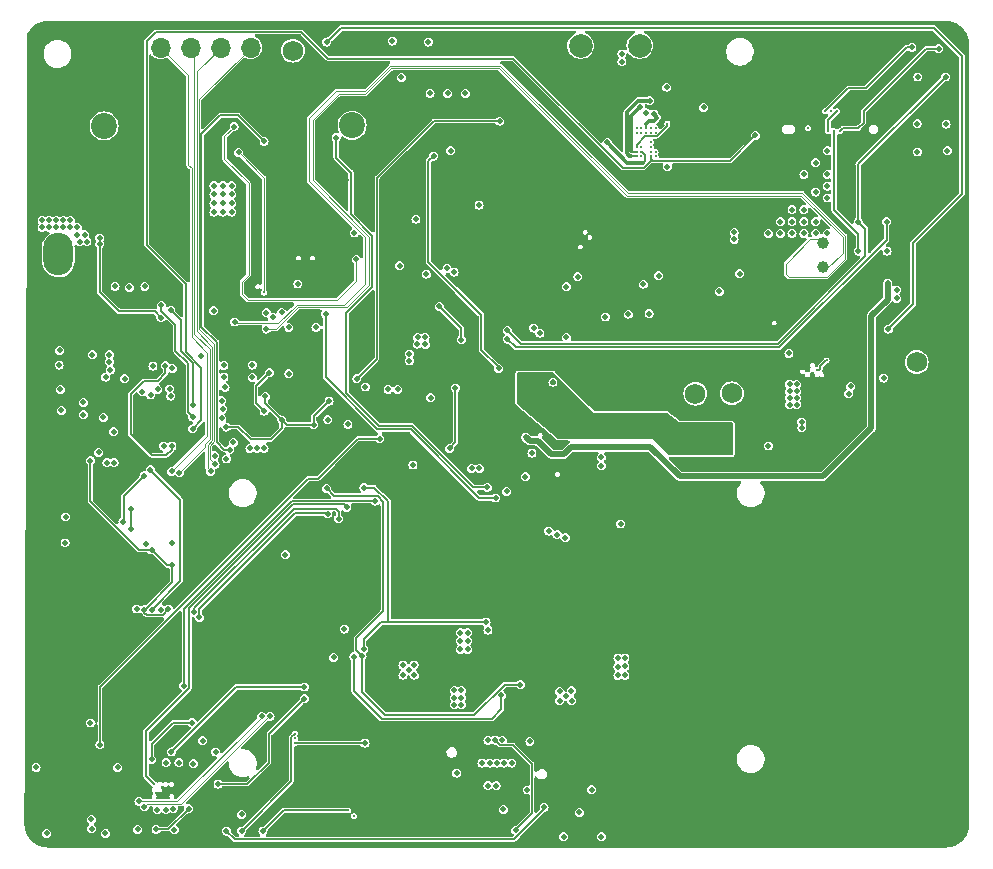
<source format=gbr>
%TF.GenerationSoftware,KiCad,Pcbnew,7.0.6-7.0.6~ubuntu22.04.1*%
%TF.CreationDate,2023-09-13T14:48:34-04:00*%
%TF.ProjectId,robot,726f626f-742e-46b6-9963-61645f706362,rev?*%
%TF.SameCoordinates,Original*%
%TF.FileFunction,Copper,L2,Inr*%
%TF.FilePolarity,Positive*%
%FSLAX46Y46*%
G04 Gerber Fmt 4.6, Leading zero omitted, Abs format (unit mm)*
G04 Created by KiCad (PCBNEW 7.0.6-7.0.6~ubuntu22.04.1) date 2023-09-13 14:48:34*
%MOMM*%
%LPD*%
G01*
G04 APERTURE LIST*
%TA.AperFunction,ComponentPad*%
%ADD10O,0.800000X1.400000*%
%TD*%
%TA.AperFunction,HeatsinkPad*%
%ADD11C,0.500000*%
%TD*%
%TA.AperFunction,ComponentPad*%
%ADD12C,1.755000*%
%TD*%
%TA.AperFunction,ComponentPad*%
%ADD13C,0.300000*%
%TD*%
%TA.AperFunction,ComponentPad*%
%ADD14C,0.400000*%
%TD*%
%TA.AperFunction,ComponentPad*%
%ADD15C,2.200000*%
%TD*%
%TA.AperFunction,ComponentPad*%
%ADD16C,2.000000*%
%TD*%
%TA.AperFunction,ComponentPad*%
%ADD17R,1.700000X1.700000*%
%TD*%
%TA.AperFunction,ComponentPad*%
%ADD18O,1.700000X1.700000*%
%TD*%
%TA.AperFunction,ComponentPad*%
%ADD19C,0.600000*%
%TD*%
%TA.AperFunction,ComponentPad*%
%ADD20O,2.500000X3.600000*%
%TD*%
%TA.AperFunction,ComponentPad*%
%ADD21O,1.700000X0.850000*%
%TD*%
%TA.AperFunction,ComponentPad*%
%ADD22O,2.000000X1.000000*%
%TD*%
%TA.AperFunction,ComponentPad*%
%ADD23O,2.200000X1.100000*%
%TD*%
%TA.AperFunction,ComponentPad*%
%ADD24C,1.000000*%
%TD*%
%TA.AperFunction,ViaPad*%
%ADD25C,0.500000*%
%TD*%
%TA.AperFunction,ViaPad*%
%ADD26C,0.250000*%
%TD*%
%TA.AperFunction,Conductor*%
%ADD27C,0.100000*%
%TD*%
%TA.AperFunction,Conductor*%
%ADD28C,0.127000*%
%TD*%
%TA.AperFunction,Conductor*%
%ADD29C,0.152400*%
%TD*%
%TA.AperFunction,Conductor*%
%ADD30C,0.200000*%
%TD*%
%TA.AperFunction,Conductor*%
%ADD31C,0.500000*%
%TD*%
%TA.AperFunction,Conductor*%
%ADD32C,0.300000*%
%TD*%
G04 APERTURE END LIST*
D10*
%TO.N,GND*%
%TO.C,J1*%
X132790000Y-91990000D03*
X132430000Y-97939998D03*
X124170000Y-97939998D03*
X123810000Y-91990000D03*
%TD*%
D11*
%TO.N,GND*%
%TO.C,Q5*%
X83627401Y-122990100D03*
X83627401Y-121990100D03*
X82627401Y-122990100D03*
X82627401Y-121990100D03*
%TD*%
D12*
%TO.N,/3V3*%
%TO.C,TP39*%
X82740000Y-92540000D03*
%TD*%
D13*
%TO.N,GND*%
%TO.C,U9*%
X91286130Y-142691529D03*
X90711130Y-143641529D03*
X90711130Y-141741529D03*
X90136130Y-142691529D03*
%TD*%
D14*
%TO.N,GND*%
%TO.C,U25*%
X125200000Y-112850000D03*
X126300000Y-112850000D03*
%TD*%
D12*
%TO.N,Net-(NT14-Pad1)*%
%TO.C,TP30*%
X116800000Y-121570495D03*
%TD*%
D15*
%TO.N,/Protection/PACK+*%
%TO.C,TP29*%
X87750000Y-98850000D03*
%TD*%
D12*
%TO.N,/1V8*%
%TO.C,TP40*%
X135550000Y-118900000D03*
%TD*%
D16*
%TO.N,Net-(D6-K)*%
%TO.C,J8*%
X107100000Y-92100000D03*
%TO.N,Net-(D9-A)*%
X112100000Y-92100000D03*
%TD*%
D11*
%TO.N,GND*%
%TO.C,Q6*%
X71317500Y-136849999D03*
X70317500Y-136849999D03*
X71317500Y-137849999D03*
X70317500Y-137849999D03*
%TD*%
D12*
%TO.N,GND*%
%TO.C,TP41*%
X124650000Y-135200000D03*
%TD*%
%TO.N,GND*%
%TO.C,TP43*%
X119350000Y-135250000D03*
%TD*%
%TO.N,Net-(NT16-Pad1)*%
%TO.C,TP34*%
X119900000Y-121550000D03*
%TD*%
%TO.N,GND*%
%TO.C,TP42*%
X63000000Y-143900000D03*
%TD*%
D17*
%TO.N,GND*%
%TO.C,J2*%
X68990000Y-92270000D03*
D18*
%TO.N,/MCU/SWCLK*%
X71530000Y-92270000D03*
%TO.N,/MCU/SWD*%
X74070000Y-92270000D03*
%TO.N,/MCU/UART_TX*%
X76610000Y-92270000D03*
%TO.N,/MCU/UART_RX*%
X79150000Y-92270000D03*
%TD*%
D14*
%TO.N,GND*%
%TO.C,U24*%
X93900000Y-157800000D03*
X95000000Y-157800000D03*
%TD*%
D19*
%TO.N,GND*%
%TO.C,U3*%
X70625400Y-122481300D03*
X70625400Y-123756300D03*
X70625400Y-125031300D03*
X71900400Y-122481300D03*
X71900400Y-123756300D03*
X71900400Y-125031300D03*
X73175400Y-122481300D03*
X73175400Y-123756300D03*
X73175400Y-125031300D03*
%TD*%
D13*
%TO.N,GND*%
%TO.C,U8*%
X104605000Y-144850000D03*
X104030000Y-145800000D03*
X104030000Y-143900000D03*
X103455000Y-144850000D03*
%TD*%
D15*
%TO.N,Net-(BT1-+)*%
%TO.C,TP28*%
X66750000Y-98900000D03*
%TD*%
D20*
%TO.N,Net-(BT1-+)*%
%TO.C,BT1*%
X62870000Y-109785000D03*
%TO.N,GND*%
X137130000Y-109785000D03*
%TD*%
D21*
%TO.N,GND*%
%TO.C,J4*%
X104010000Y-152850000D03*
D22*
X101750000Y-150050000D03*
X98250000Y-150050000D03*
D21*
X95990000Y-152850000D03*
D23*
X100000000Y-155650000D03*
%TD*%
D24*
%TO.N,Net-(U12-REG25)*%
%TO.C,TH1*%
X127605000Y-108835000D03*
%TO.N,Net-(U12-TS)*%
X127605000Y-110835000D03*
%TD*%
D25*
%TO.N,GND*%
X86000000Y-156000000D03*
X98500000Y-147000000D03*
X104795207Y-129372869D03*
X79700000Y-136700000D03*
X87050000Y-100200000D03*
D26*
X127116800Y-119160300D03*
D25*
X132500000Y-157500000D03*
X109700000Y-91550000D03*
X84495207Y-127272869D03*
X81650000Y-158450000D03*
X120000000Y-155000000D03*
X96123984Y-150426016D03*
X139000000Y-126500000D03*
X139000000Y-121000000D03*
X130000000Y-150000000D03*
X97500000Y-139000000D03*
X103995207Y-128872869D03*
X103595207Y-128172869D03*
D26*
X72487011Y-155130287D03*
D25*
X80200000Y-124750000D03*
X65750000Y-156520100D03*
X135000000Y-155000000D03*
D26*
X108290000Y-108355200D03*
D25*
X104695207Y-111572869D03*
X135500000Y-126500000D03*
X118272594Y-110972594D03*
X137500000Y-152500000D03*
X65750000Y-141000000D03*
X118400000Y-96750000D03*
X86250000Y-126250000D03*
X95795207Y-117072869D03*
X136000000Y-114000000D03*
X112450000Y-109900000D03*
X135000000Y-140000000D03*
X97500000Y-140000000D03*
X93795207Y-113372869D03*
X113450000Y-119700000D03*
X114750000Y-113550000D03*
X89000000Y-97450000D03*
X100195207Y-107372869D03*
X95200000Y-120400000D03*
X78050000Y-118300000D03*
X84100000Y-135700000D03*
D26*
X127916800Y-119160300D03*
D25*
X137500000Y-124000000D03*
X117500000Y-152500000D03*
X80900000Y-139600000D03*
X61654115Y-116207659D03*
X106750000Y-133719899D03*
X139000000Y-118000000D03*
X132500000Y-147500000D03*
X77495207Y-112872869D03*
X82350000Y-147850000D03*
X121495207Y-118372869D03*
X115000000Y-150000000D03*
X95750000Y-135500000D03*
X130000000Y-145000000D03*
X127500000Y-132500000D03*
X120000000Y-145000000D03*
X127500000Y-137500000D03*
X122197300Y-114351474D03*
X77495207Y-113772869D03*
X79500000Y-132000000D03*
X66750000Y-129650000D03*
X101000000Y-142000000D03*
X87100000Y-97150000D03*
X94295207Y-114572869D03*
X132500000Y-142500000D03*
X76650500Y-153750000D03*
X125000000Y-145000000D03*
D26*
X126716800Y-120360300D03*
X107890000Y-108755200D03*
D25*
X81900000Y-96700000D03*
X122190169Y-112875285D03*
X137500000Y-147500000D03*
D26*
X108290000Y-109155200D03*
D25*
X115050000Y-107350000D03*
X88500000Y-126000000D03*
X63350000Y-117150000D03*
X122250000Y-94900000D03*
X61400000Y-125600000D03*
X122500000Y-157500000D03*
X137500000Y-157500000D03*
X76194834Y-97191314D03*
X116450000Y-113550000D03*
X129395207Y-118172869D03*
X102995207Y-112872869D03*
X101950000Y-91600000D03*
X79250000Y-158500000D03*
X123995207Y-112372869D03*
X77200000Y-139050000D03*
X102250000Y-137500000D03*
X69188833Y-96922047D03*
X103000000Y-142000000D03*
D26*
X107890000Y-109155200D03*
D25*
X123395207Y-113472869D03*
X112500000Y-152500000D03*
X125000000Y-140000000D03*
X101500000Y-137000000D03*
D26*
X87900000Y-156850000D03*
D25*
X98900000Y-122300000D03*
X83795207Y-132572869D03*
X122000000Y-106500000D03*
X121495207Y-119272869D03*
X93695207Y-114172869D03*
X88000000Y-95450000D03*
X96000000Y-139000000D03*
X108250000Y-96350000D03*
X125000000Y-155000000D03*
X139000000Y-114000000D03*
X72750000Y-105300000D03*
X117500000Y-147500000D03*
X76495207Y-116372869D03*
X98800000Y-120800000D03*
X99500000Y-145000000D03*
X95395207Y-107972869D03*
D26*
X79277166Y-113006276D03*
D25*
X77080828Y-117538072D03*
D26*
X105943892Y-127256831D03*
D25*
X81850000Y-151400000D03*
X109650000Y-121650000D03*
X122195207Y-115472869D03*
X87500000Y-147825700D03*
X86750000Y-129500000D03*
D26*
X83700000Y-150350000D03*
D25*
X122350000Y-96200000D03*
X137500000Y-129000000D03*
X129689038Y-93191684D03*
X115611892Y-113558831D03*
X122500000Y-147500000D03*
X118350000Y-94000000D03*
X97500000Y-144500000D03*
X100750000Y-136750000D03*
X89500000Y-126000000D03*
X116500000Y-96750000D03*
X135000000Y-150000000D03*
X100395207Y-111572869D03*
X117500000Y-157500000D03*
D26*
X106343892Y-127256831D03*
D25*
X128995207Y-118772869D03*
X95142193Y-117113204D03*
X87750000Y-100450000D03*
X87250000Y-125250000D03*
X135000000Y-135000000D03*
X94995207Y-113072869D03*
X86750000Y-128250000D03*
X101295207Y-112972869D03*
X86100000Y-103350000D03*
X98000000Y-135500000D03*
X101595207Y-111572869D03*
X79450000Y-155300000D03*
X115000000Y-155000000D03*
D26*
X79774395Y-112003884D03*
D25*
X66000000Y-136000000D03*
D26*
X104743892Y-127656831D03*
D25*
X122500000Y-142500000D03*
X88000000Y-156000000D03*
X68400000Y-105300000D03*
X67950000Y-117200000D03*
X102500000Y-130750000D03*
X127500000Y-157500000D03*
X103500000Y-137750000D03*
X111200000Y-119700000D03*
X105595207Y-150872869D03*
X132500000Y-137500000D03*
X137500000Y-132500000D03*
X102250000Y-133000000D03*
X103500000Y-148000000D03*
D26*
X71988800Y-155629400D03*
X105143892Y-127256831D03*
D25*
X130000000Y-155000000D03*
X88750000Y-153250000D03*
X130000000Y-140000000D03*
X104750000Y-120600000D03*
X120000000Y-140000000D03*
X89250000Y-145250000D03*
X135000000Y-145000000D03*
X100750000Y-137500000D03*
X84850000Y-96500000D03*
D26*
X105543892Y-127256831D03*
D25*
X64900000Y-114700000D03*
X104595207Y-112872869D03*
X130800000Y-96900000D03*
X103000000Y-141000000D03*
X104650000Y-106075500D03*
X110000000Y-150000000D03*
X115000000Y-145000000D03*
X94295207Y-113772869D03*
X93695207Y-114972869D03*
X69600000Y-113000000D03*
X62250000Y-148750000D03*
X110000000Y-155000000D03*
X68295207Y-127872869D03*
X99395207Y-111572869D03*
X101000000Y-141000000D03*
X112300000Y-122000000D03*
D26*
X107490000Y-109155200D03*
D25*
X87200000Y-103450000D03*
X103395207Y-128772869D03*
X130000000Y-135000000D03*
X115600000Y-112850000D03*
X127500000Y-152500000D03*
X98395207Y-107372869D03*
X127500000Y-147500000D03*
X90750000Y-145250000D03*
X83750000Y-141500000D03*
X79350000Y-151350000D03*
X127500000Y-142500000D03*
X115650000Y-114350000D03*
X82500000Y-144750000D03*
X132500000Y-152500000D03*
X109000000Y-119150000D03*
X93400000Y-139550000D03*
X102995207Y-111572869D03*
X65750000Y-155250000D03*
X112500000Y-157500000D03*
X112749836Y-115717597D03*
X117620977Y-108124417D03*
X93350000Y-103550000D03*
X63400000Y-114700000D03*
X120000000Y-150000000D03*
D26*
X107490000Y-108755200D03*
D25*
X64500000Y-152000000D03*
D26*
X106743892Y-127256831D03*
X126316800Y-120360300D03*
X104343892Y-127656831D03*
X104743892Y-128056831D03*
D25*
X75650000Y-133350000D03*
X78250000Y-145750000D03*
X67750000Y-116500000D03*
X67500000Y-146000000D03*
X92750000Y-95950000D03*
X103500000Y-139250000D03*
X100000000Y-123650000D03*
X137500000Y-142500000D03*
X85100000Y-147900000D03*
X100000000Y-132750000D03*
X69176938Y-103030493D03*
D26*
X127916800Y-120360300D03*
X83300000Y-150350000D03*
D25*
X82695207Y-129472869D03*
X75250000Y-142700000D03*
D26*
X72988800Y-155629400D03*
D25*
X107750000Y-116550000D03*
X125000000Y-150000000D03*
D26*
X105143892Y-127656831D03*
D25*
X87500000Y-132950000D03*
X71800000Y-99150000D03*
X77201196Y-110061191D03*
X97255207Y-108482869D03*
X60750000Y-158250000D03*
X132500000Y-132500000D03*
X70750000Y-143500000D03*
X137500000Y-137500000D03*
D26*
X108290000Y-108755200D03*
D25*
X84795207Y-126172869D03*
%TO.N,/SYS*%
X93951937Y-117397344D03*
X102715207Y-121407869D03*
X102095207Y-120162869D03*
X96400000Y-147300000D03*
X102115207Y-120832869D03*
X93300000Y-116800000D03*
X118800000Y-125025000D03*
X119400000Y-125035000D03*
X118800000Y-125590000D03*
X102715207Y-121972869D03*
X102115207Y-121397869D03*
X96400000Y-146700000D03*
X93931339Y-116803433D03*
X93279067Y-117380179D03*
X118800000Y-124425000D03*
X119400000Y-126165000D03*
X97000000Y-146700000D03*
X102695207Y-120172869D03*
X102715207Y-120842869D03*
X97000000Y-147300000D03*
X118800000Y-126155000D03*
X102115207Y-121962869D03*
X97000000Y-147900000D03*
X119400000Y-124435000D03*
X119400000Y-125600000D03*
X96400000Y-147900000D03*
%TO.N,/3V3*%
X61900000Y-158800000D03*
X92600000Y-118200000D03*
X86200000Y-143900000D03*
X90075000Y-125375000D03*
X133850000Y-112800000D03*
X66400000Y-151300000D03*
X77760000Y-98970000D03*
X92600000Y-118800000D03*
X88100000Y-110200000D03*
X105900000Y-116800000D03*
X94400000Y-121900000D03*
X133850000Y-113500000D03*
%TO.N,Net-(BT1-+)*%
X62100000Y-107500000D03*
X76807903Y-103947614D03*
X76057903Y-105447614D03*
X65100000Y-108100000D03*
X63300000Y-107500000D03*
X62700000Y-107500000D03*
X63900000Y-107500000D03*
X64500000Y-107500000D03*
X77557903Y-105447614D03*
X64700000Y-108700000D03*
X62700000Y-106900000D03*
X62100000Y-106900000D03*
X64500000Y-108100000D03*
X61500000Y-106900000D03*
X76807903Y-105447614D03*
X77557903Y-106197614D03*
X61500000Y-107500000D03*
X76807903Y-106197614D03*
X76057903Y-104697614D03*
X77557903Y-103947614D03*
X77557903Y-104697614D03*
X76807903Y-104697614D03*
X65300000Y-108700000D03*
X76057903Y-106197614D03*
X63300000Y-106900000D03*
X63900000Y-106900000D03*
X76057903Y-103947614D03*
%TO.N,Net-(U3-VREG_VOUT)*%
X72500000Y-126000000D03*
X71942892Y-119191401D03*
%TO.N,/USB-PD-ExtChg/VBUS_EXT*%
X128000000Y-101000000D03*
X127000000Y-102000000D03*
X127000000Y-104500000D03*
X126000000Y-103000000D03*
X126000000Y-106000000D03*
X124000000Y-107000000D03*
X124000000Y-108000000D03*
X125000000Y-108000000D03*
X128000000Y-105000000D03*
X125000000Y-106000000D03*
X126000000Y-107000000D03*
X123000000Y-108000000D03*
X125000000Y-107000000D03*
X128000000Y-108000000D03*
X127000000Y-108000000D03*
X128000000Y-104000000D03*
X128000000Y-103000000D03*
X126000000Y-108000000D03*
X127000000Y-107000000D03*
%TO.N,/MCU/GPIO28_ADC2*%
X76709807Y-122172869D03*
%TO.N,/MCU/GPIO27_ADC1*%
X76795207Y-122872869D03*
X88874300Y-121000000D03*
%TO.N,/MCU/GPIO26_ADC0*%
X76709807Y-123672869D03*
X87395207Y-124172869D03*
%TO.N,Net-(U6-BST1)*%
X108846892Y-126958831D03*
%TO.N,Net-(U6-BST2)*%
X108856892Y-127672869D03*
%TO.N,Net-(J4-CC2)*%
X72000000Y-152800000D03*
X77100000Y-158600497D03*
X104000000Y-156600000D03*
X73087000Y-152800000D03*
%TO.N,Net-(J4-CC1)*%
X74189554Y-149432625D03*
X99250000Y-150930000D03*
X70775727Y-152530457D03*
%TO.N,/LDOs/SYS*%
X125395207Y-121372869D03*
X125395207Y-120772869D03*
X124795207Y-120762869D03*
X125395207Y-121937869D03*
X125395207Y-122502869D03*
X124795207Y-122492869D03*
X124795207Y-121927869D03*
X124795207Y-121362869D03*
%TO.N,Net-(U11-VBUS)*%
X76200000Y-151900000D03*
%TO.N,Net-(U11-VDD1P8)*%
X74300000Y-152900000D03*
%TO.N,Net-(U12-REG25)*%
X77800000Y-115500000D03*
%TO.N,Net-(U12-TS)*%
X80500000Y-116100000D03*
%TO.N,Net-(U12-BAT)*%
X76025207Y-114531510D03*
%TO.N,Net-(C84-Pad1)*%
X125821416Y-123956585D03*
X125829121Y-124465163D03*
X132750000Y-120250000D03*
%TO.N,Net-(U12-PACKP)*%
X81795207Y-114672869D03*
X84695207Y-115946838D03*
%TO.N,Net-(U13-BST)*%
X95126600Y-114172400D03*
X97000000Y-117000000D03*
%TO.N,/MOTORS/OUT_P1*%
X110250000Y-144675000D03*
X110850000Y-145425000D03*
X110250000Y-143950000D03*
X110250000Y-145425000D03*
X110850000Y-143950000D03*
X110850000Y-144650000D03*
%TO.N,/MOTORS/OUT_P2*%
X97523682Y-141806065D03*
X97523682Y-142506065D03*
X96923682Y-142506065D03*
X96923682Y-143231065D03*
X96923682Y-141806065D03*
X97523682Y-143231065D03*
%TO.N,/MOTORS/OUT_N1*%
X106325000Y-146725000D03*
X105325000Y-147575000D03*
X106350000Y-147575000D03*
X105325000Y-146775000D03*
X105850000Y-147175000D03*
%TO.N,/MOTORS/OUT_N2*%
X92048682Y-144556065D03*
X92998682Y-144531065D03*
X92048682Y-145406065D03*
X93023682Y-145406065D03*
X92548682Y-145006065D03*
%TO.N,/MOTORS/ENC_11*%
X104400000Y-133200000D03*
X72500000Y-134250000D03*
%TO.N,/MOTORS/ENC_21*%
X69500000Y-139800000D03*
X74810291Y-140510008D03*
X85700000Y-131725700D03*
%TO.N,/MOTORS/ENC_12*%
X70300000Y-134300000D03*
X105100000Y-133500000D03*
%TO.N,/MOTORS/ENC_22*%
X86600000Y-132153085D03*
X74399500Y-140073369D03*
X71594499Y-139847147D03*
D26*
%TO.N,/DP2*%
X128550000Y-99350000D03*
D25*
X130600000Y-109500000D03*
D26*
X128300000Y-97650000D03*
D25*
%TO.N,/DN2*%
X133050000Y-109500000D03*
D26*
X128800000Y-97650000D03*
X128050000Y-99350000D03*
D25*
%TO.N,/SDA_SL*%
X73500000Y-146300000D03*
X89725000Y-130675000D03*
%TO.N,/SCL_SL*%
X87300000Y-131200000D03*
D26*
X70988800Y-154629400D03*
%TO.N,/I2C0_SDA*%
X113450000Y-101090000D03*
D25*
X88752838Y-129517612D03*
X63050000Y-121200000D03*
X88735630Y-143200000D03*
X67295207Y-119572869D03*
X81025472Y-115100812D03*
X99100000Y-140900000D03*
X103650000Y-116450000D03*
D26*
%TO.N,/I2C0_SCL*%
X113450000Y-101490000D03*
D25*
X102000000Y-146200000D03*
X63125000Y-122975000D03*
X80500000Y-114700000D03*
X103117036Y-116017036D03*
X88600000Y-143800000D03*
X85600000Y-129592869D03*
X66895207Y-120172869D03*
%TO.N,Net-(J4-SBU1)*%
X100547407Y-156764356D03*
X69600000Y-158450000D03*
X102800000Y-151000498D03*
%TO.N,/ADC0*%
X105900000Y-112500000D03*
X85695207Y-123772869D03*
%TO.N,/GPIO4*%
X109195207Y-115072869D03*
X66695207Y-123580116D03*
%TO.N,Net-(J4-SBU2)*%
X99250000Y-154750000D03*
X96600000Y-153700000D03*
X78400000Y-157200000D03*
%TO.N,/BoostRegulator/1V8*%
X133100000Y-112200000D03*
X102851634Y-125572235D03*
X102455221Y-125249851D03*
X133100000Y-112800000D03*
%TO.N,Net-(Q2-GATE1)*%
X83154400Y-112275300D03*
%TO.N,Net-(Q2-GATE2)*%
X82392400Y-115958300D03*
%TO.N,/GPIO10*%
X99249500Y-141594026D03*
X67000000Y-127400000D03*
X82100000Y-135200000D03*
%TO.N,/GPIO11*%
X87100000Y-141500000D03*
X67600000Y-127400000D03*
D26*
%TO.N,/USB-PD-PhonePC/GPIO5*%
X82900000Y-150750000D03*
D25*
X71250000Y-156800000D03*
%TO.N,/USB-PD-PhonePC/DP_EXT*%
X99857490Y-150907490D03*
X135600000Y-101100000D03*
X101592538Y-158535523D03*
X107000000Y-157025000D03*
%TO.N,/I2C1_SDA*%
X95795207Y-110972869D03*
X67197354Y-118875016D03*
X65700000Y-158400000D03*
X65000000Y-122299316D03*
X62950000Y-119150000D03*
%TO.N,/I2C1_SCL*%
X65670600Y-157600000D03*
X63000000Y-117900000D03*
X96395207Y-111272869D03*
X67195207Y-118272869D03*
X65001016Y-123351016D03*
%TO.N,/GPIO7*%
X67900000Y-153200000D03*
X65600000Y-149450000D03*
%TO.N,/USB-PD-PhonePC/GPIO0*%
X73900000Y-156713000D03*
X71150000Y-158450000D03*
%TO.N,/GPIO6*%
X70000000Y-121400000D03*
X91788599Y-110732199D03*
%TO.N,Net-(Q5-3Y)*%
X82395207Y-119872869D03*
%TO.N,Net-(U3-USB_DP)*%
X72295207Y-121172869D03*
X76895207Y-119172869D03*
%TO.N,Net-(U3-USB_DM)*%
X72395207Y-121772869D03*
X76895207Y-120172869D03*
%TO.N,/MCU/SWD*%
X73120000Y-128250000D03*
%TO.N,/MCU/SWCLK*%
X72470000Y-128140000D03*
%TO.N,/GPIO9*%
X66300000Y-126550000D03*
D26*
X113050000Y-101090000D03*
D25*
%TO.N,/MCU/QSPI_SD0*%
X70200000Y-112475000D03*
X70695207Y-121672869D03*
%TO.N,/MCU/QSPI_SCLK*%
X70884400Y-119235100D03*
X68900000Y-112575000D03*
%TO.N,/MCU/QSPI_SD3*%
X71290800Y-121216300D03*
X67679593Y-112475000D03*
%TO.N,/GPIO5*%
X98500000Y-105600000D03*
X65769507Y-118275000D03*
%TO.N,Net-(U4-VINA_S)*%
X106861400Y-111657800D03*
%TO.N,/GPIO13*%
X69050000Y-131300000D03*
X69050000Y-133000000D03*
%TO.N,/GPIO14*%
X68350000Y-132400000D03*
X70119200Y-128537800D03*
%TO.N,/GPIO15*%
X70669200Y-128012800D03*
X70775000Y-139875000D03*
%TO.N,/GPIO16*%
X72500000Y-136100000D03*
X70775000Y-134800000D03*
X65600000Y-127250000D03*
X70151016Y-139851016D03*
X72200000Y-139800000D03*
%TO.N,Net-(U5-EN)*%
X96000000Y-126200000D03*
X96500000Y-121100000D03*
%TO.N,Net-(U5-A2)*%
X102417392Y-128600000D03*
X98517892Y-127891831D03*
%TO.N,Net-(U5-A1)*%
X97867892Y-127891831D03*
X102971106Y-126600000D03*
%TO.N,/USB-PD-PhonePC/DN_EXT_PR*%
X108850000Y-159075000D03*
X66871399Y-158787000D03*
%TO.N,/USB-PD-PhonePC/DP_EXT_PR*%
X105650000Y-159075000D03*
%TO.N,/PowerMux/FLAG*%
X111130900Y-114843000D03*
%TO.N,/VRect*%
X100250000Y-98500000D03*
X88150500Y-120307155D03*
%TO.N,/MCU/ADC3*%
X80300000Y-123050000D03*
X80744707Y-119800000D03*
%TO.N,/USB-PD-PhonePC/DN_EXT*%
X138150000Y-101000000D03*
X102575000Y-155125000D03*
X100484425Y-150915575D03*
X108025000Y-155100000D03*
X99950000Y-154750000D03*
%TO.N,/USB-PD-PhonePC/GPIO4*%
X75102449Y-150947551D03*
X71988800Y-156800000D03*
%TO.N,/USB-PD-PhonePC/VBUS_Phone*%
X100000000Y-152850000D03*
X100600000Y-152850000D03*
X99400000Y-152850000D03*
X98750000Y-152850000D03*
X101250000Y-152850000D03*
%TO.N,Net-(U13-STAT)*%
X91910000Y-94800000D03*
X94050000Y-111450000D03*
%TO.N,Net-(U16-ON)*%
X80200000Y-158607600D03*
D26*
X87400000Y-156850000D03*
D25*
%TO.N,/MCU/D-*%
X79300000Y-120200000D03*
X133000000Y-107000000D03*
X135650000Y-94750000D03*
X100900000Y-116950000D03*
%TO.N,/USB-PD-PhonePC/DN_Switched*%
X69700000Y-156090000D03*
X80100000Y-148900000D03*
X138050000Y-98750000D03*
%TO.N,/USB-PD-PhonePC/DP2_Switched*%
X70171217Y-156528900D03*
X135592036Y-98707964D03*
X80800000Y-148900000D03*
%TO.N,/MCU/D+*%
X100900000Y-116200000D03*
X138000000Y-94750000D03*
X79300000Y-119150000D03*
X130600000Y-107000000D03*
%TO.N,/USB-PD-PhonePC/GPIO3*%
X72600000Y-156713000D03*
%TO.N,/USB-PD-PhonePC/GPIO1*%
X72700000Y-158500000D03*
%TO.N,/USB-PD-ExtChg/CC1*%
X120562392Y-111400000D03*
D26*
X129050000Y-99350000D03*
X130600000Y-99100000D03*
D25*
X137400000Y-92350000D03*
D26*
%TO.N,/USB-PD-ExtChg/CC2*%
X127800000Y-97650000D03*
D25*
X135150000Y-92250000D03*
X118850000Y-112900000D03*
D26*
X126350000Y-99100000D03*
D25*
%TO.N,/MCU/3V3*%
X80295207Y-126197869D03*
X71800000Y-126000000D03*
X68500000Y-120300000D03*
X74954324Y-118414139D03*
X91600000Y-121200000D03*
X67569200Y-124787800D03*
X79695207Y-126197869D03*
X66381433Y-108383716D03*
X90800000Y-121200000D03*
X66381433Y-108900000D03*
X76995207Y-121027569D03*
X71567845Y-115132155D03*
X72535319Y-119437981D03*
X79095207Y-126197869D03*
%TO.N,/MOTORS/VIO*%
X87911130Y-143841529D03*
X100400000Y-147100000D03*
%TO.N,Net-(U17-VIN)*%
X88850000Y-151150000D03*
D26*
X82900000Y-151150000D03*
D25*
%TO.N,/MOTORS/ENC_VCC*%
X105800000Y-133750000D03*
X92900000Y-127600000D03*
%TO.N,Net-(U14-EN1)*%
X124730000Y-118170000D03*
%TO.N,/MCU/UART_TX*%
X75780000Y-128150000D03*
%TO.N,/MCU/UART_RX*%
X76150000Y-127550000D03*
%TO.N,/MCU/GPIO22*%
X84500000Y-124200000D03*
X85800000Y-122200000D03*
X81800000Y-123800000D03*
X80400000Y-121800000D03*
X77100000Y-124400000D03*
%TO.N,/MCU/UART_CTS*%
X63450000Y-134200000D03*
X76110000Y-126830000D03*
D26*
%TO.N,Net-(U1-NTC)*%
X111850000Y-100690000D03*
X114450000Y-98700000D03*
D25*
%TO.N,/MCU/UART_RTS*%
X77100000Y-127100000D03*
X63500000Y-132000000D03*
D26*
%TO.N,Net-(D11-K)*%
X112250000Y-100690000D03*
D25*
X114388450Y-95622950D03*
%TO.N,/MCU/GPIO25*%
X72400000Y-114500000D03*
X74250000Y-122500000D03*
%TO.N,/GPIO20*%
X77400000Y-126300000D03*
X80300000Y-100200000D03*
%TO.N,Net-(U14-ENLDO)*%
X123000000Y-126000000D03*
%TO.N,Net-(U17-MODE)*%
X78400000Y-158607600D03*
D26*
X82900000Y-150350000D03*
D25*
X61000000Y-153200000D03*
%TO.N,/Protection/RC2*%
X78140000Y-101150000D03*
D26*
X80274405Y-113003301D03*
D25*
%TO.N,Net-(U14-RSET_LDO)*%
X129950000Y-120950000D03*
%TO.N,Net-(U14-SBB2)*%
X129795207Y-121572869D03*
D26*
%TO.N,Net-(D2-A)*%
X127916800Y-118760300D03*
D25*
X133145403Y-116107311D03*
X85600000Y-91800000D03*
D26*
X127116800Y-119560300D03*
D25*
%TO.N,Net-(D5-A)*%
X91160000Y-91720000D03*
X112900000Y-114800000D03*
%TO.N,/LED_EN*%
X77700000Y-125700000D03*
X96100000Y-101000000D03*
%TO.N,Net-(IC1-ON)*%
X86400000Y-99900000D03*
X100840261Y-129846453D03*
X99200000Y-129500000D03*
%TO.N,Net-(U18-ISENP)*%
X112400000Y-112300000D03*
X120100000Y-108500000D03*
%TO.N,Net-(U18-VCC)*%
X120100000Y-107900497D03*
X113695207Y-111572869D03*
%TO.N,Net-(D1-A)*%
X94200000Y-91800000D03*
X100150000Y-119422369D03*
X94650000Y-101450000D03*
%TO.N,Net-(SW1-B)*%
X99900000Y-130400000D03*
X85500000Y-114800000D03*
%TO.N,Net-(NT6-Pad2)*%
X93150000Y-106800000D03*
X87942510Y-107957490D03*
%TO.N,Net-(NT16-Pad1)*%
X110500000Y-132600000D03*
%TO.N,Net-(U11-SYS)*%
X83700000Y-147400000D03*
X76400000Y-154629400D03*
D26*
%TO.N,/USB-PD-PhonePC/VBUS_Phone_PS*%
X87900000Y-157350000D03*
D25*
%TO.N,/USB-PD-PhonePC/VCIN*%
X83700000Y-146400000D03*
X72450000Y-151900000D03*
%TO.N,Net-(D4-K)*%
X110600000Y-93450000D03*
D26*
X113450000Y-99490000D03*
X113050000Y-99490000D03*
X113450000Y-99090000D03*
X113050000Y-99090000D03*
D25*
X110600000Y-92800000D03*
%TO.N,Net-(U1-COMA1)*%
X112155468Y-97300933D03*
D26*
X111850000Y-101090000D03*
%TO.N,Net-(U1-COMB1)*%
X111850000Y-101490000D03*
D25*
X112949500Y-96752671D03*
D26*
%TO.N,Net-(U1-COMA2)*%
X112250000Y-101090000D03*
D25*
X109350000Y-100300000D03*
D26*
%TO.N,Net-(D6-K)*%
X112250000Y-99090000D03*
X111850000Y-99090000D03*
X111850000Y-99490000D03*
X112250000Y-99490000D03*
%TO.N,Net-(U1-COMB2)*%
X112250000Y-101490000D03*
%TO.N,Net-(U1-BOOT2)*%
X112650000Y-99490000D03*
%TO.N,/Wireless-Receiver/VAA*%
X113050000Y-100290000D03*
D25*
X117525000Y-97325000D03*
%TO.N,/Wireless-Receiver/VDD*%
X114450000Y-102350000D03*
D26*
X113050000Y-100690000D03*
D25*
%TO.N,Net-(U1-BOOT1)*%
X113300000Y-97900000D03*
D26*
X112650000Y-99090000D03*
%TO.N,/GPIO23*%
X113050000Y-101490000D03*
D25*
X74250000Y-124550000D03*
X121900000Y-99700000D03*
%TO.N,/Wireless-Receiver/IEXT*%
X112650000Y-97800000D03*
X94350000Y-96150000D03*
X95850000Y-96150000D03*
X97350000Y-96150000D03*
%TO.N,/MCU/GPIO24*%
X74250000Y-123550000D03*
X71600000Y-114100000D03*
%TD*%
D27*
%TO.N,/3V3*%
X77760000Y-98970000D02*
X76940000Y-99790000D01*
D28*
X88225000Y-125375000D02*
X90075000Y-125375000D01*
D27*
X76940000Y-101720000D02*
X78980000Y-103760000D01*
X88100000Y-112000000D02*
X88100000Y-110200000D01*
D28*
X84839700Y-128760300D02*
X88225000Y-125375000D01*
D27*
X76940000Y-99790000D02*
X76940000Y-101720000D01*
D28*
X66400000Y-151300000D02*
X66400000Y-146400000D01*
D27*
X86450000Y-113650000D02*
X88100000Y-112000000D01*
D28*
X84039700Y-128760300D02*
X84839700Y-128760300D01*
D27*
X78980000Y-111520000D02*
X78400000Y-112100000D01*
X78950000Y-113650000D02*
X86450000Y-113650000D01*
D28*
X66400000Y-146400000D02*
X84039700Y-128760300D01*
D27*
X78400000Y-112100000D02*
X78400000Y-113100000D01*
X78400000Y-113100000D02*
X78950000Y-113650000D01*
X78980000Y-103760000D02*
X78980000Y-111520000D01*
D29*
%TO.N,Net-(U3-VREG_VOUT)*%
X69000000Y-125000000D02*
X69000000Y-121600000D01*
X72500000Y-126300000D02*
X72000000Y-126800000D01*
X70100000Y-120500000D02*
X71300000Y-120500000D01*
X72000000Y-126800000D02*
X70800000Y-126800000D01*
X69000000Y-121600000D02*
X70100000Y-120500000D01*
X70800000Y-126800000D02*
X69000000Y-125000000D01*
X71942892Y-119857108D02*
X71942892Y-119191401D01*
X72500000Y-126000000D02*
X72500000Y-126300000D01*
X71300000Y-120500000D02*
X71942892Y-119857108D01*
%TO.N,Net-(J4-CC2)*%
X104000000Y-156600000D02*
X104000000Y-156730799D01*
X104000000Y-156730799D02*
X101430799Y-159300000D01*
X101430799Y-159300000D02*
X77799503Y-159300000D01*
X77799503Y-159300000D02*
X77100000Y-158600497D01*
%TO.N,Net-(J4-CC1)*%
X72581299Y-149432625D02*
X74189554Y-149432625D01*
X70775727Y-151238197D02*
X72581299Y-149432625D01*
X70775727Y-152530457D02*
X70775727Y-151238197D01*
D27*
%TO.N,Net-(U12-REG25)*%
X84100000Y-98250000D02*
X86400000Y-95950000D01*
X84100000Y-103550000D02*
X84100000Y-98250000D01*
X126512201Y-108515000D02*
X127905000Y-108515000D01*
X88850000Y-108300000D02*
X84100000Y-103550000D01*
X100300000Y-93800000D02*
X111100000Y-104600000D01*
X125882842Y-104600000D02*
X129500000Y-108217158D01*
X87050000Y-114050000D02*
X88850000Y-112250000D01*
X111100000Y-104600000D02*
X125882842Y-104600000D01*
X124467986Y-111480587D02*
X124467986Y-110559215D01*
X88850000Y-112250000D02*
X88850000Y-108300000D01*
X88850000Y-95950000D02*
X91000000Y-93800000D01*
X91000000Y-93800000D02*
X100300000Y-93800000D01*
X77900000Y-115600000D02*
X81500000Y-115600000D01*
X77800000Y-115500000D02*
X77900000Y-115600000D01*
X129500000Y-108217158D02*
X129500000Y-110150000D01*
X86400000Y-95950000D02*
X88850000Y-95950000D01*
X129500000Y-110150000D02*
X127935099Y-111714901D01*
X127935099Y-111714901D02*
X124702300Y-111714901D01*
X124702300Y-111714901D02*
X124467986Y-111480587D01*
X83050000Y-114050000D02*
X87050000Y-114050000D01*
X124467986Y-110559215D02*
X126512201Y-108515000D01*
X81500000Y-115600000D02*
X83050000Y-114050000D01*
%TO.N,Net-(U12-TS)*%
X89200000Y-108300000D02*
X84400000Y-103500000D01*
X129300000Y-108300000D02*
X129300000Y-109620000D01*
X129300000Y-109620000D02*
X127905000Y-111015000D01*
X80500000Y-116100000D02*
X81300000Y-116100000D01*
X81300000Y-116100000D02*
X83150000Y-114250000D01*
X83150000Y-114250000D02*
X87350000Y-114250000D01*
X100200000Y-94000000D02*
X111000000Y-104800000D01*
X84400000Y-103500000D02*
X84400000Y-98400000D01*
X86600000Y-96200000D02*
X88882842Y-96200000D01*
X111000000Y-104800000D02*
X125800000Y-104800000D01*
X89200000Y-112400000D02*
X89200000Y-108300000D01*
X88882842Y-96200000D02*
X91082842Y-94000000D01*
X87350000Y-114250000D02*
X89200000Y-112400000D01*
X125800000Y-104800000D02*
X129300000Y-108300000D01*
X84400000Y-98400000D02*
X86600000Y-96200000D01*
X91082842Y-94000000D02*
X100200000Y-94000000D01*
D30*
%TO.N,Net-(U13-BST)*%
X97000000Y-116045800D02*
X95126600Y-114172400D01*
X97000000Y-117000000D02*
X97000000Y-116045800D01*
D29*
%TO.N,/MOTORS/ENC_21*%
X74825700Y-140249907D02*
X74810291Y-140265316D01*
X85674300Y-131700000D02*
X82950000Y-131700000D01*
X82950000Y-131700000D02*
X74825700Y-139824300D01*
X74810291Y-140265316D02*
X74810291Y-140510008D01*
X74825700Y-139824300D02*
X74825700Y-140249907D01*
X85700000Y-131725700D02*
X85674300Y-131700000D01*
%TO.N,/MOTORS/ENC_22*%
X74399500Y-139750500D02*
X74399500Y-140073369D01*
X82850000Y-131300000D02*
X74399500Y-139750500D01*
X86600000Y-132153085D02*
X86600000Y-131552738D01*
X86600000Y-131552738D02*
X86347262Y-131300000D01*
X86347262Y-131300000D02*
X82850000Y-131300000D01*
D30*
%TO.N,/DP2*%
X128550000Y-106000000D02*
X128550000Y-99350000D01*
X130600000Y-109500000D02*
X130600000Y-108050000D01*
X130600000Y-108050000D02*
X128550000Y-106000000D01*
%TO.N,/DN2*%
X128050000Y-98400000D02*
X128800000Y-97650000D01*
X128050000Y-99350000D02*
X128050000Y-98400000D01*
D28*
%TO.N,/SDA_SL*%
X73500000Y-139800000D02*
X82625000Y-130675000D01*
X82625000Y-130675000D02*
X89725000Y-130675000D01*
X73500000Y-146300000D02*
X73500000Y-139800000D01*
D30*
%TO.N,/SCL_SL*%
X87038500Y-130938500D02*
X82734146Y-130938500D01*
X87300000Y-131200000D02*
X87038500Y-130938500D01*
X70300000Y-150136397D02*
X70300000Y-153940387D01*
X73950000Y-146486397D02*
X70300000Y-150136397D01*
X82734146Y-130938500D02*
X73950000Y-139722646D01*
X70300000Y-153940387D02*
X70985477Y-154625864D01*
X73950000Y-139722646D02*
X73950000Y-146486397D01*
%TO.N,/I2C0_SDA*%
X90800000Y-130689339D02*
X90800000Y-140900000D01*
X90800000Y-140900000D02*
X90200000Y-140900000D01*
X89628273Y-129517612D02*
X90800000Y-130689339D01*
X90200000Y-140900000D02*
X88735630Y-142364370D01*
X88752838Y-129517612D02*
X89628273Y-129517612D01*
X88735630Y-142364370D02*
X88735630Y-143200000D01*
X99100000Y-140900000D02*
X90800000Y-140900000D01*
%TO.N,/I2C0_SCL*%
X88100000Y-142300000D02*
X88100000Y-143300000D01*
X88100000Y-143300000D02*
X88600000Y-143800000D01*
X90400000Y-140000000D02*
X88100000Y-142300000D01*
X86232131Y-130225000D02*
X89911397Y-130225000D01*
X85600000Y-129592869D02*
X86232131Y-130225000D01*
X98100000Y-148763603D02*
X90563603Y-148763603D01*
X102000000Y-146200000D02*
X100663603Y-146200000D01*
X89911397Y-130225000D02*
X90400000Y-130713603D01*
X88600000Y-146800000D02*
X88600000Y-143800000D01*
X100663603Y-146200000D02*
X98100000Y-148763603D01*
X90400000Y-130713603D02*
X90400000Y-140000000D01*
X90563603Y-148763603D02*
X88600000Y-146800000D01*
D31*
%TO.N,/BoostRegulator/1V8*%
X131700000Y-124500000D02*
X127626200Y-128573800D01*
X113000000Y-126100000D02*
X106300000Y-126100000D01*
X127626200Y-128573800D02*
X115473800Y-128573800D01*
X106300000Y-126100000D02*
X105700000Y-126700000D01*
X102777605Y-125572235D02*
X102455221Y-125249851D01*
X105700000Y-126700000D02*
X104600000Y-126700000D01*
X104600000Y-126700000D02*
X103472235Y-125572235D01*
X133100000Y-113600000D02*
X131700000Y-115000000D01*
X103472235Y-125572235D02*
X102851634Y-125572235D01*
X131700000Y-115000000D02*
X131700000Y-124500000D01*
X133100000Y-112200000D02*
X133100000Y-113600000D01*
X115473800Y-128573800D02*
X113000000Y-126100000D01*
D28*
%TO.N,/USB-PD-PhonePC/DP_EXT*%
X100279075Y-151329075D02*
X101379075Y-151329075D01*
X102996500Y-152946500D02*
X102996500Y-157116956D01*
X101379075Y-151329075D02*
X102996500Y-152946500D01*
X99857490Y-150907490D02*
X100279075Y-151329075D01*
X102996500Y-157116956D02*
X101575423Y-158538033D01*
%TO.N,/USB-PD-PhonePC/GPIO0*%
X71150000Y-158450000D02*
X72163000Y-158450000D01*
X72163000Y-158450000D02*
X73900000Y-156713000D01*
D27*
%TO.N,/MCU/SWD*%
X75310000Y-125799251D02*
X75682807Y-125426444D01*
X75682807Y-121747470D02*
X75686500Y-121743777D01*
X73120000Y-128250000D02*
X75310000Y-126060000D01*
X74386500Y-92586500D02*
X74070000Y-92270000D01*
X75682807Y-125426444D02*
X75682807Y-121747470D01*
X75686500Y-117786500D02*
X74386500Y-116486500D01*
X75686500Y-121743777D02*
X75686500Y-117786500D01*
X74386500Y-116486500D02*
X74386500Y-92586500D01*
X75310000Y-126060000D02*
X75310000Y-125799251D01*
%TO.N,/MCU/SWCLK*%
X75486500Y-121660934D02*
X75486500Y-118086500D01*
X73890000Y-102180000D02*
X73890000Y-94630000D01*
X72470000Y-128140000D02*
X75482807Y-125127193D01*
X75482807Y-125127193D02*
X75482807Y-121664627D01*
X73890000Y-94630000D02*
X71530000Y-92270000D01*
X74186500Y-102476500D02*
X73890000Y-102180000D01*
X74186500Y-116786500D02*
X74186500Y-102476500D01*
X75482807Y-121664627D02*
X75486500Y-121660934D01*
X75486500Y-118086500D02*
X74186500Y-116786500D01*
D29*
%TO.N,/GPIO13*%
X69050000Y-133000000D02*
X69050000Y-131300000D01*
%TO.N,/GPIO14*%
X68398100Y-132351900D02*
X68398100Y-130258900D01*
X68398100Y-130258900D02*
X70119200Y-128537800D01*
X68350000Y-132400000D02*
X68398100Y-132351900D01*
%TO.N,/GPIO15*%
X70669200Y-128012800D02*
X73200000Y-130543600D01*
X73200000Y-130543600D02*
X73200000Y-137450000D01*
X73200000Y-137450000D02*
X70775000Y-139875000D01*
%TO.N,/GPIO16*%
X65600000Y-127250000D02*
X65600000Y-130700000D01*
X70196246Y-139851016D02*
X70151016Y-139851016D01*
X72500000Y-136100000D02*
X72500000Y-137547262D01*
X72200000Y-139800000D02*
X72200000Y-139844384D01*
X70351200Y-140301200D02*
X70151016Y-140101016D01*
X69700000Y-134800000D02*
X70775000Y-134800000D01*
X71743184Y-140301200D02*
X70351200Y-140301200D01*
X72200000Y-139844384D02*
X71743184Y-140301200D01*
X70151016Y-140101016D02*
X70151016Y-139851016D01*
X65600000Y-130700000D02*
X69700000Y-134800000D01*
X72075000Y-136100000D02*
X70775000Y-134800000D01*
X72500000Y-137547262D02*
X70196246Y-139851016D01*
X72500000Y-136100000D02*
X72075000Y-136100000D01*
D30*
%TO.N,Net-(U5-EN)*%
X96500000Y-121100000D02*
X96500000Y-125700000D01*
X96500000Y-125700000D02*
X96000000Y-126200000D01*
D28*
%TO.N,/VRect*%
X100250000Y-98500000D02*
X94650000Y-98500000D01*
X94650000Y-98500000D02*
X89850000Y-103300000D01*
X89850000Y-118607655D02*
X88150500Y-120307155D01*
X89850000Y-103300000D02*
X89850000Y-118607655D01*
%TO.N,/MCU/ADC3*%
X79600000Y-122350000D02*
X80300000Y-123050000D01*
X80744707Y-119800000D02*
X79600000Y-120944707D01*
X79600000Y-120944707D02*
X79600000Y-122350000D01*
D29*
%TO.N,Net-(U16-ON)*%
X81957600Y-156850000D02*
X87400000Y-156850000D01*
X80200000Y-158607600D02*
X81957600Y-156850000D01*
D30*
%TO.N,/MCU/D-*%
X133000000Y-108574264D02*
X133000000Y-107000000D01*
X101613000Y-117663000D02*
X123911264Y-117663000D01*
X100900000Y-116950000D02*
X101613000Y-117663000D01*
X123911264Y-117663000D02*
X133000000Y-108574264D01*
D27*
%TO.N,/USB-PD-PhonePC/DN_Switched*%
X72917109Y-156090000D02*
X69700000Y-156090000D01*
X80100000Y-148900000D02*
X80100000Y-148907109D01*
X80100000Y-148907109D02*
X72917109Y-156090000D01*
%TO.N,/USB-PD-PhonePC/DP2_Switched*%
X80700000Y-148900000D02*
X73287000Y-156313000D01*
X73287000Y-156313000D02*
X70387117Y-156313000D01*
X80800000Y-148900000D02*
X80700000Y-148900000D01*
X70387117Y-156313000D02*
X70171217Y-156528900D01*
D30*
%TO.N,/MCU/D+*%
X100900000Y-116200000D02*
X102063000Y-117363000D01*
X102063000Y-117363000D02*
X123787000Y-117363000D01*
X131200000Y-109950000D02*
X131200000Y-107600000D01*
X131200000Y-107600000D02*
X130600000Y-107000000D01*
X130600000Y-107000000D02*
X130600000Y-102150000D01*
X123787000Y-117363000D02*
X131200000Y-109950000D01*
X130600000Y-102150000D02*
X138000000Y-94750000D01*
D29*
%TO.N,/USB-PD-ExtChg/CC1*%
X136350000Y-92350000D02*
X132747599Y-95952401D01*
X131050000Y-97650000D02*
X132747599Y-95952401D01*
X129050000Y-99350000D02*
X129300000Y-99100000D01*
X129300000Y-99100000D02*
X130600000Y-99100000D01*
X131050000Y-98650000D02*
X131050000Y-97650000D01*
X137400000Y-92350000D02*
X136350000Y-92350000D01*
X130600000Y-99100000D02*
X131050000Y-98650000D01*
%TO.N,/USB-PD-ExtChg/CC2*%
X134700000Y-92250000D02*
X135200000Y-92250000D01*
X129750000Y-95700000D02*
X131250000Y-95700000D01*
X127800000Y-97650000D02*
X129750000Y-95700000D01*
X131250000Y-95700000D02*
X134700000Y-92250000D01*
D30*
%TO.N,/MCU/3V3*%
X71035690Y-114600000D02*
X68000000Y-114600000D01*
X71567845Y-115132155D02*
X71035690Y-114600000D01*
X66381433Y-112981433D02*
X66381433Y-108383716D01*
X68000000Y-114600000D02*
X66381433Y-112981433D01*
%TO.N,/MOTORS/VIO*%
X90300000Y-149100000D02*
X87911130Y-146711130D01*
X100400000Y-147100000D02*
X100400000Y-148300000D01*
X100400000Y-148300000D02*
X99600000Y-149100000D01*
X99600000Y-149100000D02*
X90300000Y-149100000D01*
X87911130Y-146711130D02*
X87911130Y-143841529D01*
D28*
%TO.N,Net-(U17-VIN)*%
X88850000Y-151150000D02*
X82900000Y-151150000D01*
D27*
%TO.N,/MCU/UART_TX*%
X75886500Y-117586500D02*
X74586500Y-116286500D01*
X75510000Y-125882093D02*
X75882807Y-125509286D01*
X74586500Y-116286500D02*
X74586500Y-94293500D01*
X75780000Y-128150000D02*
X75510000Y-127880000D01*
X75886500Y-121826620D02*
X75886500Y-117586500D01*
X75882807Y-121830313D02*
X75886500Y-121826620D01*
X74586500Y-94293500D02*
X76610000Y-92270000D01*
X75510000Y-127880000D02*
X75510000Y-125882093D01*
X75882807Y-125509286D02*
X75882807Y-121830313D01*
%TO.N,/MCU/UART_RX*%
X75710000Y-125964935D02*
X76082807Y-125592128D01*
X76082807Y-125592128D02*
X76082807Y-121913156D01*
X76150000Y-127550000D02*
X75710000Y-127110000D01*
X75710000Y-127110000D02*
X75710000Y-125964935D01*
X76082807Y-121913156D02*
X76086500Y-121909463D01*
X76086500Y-117386500D02*
X74786500Y-116086500D01*
X74786500Y-96633500D02*
X79150000Y-92270000D01*
X74786500Y-116086500D02*
X74786500Y-96633500D01*
X76086500Y-121909463D02*
X76086500Y-117386500D01*
D29*
%TO.N,/MCU/GPIO22*%
X80400000Y-122400000D02*
X81800000Y-123800000D01*
X84500000Y-124200000D02*
X84500000Y-123500000D01*
X79150000Y-125450000D02*
X80850000Y-125450000D01*
X84500000Y-123500000D02*
X85800000Y-122200000D01*
X77100000Y-124400000D02*
X78100000Y-124400000D01*
X80850000Y-125450000D02*
X81800000Y-124500000D01*
X80400000Y-121800000D02*
X80400000Y-122400000D01*
X82200000Y-124200000D02*
X81800000Y-123800000D01*
X81800000Y-124500000D02*
X81800000Y-123800000D01*
X84500000Y-124200000D02*
X82200000Y-124200000D01*
X78100000Y-124400000D02*
X79150000Y-125450000D01*
D28*
%TO.N,Net-(U1-NTC)*%
X111850000Y-100506153D02*
X112577653Y-99778500D01*
X114450000Y-98898001D02*
X114450000Y-98750000D01*
X113569501Y-99778500D02*
X114450000Y-98898001D01*
X112577653Y-99778500D02*
X113569501Y-99778500D01*
X111850000Y-100690000D02*
X111850000Y-100506153D01*
%TO.N,/MCU/GPIO25*%
X73273000Y-117994026D02*
X73273000Y-115373000D01*
X74250000Y-122500000D02*
X74250000Y-118971026D01*
X73273000Y-115373000D02*
X72400000Y-114500000D01*
X74250000Y-118971026D02*
X73273000Y-117994026D01*
%TO.N,/GPIO20*%
X76300000Y-117200000D02*
X75000000Y-115900000D01*
X76296307Y-125696307D02*
X76296307Y-122001591D01*
X77400000Y-126300000D02*
X76900000Y-126300000D01*
X75000000Y-99600000D02*
X76600000Y-98000000D01*
X76296307Y-122001591D02*
X76300000Y-121997898D01*
X75000000Y-115900000D02*
X75000000Y-99600000D01*
X76600000Y-98000000D02*
X78100000Y-98000000D01*
X78100000Y-98000000D02*
X80300000Y-100200000D01*
X76900000Y-126300000D02*
X76296307Y-125696307D01*
X76300000Y-121997898D02*
X76300000Y-117200000D01*
%TO.N,Net-(U17-MODE)*%
X82891999Y-150350000D02*
X82900000Y-150350000D01*
X82611500Y-154388500D02*
X82611500Y-150630499D01*
X82611500Y-150630499D02*
X82891999Y-150350000D01*
X78400000Y-158600000D02*
X82611500Y-154388500D01*
X78400000Y-158607600D02*
X78400000Y-158600000D01*
D27*
%TO.N,/Protection/RC2*%
X80274405Y-103284405D02*
X78140000Y-101150000D01*
X80274405Y-113003301D02*
X80274405Y-103284405D01*
D30*
%TO.N,Net-(D2-A)*%
X139400000Y-93000000D02*
X139400000Y-104650000D01*
D28*
X127293576Y-119560300D02*
X127116800Y-119560300D01*
X127405300Y-119448576D02*
X127293576Y-119560300D01*
D30*
X137000000Y-90600000D02*
X139400000Y-93000000D01*
D28*
X127405300Y-119263799D02*
X127405300Y-119448576D01*
X127908799Y-118760300D02*
X127405300Y-119263799D01*
D30*
X139400000Y-104650000D02*
X135250000Y-108800000D01*
X135250000Y-114002714D02*
X133145403Y-116107311D01*
X135250000Y-108800000D02*
X135250000Y-114002714D01*
X86800000Y-90600000D02*
X137000000Y-90600000D01*
D28*
X127916800Y-118760300D02*
X127908799Y-118760300D01*
D30*
X85600000Y-91800000D02*
X86800000Y-90600000D01*
%TO.N,Net-(IC1-ON)*%
X98024264Y-129500000D02*
X99200000Y-129500000D01*
X87650000Y-102850000D02*
X87650000Y-106396447D01*
X87250000Y-114703554D02*
X87250000Y-121525736D01*
X89450000Y-112503554D02*
X87250000Y-114703554D01*
X86400000Y-99900000D02*
X86400000Y-101600000D01*
X87250000Y-121525736D02*
X90024264Y-124300000D01*
X92824264Y-124300000D02*
X98024264Y-129500000D01*
X87650000Y-106396447D02*
X89450000Y-108196447D01*
X86400000Y-101600000D02*
X87650000Y-102850000D01*
X89450000Y-108196447D02*
X89450000Y-112503554D01*
X90024264Y-124300000D02*
X92824264Y-124300000D01*
%TO.N,Net-(D1-A)*%
X98700000Y-117900000D02*
X98700000Y-114900000D01*
X100150000Y-119422369D02*
X100150000Y-119350000D01*
X100150000Y-119350000D02*
X98700000Y-117900000D01*
X98700000Y-114900000D02*
X94200000Y-110400000D01*
X94200000Y-110400000D02*
X94200000Y-101900000D01*
X94200000Y-101900000D02*
X94650000Y-101450000D01*
%TO.N,Net-(SW1-B)*%
X85500000Y-114800000D02*
X85500000Y-120200000D01*
X98500000Y-130400000D02*
X99900000Y-130400000D01*
X85500000Y-120200000D02*
X89900000Y-124600000D01*
X89900000Y-124600000D02*
X92700000Y-124600000D01*
X92700000Y-124600000D02*
X98500000Y-130400000D01*
D28*
%TO.N,Net-(U11-SYS)*%
X78870600Y-154629400D02*
X76400000Y-154629400D01*
X80700000Y-152800000D02*
X78870600Y-154629400D01*
X83700000Y-147400000D02*
X80700000Y-150400000D01*
X80700000Y-150400000D02*
X80700000Y-152800000D01*
D30*
%TO.N,/USB-PD-PhonePC/VCIN*%
X77950000Y-146400000D02*
X72450000Y-151900000D01*
X83700000Y-146400000D02*
X77950000Y-146400000D01*
D32*
%TO.N,Net-(U1-COMA1)*%
X111400000Y-98050000D02*
X111400000Y-101050000D01*
X112149067Y-97300933D02*
X111400000Y-98050000D01*
D28*
X111440000Y-101090000D02*
X111400000Y-101050000D01*
X111850000Y-101090000D02*
X111440000Y-101090000D01*
D32*
X112155468Y-97300933D02*
X112149067Y-97300933D01*
%TO.N,Net-(U1-COMB1)*%
X111000000Y-101215685D02*
X111234315Y-101450000D01*
X111997329Y-96752671D02*
X111000000Y-97750000D01*
X112949500Y-96752671D02*
X111997329Y-96752671D01*
D28*
X111850000Y-101490000D02*
X111440000Y-101490000D01*
D32*
X111000000Y-97750000D02*
X111000000Y-101215685D01*
D28*
X111440000Y-101490000D02*
X111400000Y-101450000D01*
D32*
X111234315Y-101450000D02*
X111400000Y-101450000D01*
%TO.N,Net-(U1-COMA2)*%
X112400000Y-102000000D02*
X111050000Y-102000000D01*
D28*
X112400000Y-102000000D02*
X112538500Y-101861500D01*
D32*
X111050000Y-102000000D02*
X109350000Y-100300000D01*
D28*
X112538500Y-101370499D02*
X112258001Y-101090000D01*
X112538500Y-101861500D02*
X112538500Y-101370499D01*
X112258001Y-101090000D02*
X112250000Y-101090000D01*
D32*
%TO.N,Net-(U1-BOOT1)*%
X113600000Y-98200000D02*
X113600000Y-98207107D01*
D28*
X112650000Y-99090000D02*
X112650000Y-98750000D01*
D32*
X113307107Y-98500000D02*
X112900000Y-98500000D01*
X112900000Y-98500000D02*
X112650000Y-98750000D01*
X113300000Y-97900000D02*
X113600000Y-98200000D01*
X113600000Y-98207107D02*
X113307107Y-98500000D01*
D28*
%TO.N,/GPIO23*%
X110650000Y-102450000D02*
X112450000Y-102450000D01*
X70350000Y-108950000D02*
X70350000Y-91750000D01*
X113226153Y-101850000D02*
X119750000Y-101850000D01*
X73650000Y-118050000D02*
X73650000Y-112250000D01*
X101400000Y-93200000D02*
X110650000Y-102450000D01*
X113050000Y-101490000D02*
X113050000Y-101673847D01*
X75000000Y-119400000D02*
X73650000Y-118050000D01*
X85700000Y-93200000D02*
X101400000Y-93200000D01*
X73650000Y-112250000D02*
X70350000Y-108950000D01*
X83450000Y-90950000D02*
X85700000Y-93200000D01*
X113050000Y-101673847D02*
X113226153Y-101850000D01*
X113050000Y-101850000D02*
X113050000Y-101490000D01*
X74250000Y-124550000D02*
X75000000Y-123800000D01*
X119750000Y-101850000D02*
X121900000Y-99700000D01*
X112450000Y-102450000D02*
X113050000Y-101850000D01*
X75000000Y-123800000D02*
X75000000Y-119400000D01*
X70350000Y-91750000D02*
X71150000Y-90950000D01*
X71150000Y-90950000D02*
X83450000Y-90950000D01*
%TO.N,/MCU/GPIO24*%
X71600000Y-114579532D02*
X72773000Y-115752532D01*
X71600000Y-114100000D02*
X71600000Y-114579532D01*
X72773000Y-117923000D02*
X73836500Y-118986500D01*
X73836500Y-123136500D02*
X74250000Y-123550000D01*
X72773000Y-115752532D02*
X72773000Y-117923000D01*
X73836500Y-118986500D02*
X73836500Y-123136500D01*
%TD*%
%TA.AperFunction,Conductor*%
%TO.N,GND*%
G36*
X70749512Y-92862664D02*
G01*
X70764395Y-92877950D01*
X70835459Y-92964541D01*
X70984302Y-93086694D01*
X71079761Y-93137718D01*
X71138345Y-93169032D01*
X71154117Y-93177462D01*
X71338376Y-93233357D01*
X71338380Y-93233357D01*
X71338382Y-93233358D01*
X71529997Y-93252230D01*
X71530000Y-93252230D01*
X71530003Y-93252230D01*
X71721616Y-93233358D01*
X71721618Y-93233358D01*
X71721619Y-93233357D01*
X71721624Y-93233357D01*
X71905883Y-93177462D01*
X72006303Y-93123786D01*
X72075805Y-93109315D01*
X72142101Y-93134718D01*
X72154790Y-93145813D01*
X73675596Y-94666619D01*
X73709620Y-94728929D01*
X73712500Y-94755712D01*
X73712500Y-102152418D01*
X73710436Y-102175131D01*
X73707521Y-102191036D01*
X73707521Y-102191038D01*
X73718377Y-102225878D01*
X73719399Y-102229544D01*
X73728128Y-102264957D01*
X73728785Y-102266209D01*
X73729418Y-102267736D01*
X73729712Y-102268223D01*
X73731584Y-102271542D01*
X73731844Y-102272037D01*
X73732821Y-102273365D01*
X73733552Y-102274575D01*
X73733553Y-102274576D01*
X73759360Y-102300383D01*
X73761954Y-102303139D01*
X73786150Y-102330451D01*
X73787305Y-102331248D01*
X73804829Y-102345852D01*
X73972095Y-102513118D01*
X74006121Y-102575430D01*
X74009000Y-102602213D01*
X74009000Y-112033743D01*
X73988998Y-112101864D01*
X73935342Y-112148357D01*
X73865068Y-112158461D01*
X73800488Y-112128967D01*
X73784492Y-112112306D01*
X73772151Y-112096832D01*
X73772149Y-112096831D01*
X73772149Y-112096830D01*
X73772147Y-112096829D01*
X73761051Y-112087980D01*
X73761627Y-112087256D01*
X73746973Y-112076858D01*
X70577905Y-108907790D01*
X70543879Y-108845478D01*
X70541000Y-108818695D01*
X70541000Y-92957888D01*
X70561002Y-92889767D01*
X70614658Y-92843274D01*
X70684932Y-92833170D01*
X70749512Y-92862664D01*
G37*
%TD.AperFunction*%
%TA.AperFunction,Conductor*%
G36*
X104787244Y-120357844D02*
G01*
X104806946Y-120360965D01*
X104844435Y-120373146D01*
X104878021Y-120390259D01*
X104909913Y-120413431D01*
X104936567Y-120440085D01*
X104959739Y-120471977D01*
X104976852Y-120505563D01*
X104989033Y-120543052D01*
X104994931Y-120580285D01*
X104994931Y-120619713D01*
X104989033Y-120656946D01*
X104976852Y-120694435D01*
X104959739Y-120728021D01*
X104936567Y-120759913D01*
X104909913Y-120786567D01*
X104878021Y-120809739D01*
X104844435Y-120826852D01*
X104806946Y-120839033D01*
X104769713Y-120844931D01*
X104730285Y-120844931D01*
X104693052Y-120839033D01*
X104655563Y-120826852D01*
X104621977Y-120809739D01*
X104590085Y-120786567D01*
X104563432Y-120759914D01*
X104540260Y-120728022D01*
X104540259Y-120728021D01*
X104523360Y-120694854D01*
X104523146Y-120694434D01*
X104510965Y-120656945D01*
X104505067Y-120619713D01*
X104505067Y-120580286D01*
X104505068Y-120580285D01*
X104508406Y-120559209D01*
X104510965Y-120543052D01*
X104523146Y-120505562D01*
X104540260Y-120471973D01*
X104563428Y-120440087D01*
X104590086Y-120413429D01*
X104621972Y-120390261D01*
X104655565Y-120373145D01*
X104693052Y-120360965D01*
X104709058Y-120358429D01*
X104730288Y-120355067D01*
X104769710Y-120355067D01*
X104787244Y-120357844D01*
G37*
%TD.AperFunction*%
%TA.AperFunction,Conductor*%
G36*
X138002057Y-90000634D02*
G01*
X138083743Y-90005988D01*
X138265384Y-90018980D01*
X138273165Y-90020028D01*
X138389441Y-90043157D01*
X138533606Y-90074518D01*
X138540437Y-90076414D01*
X138659429Y-90116806D01*
X138791699Y-90166140D01*
X138797542Y-90168664D01*
X138912952Y-90225578D01*
X139034870Y-90292150D01*
X139039678Y-90295061D01*
X139146634Y-90366527D01*
X139149377Y-90368469D01*
X139169129Y-90383255D01*
X139258611Y-90450240D01*
X139262377Y-90453293D01*
X139283754Y-90472040D01*
X139359486Y-90538456D01*
X139362480Y-90541260D01*
X139458737Y-90637517D01*
X139461542Y-90640512D01*
X139546699Y-90737614D01*
X139549769Y-90741401D01*
X139631529Y-90850621D01*
X139633478Y-90853374D01*
X139704935Y-90960317D01*
X139707848Y-90965127D01*
X139774421Y-91087047D01*
X139831335Y-91202456D01*
X139833861Y-91208307D01*
X139883192Y-91340568D01*
X139921462Y-91453306D01*
X139923577Y-91459536D01*
X139925482Y-91466401D01*
X139956847Y-91610580D01*
X139979968Y-91726821D01*
X139981019Y-91734625D01*
X139994017Y-91916350D01*
X139999365Y-91997938D01*
X139999500Y-92002060D01*
X139999500Y-157997939D01*
X139999365Y-158002061D01*
X139994017Y-158083649D01*
X139981019Y-158265373D01*
X139979968Y-158273176D01*
X139956847Y-158389419D01*
X139925482Y-158533597D01*
X139923577Y-158540462D01*
X139883195Y-158659424D01*
X139833861Y-158791691D01*
X139831335Y-158797542D01*
X139774421Y-158912952D01*
X139707848Y-159034871D01*
X139704935Y-159039681D01*
X139633478Y-159146624D01*
X139631529Y-159149377D01*
X139549769Y-159258597D01*
X139546699Y-159262384D01*
X139461542Y-159359486D01*
X139458723Y-159362496D01*
X139362496Y-159458723D01*
X139359486Y-159461542D01*
X139262384Y-159546699D01*
X139258597Y-159549769D01*
X139149377Y-159631529D01*
X139146624Y-159633478D01*
X139039681Y-159704935D01*
X139034871Y-159707848D01*
X138912952Y-159774421D01*
X138797542Y-159831335D01*
X138791691Y-159833861D01*
X138659424Y-159883195D01*
X138540462Y-159923577D01*
X138533597Y-159925482D01*
X138389419Y-159956847D01*
X138273176Y-159979968D01*
X138265373Y-159981019D01*
X138083649Y-159994017D01*
X138026507Y-159997762D01*
X138002057Y-159999365D01*
X137997940Y-159999500D01*
X62002060Y-159999500D01*
X61997942Y-159999365D01*
X61969828Y-159997522D01*
X61916350Y-159994017D01*
X61734625Y-159981019D01*
X61726821Y-159979968D01*
X61610580Y-159956847D01*
X61466401Y-159925482D01*
X61459539Y-159923577D01*
X61340575Y-159883195D01*
X61287464Y-159863385D01*
X61208307Y-159833861D01*
X61202456Y-159831335D01*
X61087047Y-159774421D01*
X60965127Y-159707848D01*
X60960317Y-159704935D01*
X60853374Y-159633478D01*
X60850621Y-159631529D01*
X60771860Y-159572570D01*
X60741394Y-159549763D01*
X60737614Y-159546699D01*
X60640512Y-159461542D01*
X60637517Y-159458737D01*
X60541260Y-159362480D01*
X60538456Y-159359486D01*
X60453299Y-159262384D01*
X60450240Y-159258611D01*
X60379041Y-159163500D01*
X60368469Y-159149377D01*
X60366520Y-159146624D01*
X60341521Y-159109211D01*
X60295061Y-159039678D01*
X60292150Y-159034870D01*
X60288692Y-159028538D01*
X60225578Y-158912952D01*
X60185782Y-158832254D01*
X60169876Y-158799999D01*
X61517794Y-158799999D01*
X61536499Y-158918106D01*
X61590788Y-159024654D01*
X61590790Y-159024657D01*
X61675342Y-159109209D01*
X61675345Y-159109211D01*
X61781892Y-159163500D01*
X61900000Y-159182206D01*
X62018108Y-159163500D01*
X62124655Y-159109211D01*
X62209211Y-159024655D01*
X62263500Y-158918108D01*
X62282206Y-158800000D01*
X62280147Y-158787000D01*
X66489193Y-158787000D01*
X66507898Y-158905106D01*
X66562187Y-159011654D01*
X66562189Y-159011657D01*
X66646741Y-159096209D01*
X66646744Y-159096211D01*
X66753291Y-159150500D01*
X66871399Y-159169206D01*
X66989507Y-159150500D01*
X67096054Y-159096211D01*
X67180610Y-159011655D01*
X67234899Y-158905108D01*
X67253605Y-158787000D01*
X67234899Y-158668892D01*
X67180610Y-158562345D01*
X67180608Y-158562342D01*
X67096056Y-158477790D01*
X67096053Y-158477788D01*
X67041516Y-158450000D01*
X69217794Y-158450000D01*
X69236499Y-158568106D01*
X69290788Y-158674654D01*
X69290790Y-158674657D01*
X69375342Y-158759209D01*
X69375345Y-158759211D01*
X69481892Y-158813500D01*
X69600000Y-158832206D01*
X69718108Y-158813500D01*
X69824655Y-158759211D01*
X69909211Y-158674655D01*
X69963500Y-158568108D01*
X69982206Y-158450000D01*
X69963500Y-158331892D01*
X69909211Y-158225345D01*
X69909209Y-158225342D01*
X69824657Y-158140790D01*
X69824654Y-158140788D01*
X69718106Y-158086499D01*
X69600000Y-158067794D01*
X69481893Y-158086499D01*
X69375345Y-158140788D01*
X69375342Y-158140790D01*
X69290790Y-158225342D01*
X69290788Y-158225345D01*
X69236499Y-158331893D01*
X69217794Y-158450000D01*
X67041516Y-158450000D01*
X66989505Y-158423499D01*
X66893624Y-158408314D01*
X66871399Y-158404794D01*
X66871398Y-158404794D01*
X66753292Y-158423499D01*
X66646744Y-158477788D01*
X66646741Y-158477790D01*
X66562189Y-158562342D01*
X66562187Y-158562345D01*
X66507898Y-158668893D01*
X66489193Y-158787000D01*
X62280147Y-158787000D01*
X62263500Y-158681892D01*
X62209211Y-158575345D01*
X62209209Y-158575342D01*
X62124657Y-158490790D01*
X62124654Y-158490788D01*
X62018106Y-158436499D01*
X61900000Y-158417794D01*
X61781893Y-158436499D01*
X61675345Y-158490788D01*
X61675342Y-158490790D01*
X61590790Y-158575342D01*
X61590788Y-158575345D01*
X61536499Y-158681893D01*
X61517794Y-158799999D01*
X60169876Y-158799999D01*
X60168663Y-158797539D01*
X60166140Y-158791699D01*
X60116805Y-158659424D01*
X60076414Y-158540437D01*
X60074518Y-158533606D01*
X60043157Y-158389441D01*
X60020028Y-158273165D01*
X60018980Y-158265384D01*
X60006970Y-158097464D01*
X60006811Y-158092791D01*
X60007143Y-158000000D01*
X60008572Y-157600000D01*
X65288394Y-157600000D01*
X65291914Y-157622225D01*
X65307099Y-157718106D01*
X65361388Y-157824654D01*
X65361390Y-157824657D01*
X65445943Y-157909210D01*
X65448793Y-157911281D01*
X65451416Y-157914683D01*
X65452956Y-157916223D01*
X65452757Y-157916421D01*
X65492145Y-157967505D01*
X65498217Y-158038241D01*
X65465083Y-158101032D01*
X65463824Y-158102309D01*
X65390788Y-158175345D01*
X65336499Y-158281893D01*
X65317794Y-158400000D01*
X65336499Y-158518106D01*
X65390788Y-158624654D01*
X65390790Y-158624657D01*
X65475342Y-158709209D01*
X65475345Y-158709211D01*
X65581892Y-158763500D01*
X65700000Y-158782206D01*
X65818108Y-158763500D01*
X65924655Y-158709211D01*
X66009211Y-158624655D01*
X66063500Y-158518108D01*
X66082206Y-158400000D01*
X66063500Y-158281892D01*
X66009211Y-158175345D01*
X66009209Y-158175342D01*
X65924657Y-158090790D01*
X65921804Y-158088717D01*
X65919177Y-158085310D01*
X65917644Y-158083777D01*
X65917842Y-158083578D01*
X65878454Y-158032492D01*
X65872382Y-157961756D01*
X65905517Y-157898966D01*
X65906706Y-157897759D01*
X65979811Y-157824655D01*
X66034100Y-157718108D01*
X66052806Y-157600000D01*
X66034100Y-157481892D01*
X65979811Y-157375345D01*
X65979809Y-157375342D01*
X65895257Y-157290790D01*
X65895254Y-157290788D01*
X65788706Y-157236499D01*
X65670600Y-157217794D01*
X65552493Y-157236499D01*
X65445945Y-157290788D01*
X65445942Y-157290790D01*
X65361390Y-157375342D01*
X65361388Y-157375345D01*
X65307099Y-157481893D01*
X65302773Y-157509211D01*
X65288394Y-157600000D01*
X60008572Y-157600000D01*
X60024286Y-153200000D01*
X60617794Y-153200000D01*
X60636499Y-153318106D01*
X60690788Y-153424654D01*
X60690790Y-153424657D01*
X60775342Y-153509209D01*
X60775345Y-153509211D01*
X60881892Y-153563500D01*
X61000000Y-153582206D01*
X61118108Y-153563500D01*
X61224655Y-153509211D01*
X61309211Y-153424655D01*
X61363500Y-153318108D01*
X61382206Y-153200000D01*
X67517794Y-153200000D01*
X67536499Y-153318106D01*
X67590788Y-153424654D01*
X67590790Y-153424657D01*
X67675342Y-153509209D01*
X67675345Y-153509211D01*
X67781892Y-153563500D01*
X67900000Y-153582206D01*
X68018108Y-153563500D01*
X68124655Y-153509211D01*
X68209211Y-153424655D01*
X68263500Y-153318108D01*
X68282206Y-153200000D01*
X68263500Y-153081892D01*
X68209211Y-152975345D01*
X68209209Y-152975342D01*
X68124657Y-152890790D01*
X68124654Y-152890788D01*
X68018106Y-152836499D01*
X67900000Y-152817794D01*
X67781893Y-152836499D01*
X67675345Y-152890788D01*
X67675342Y-152890790D01*
X67590790Y-152975342D01*
X67590788Y-152975345D01*
X67536499Y-153081893D01*
X67517794Y-153200000D01*
X61382206Y-153200000D01*
X61363500Y-153081892D01*
X61309211Y-152975345D01*
X61309209Y-152975342D01*
X61224657Y-152890790D01*
X61224654Y-152890788D01*
X61118106Y-152836499D01*
X61000000Y-152817794D01*
X60881893Y-152836499D01*
X60775345Y-152890788D01*
X60775342Y-152890790D01*
X60690790Y-152975342D01*
X60690788Y-152975345D01*
X60636499Y-153081893D01*
X60617794Y-153200000D01*
X60024286Y-153200000D01*
X60037679Y-149450000D01*
X65217794Y-149450000D01*
X65236499Y-149568106D01*
X65290788Y-149674654D01*
X65290790Y-149674657D01*
X65375342Y-149759209D01*
X65375345Y-149759211D01*
X65481892Y-149813500D01*
X65600000Y-149832206D01*
X65718108Y-149813500D01*
X65824655Y-149759211D01*
X65909211Y-149674655D01*
X65963500Y-149568108D01*
X65963500Y-149568107D01*
X65968002Y-149559272D01*
X65969416Y-149559992D01*
X66003241Y-149510528D01*
X66068638Y-149482891D01*
X66138594Y-149494998D01*
X66190900Y-149543004D01*
X66209000Y-149608070D01*
X66209000Y-150904943D01*
X66188998Y-150973064D01*
X66172095Y-150994038D01*
X66090790Y-151075342D01*
X66090788Y-151075345D01*
X66036499Y-151181893D01*
X66017794Y-151300000D01*
X66036499Y-151418106D01*
X66090788Y-151524654D01*
X66090790Y-151524657D01*
X66175342Y-151609209D01*
X66175345Y-151609211D01*
X66281892Y-151663500D01*
X66400000Y-151682206D01*
X66518108Y-151663500D01*
X66624655Y-151609211D01*
X66709211Y-151524655D01*
X66763500Y-151418108D01*
X66782206Y-151300000D01*
X66763500Y-151181892D01*
X66709211Y-151075345D01*
X66709209Y-151075342D01*
X66627905Y-150994038D01*
X66593879Y-150931726D01*
X66591000Y-150904943D01*
X66591000Y-146531304D01*
X66611002Y-146463183D01*
X66627900Y-146442214D01*
X73093905Y-139976208D01*
X73156217Y-139942183D01*
X73227032Y-139947248D01*
X73283868Y-139989795D01*
X73308679Y-140056315D01*
X73309000Y-140065304D01*
X73309000Y-145904943D01*
X73288998Y-145973064D01*
X73272095Y-145994038D01*
X73190790Y-146075342D01*
X73190788Y-146075345D01*
X73136499Y-146181893D01*
X73117794Y-146300000D01*
X73136499Y-146418106D01*
X73190788Y-146524654D01*
X73190790Y-146524657D01*
X73275342Y-146609209D01*
X73283370Y-146615042D01*
X73282225Y-146616617D01*
X73324872Y-146656893D01*
X73341941Y-146725807D01*
X73319042Y-146793009D01*
X73305151Y-146809510D01*
X70144510Y-149970152D01*
X70142119Y-149972421D01*
X70111837Y-149999688D01*
X70111836Y-149999690D01*
X70103480Y-150018456D01*
X70094054Y-150035817D01*
X70082866Y-150053046D01*
X70082863Y-150053054D01*
X70082579Y-150054851D01*
X70073243Y-150086369D01*
X70072500Y-150088037D01*
X70072500Y-150108579D01*
X70070949Y-150128287D01*
X70067737Y-150148569D01*
X70068206Y-150150322D01*
X70072500Y-150182931D01*
X70072500Y-153932800D01*
X70072414Y-153936072D01*
X70070797Y-153966937D01*
X70070282Y-153976769D01*
X70070283Y-153976774D01*
X70077642Y-153995947D01*
X70083256Y-154014901D01*
X70087525Y-154034985D01*
X70087526Y-154034988D01*
X70088595Y-154036459D01*
X70104287Y-154065359D01*
X70104939Y-154067059D01*
X70104940Y-154067060D01*
X70119462Y-154081582D01*
X70132298Y-154096611D01*
X70144372Y-154113229D01*
X70145945Y-154114137D01*
X70172043Y-154134163D01*
X70722725Y-154684845D01*
X70750038Y-154725721D01*
X70750947Y-154727917D01*
X70766737Y-154751548D01*
X70806757Y-154811443D01*
X70807989Y-154812266D01*
X70810074Y-154814761D01*
X70815532Y-154820219D01*
X70815043Y-154820707D01*
X70853517Y-154866743D01*
X70862366Y-154937186D01*
X70836501Y-154995589D01*
X70801662Y-155039277D01*
X70784721Y-155113500D01*
X70781092Y-155129400D01*
X70785786Y-155149968D01*
X70801661Y-155219520D01*
X70866511Y-155300841D01*
X70893344Y-155366572D01*
X70880382Y-155436375D01*
X70866511Y-155457959D01*
X70801661Y-155539279D01*
X70781092Y-155629399D01*
X70801662Y-155719523D01*
X70807590Y-155731833D01*
X70819124Y-155801886D01*
X70790953Y-155867054D01*
X70732022Y-155906647D01*
X70694067Y-155912500D01*
X70107671Y-155912500D01*
X70039550Y-155892498D01*
X70017195Y-155871383D01*
X70016223Y-155872356D01*
X69924657Y-155780790D01*
X69924654Y-155780788D01*
X69818106Y-155726499D01*
X69700000Y-155707794D01*
X69581893Y-155726499D01*
X69475345Y-155780788D01*
X69475342Y-155780790D01*
X69390790Y-155865342D01*
X69390788Y-155865345D01*
X69336499Y-155971893D01*
X69317794Y-156090000D01*
X69336499Y-156208106D01*
X69390788Y-156314654D01*
X69390790Y-156314657D01*
X69475342Y-156399209D01*
X69475345Y-156399211D01*
X69581892Y-156453500D01*
X69691673Y-156470887D01*
X69755824Y-156501297D01*
X69793352Y-156561565D01*
X69796411Y-156575625D01*
X69807716Y-156647006D01*
X69862005Y-156753554D01*
X69862007Y-156753557D01*
X69946559Y-156838109D01*
X69946562Y-156838111D01*
X70053109Y-156892400D01*
X70171217Y-156911106D01*
X70289325Y-156892400D01*
X70395872Y-156838111D01*
X70480428Y-156753555D01*
X70534717Y-156647008D01*
X70538192Y-156625065D01*
X70542671Y-156596790D01*
X70573083Y-156532636D01*
X70633351Y-156495109D01*
X70667120Y-156490500D01*
X70778406Y-156490500D01*
X70846527Y-156510502D01*
X70893020Y-156564158D01*
X70903124Y-156634432D01*
X70890672Y-156673705D01*
X70886499Y-156681893D01*
X70867794Y-156800000D01*
X70886499Y-156918106D01*
X70940788Y-157024654D01*
X70940790Y-157024657D01*
X71025342Y-157109209D01*
X71025345Y-157109211D01*
X71131892Y-157163500D01*
X71250000Y-157182206D01*
X71368108Y-157163500D01*
X71474655Y-157109211D01*
X71530305Y-157053560D01*
X71592615Y-157019537D01*
X71663431Y-157024601D01*
X71708494Y-157053561D01*
X71736826Y-157081892D01*
X71764145Y-157109211D01*
X71870692Y-157163500D01*
X71988800Y-157182206D01*
X72106908Y-157163500D01*
X72213455Y-157109211D01*
X72261002Y-157061663D01*
X72323312Y-157027640D01*
X72394127Y-157032704D01*
X72407299Y-157038493D01*
X72436872Y-157053561D01*
X72481892Y-157076500D01*
X72600000Y-157095206D01*
X72718108Y-157076500D01*
X72824655Y-157022211D01*
X72909211Y-156937655D01*
X72963500Y-156831108D01*
X72982206Y-156713000D01*
X72970043Y-156636210D01*
X72979144Y-156565799D01*
X73024866Y-156511485D01*
X73092695Y-156490513D01*
X73094493Y-156490500D01*
X73259419Y-156490500D01*
X73282132Y-156492564D01*
X73298038Y-156495479D01*
X73332897Y-156484615D01*
X73336540Y-156483601D01*
X73343474Y-156481892D01*
X73371957Y-156474872D01*
X73371957Y-156474871D01*
X73378671Y-156473217D01*
X73449599Y-156476336D01*
X73507581Y-156517307D01*
X73534208Y-156583122D01*
X73533272Y-156615265D01*
X73517794Y-156712999D01*
X73517794Y-156713003D01*
X73523076Y-156746359D01*
X73513975Y-156816770D01*
X73487722Y-156855161D01*
X72120788Y-158222096D01*
X72058478Y-158256120D01*
X72031695Y-158259000D01*
X71545056Y-158259000D01*
X71476935Y-158238998D01*
X71455965Y-158222099D01*
X71374655Y-158140789D01*
X71374654Y-158140788D01*
X71268106Y-158086499D01*
X71150000Y-158067794D01*
X71031893Y-158086499D01*
X70925345Y-158140788D01*
X70925342Y-158140790D01*
X70840790Y-158225342D01*
X70840788Y-158225345D01*
X70786499Y-158331893D01*
X70767794Y-158449999D01*
X70786499Y-158568106D01*
X70840788Y-158674654D01*
X70840790Y-158674657D01*
X70925342Y-158759209D01*
X70925345Y-158759211D01*
X71031892Y-158813500D01*
X71150000Y-158832206D01*
X71268108Y-158813500D01*
X71374655Y-158759211D01*
X71455962Y-158677903D01*
X71518272Y-158643880D01*
X71545056Y-158641000D01*
X72109140Y-158641000D01*
X72126853Y-158644009D01*
X72126957Y-158643090D01*
X72141060Y-158644678D01*
X72141065Y-158644680D01*
X72170213Y-158641395D01*
X72177268Y-158641000D01*
X72184518Y-158641000D01*
X72184521Y-158641000D01*
X72191600Y-158639383D01*
X72198550Y-158638202D01*
X72222788Y-158635472D01*
X72241819Y-158633329D01*
X72242060Y-158635472D01*
X72294296Y-158632802D01*
X72355904Y-158668086D01*
X72377284Y-158698151D01*
X72390787Y-158724652D01*
X72390790Y-158724657D01*
X72475342Y-158809209D01*
X72475345Y-158809211D01*
X72581892Y-158863500D01*
X72700000Y-158882206D01*
X72818108Y-158863500D01*
X72924655Y-158809211D01*
X73009211Y-158724655D01*
X73063500Y-158618108D01*
X73066289Y-158600497D01*
X76717794Y-158600497D01*
X76736499Y-158718603D01*
X76790788Y-158825151D01*
X76790790Y-158825154D01*
X76875342Y-158909706D01*
X76875345Y-158909708D01*
X76981892Y-158963997D01*
X77100000Y-158982703D01*
X77100000Y-158982702D01*
X77100001Y-158982703D01*
X77100002Y-158982703D01*
X77117849Y-158979876D01*
X77188260Y-158988974D01*
X77226657Y-159015229D01*
X77615852Y-159404424D01*
X77626672Y-159419672D01*
X77627298Y-159419174D01*
X77636148Y-159430272D01*
X77660793Y-159449926D01*
X77666065Y-159454637D01*
X77671695Y-159460268D01*
X77671697Y-159460269D01*
X77678443Y-159464508D01*
X77684208Y-159468599D01*
X77700917Y-159481923D01*
X77708848Y-159488248D01*
X77708850Y-159488248D01*
X77719419Y-159493338D01*
X77730492Y-159497213D01*
X77730493Y-159497213D01*
X77730495Y-159497214D01*
X77761824Y-159500743D01*
X77768765Y-159501923D01*
X77776549Y-159503700D01*
X77784519Y-159503700D01*
X77791573Y-159504095D01*
X77822897Y-159507625D01*
X77822901Y-159507623D01*
X77837005Y-159506035D01*
X77837094Y-159506830D01*
X77855522Y-159503700D01*
X101374780Y-159503700D01*
X101393207Y-159506830D01*
X101393297Y-159506035D01*
X101407400Y-159507623D01*
X101407405Y-159507625D01*
X101438728Y-159504095D01*
X101445783Y-159503700D01*
X101453751Y-159503700D01*
X101453753Y-159503700D01*
X101461528Y-159501924D01*
X101468480Y-159500743D01*
X101499808Y-159497214D01*
X101499811Y-159497211D01*
X101510888Y-159493336D01*
X101521454Y-159488248D01*
X101546081Y-159468607D01*
X101551855Y-159464510D01*
X101551858Y-159464508D01*
X101558606Y-159460269D01*
X101564245Y-159454628D01*
X101569519Y-159449916D01*
X101594154Y-159430271D01*
X101594155Y-159430267D01*
X101603005Y-159419171D01*
X101603632Y-159419671D01*
X101614447Y-159404426D01*
X101943873Y-159075000D01*
X105267794Y-159075000D01*
X105286499Y-159193106D01*
X105340788Y-159299654D01*
X105340790Y-159299657D01*
X105425342Y-159384209D01*
X105425345Y-159384211D01*
X105531892Y-159438500D01*
X105650000Y-159457206D01*
X105768108Y-159438500D01*
X105874655Y-159384211D01*
X105959211Y-159299655D01*
X106013500Y-159193108D01*
X106032206Y-159075000D01*
X108467794Y-159075000D01*
X108486499Y-159193106D01*
X108540788Y-159299654D01*
X108540790Y-159299657D01*
X108625342Y-159384209D01*
X108625345Y-159384211D01*
X108731892Y-159438500D01*
X108850000Y-159457206D01*
X108968108Y-159438500D01*
X109074655Y-159384211D01*
X109159211Y-159299655D01*
X109213500Y-159193108D01*
X109232206Y-159075000D01*
X109213500Y-158956892D01*
X109159211Y-158850345D01*
X109159209Y-158850342D01*
X109074657Y-158765790D01*
X109074654Y-158765788D01*
X108968106Y-158711499D01*
X108850000Y-158692794D01*
X108731893Y-158711499D01*
X108625345Y-158765788D01*
X108625342Y-158765790D01*
X108540790Y-158850342D01*
X108540788Y-158850345D01*
X108486499Y-158956893D01*
X108467794Y-159075000D01*
X106032206Y-159075000D01*
X106013500Y-158956892D01*
X105959211Y-158850345D01*
X105959209Y-158850342D01*
X105874657Y-158765790D01*
X105874654Y-158765788D01*
X105768106Y-158711499D01*
X105650000Y-158692794D01*
X105531893Y-158711499D01*
X105425345Y-158765788D01*
X105425342Y-158765790D01*
X105340790Y-158850342D01*
X105340788Y-158850345D01*
X105286499Y-158956893D01*
X105267794Y-159075000D01*
X101943873Y-159075000D01*
X103993873Y-157025000D01*
X106617794Y-157025000D01*
X106619014Y-157032704D01*
X106636499Y-157143106D01*
X106690788Y-157249654D01*
X106690790Y-157249657D01*
X106775342Y-157334209D01*
X106775345Y-157334211D01*
X106881892Y-157388500D01*
X107000000Y-157407206D01*
X107118108Y-157388500D01*
X107224655Y-157334211D01*
X107309211Y-157249655D01*
X107363500Y-157143108D01*
X107382206Y-157025000D01*
X107363500Y-156906892D01*
X107309211Y-156800345D01*
X107309209Y-156800342D01*
X107224657Y-156715790D01*
X107224654Y-156715788D01*
X107118106Y-156661499D01*
X107000000Y-156642794D01*
X106881893Y-156661499D01*
X106775345Y-156715788D01*
X106775342Y-156715790D01*
X106690790Y-156800342D01*
X106690788Y-156800345D01*
X106636499Y-156906893D01*
X106617848Y-157024657D01*
X106617794Y-157025000D01*
X103993873Y-157025000D01*
X104014620Y-157004253D01*
X104076930Y-156970229D01*
X104084005Y-156968901D01*
X104118108Y-156963500D01*
X104224655Y-156909211D01*
X104309211Y-156824655D01*
X104363500Y-156718108D01*
X104382206Y-156600000D01*
X104363500Y-156481892D01*
X104309211Y-156375345D01*
X104309209Y-156375342D01*
X104224657Y-156290790D01*
X104224654Y-156290788D01*
X104118106Y-156236499D01*
X104000000Y-156217794D01*
X103881893Y-156236499D01*
X103775345Y-156290788D01*
X103775342Y-156290790D01*
X103690790Y-156375342D01*
X103690788Y-156375345D01*
X103636499Y-156481893D01*
X103620467Y-156583122D01*
X103617794Y-156600000D01*
X103620212Y-156615265D01*
X103638051Y-156727903D01*
X103634742Y-156728426D01*
X103636272Y-156782160D01*
X103603511Y-156839210D01*
X103402593Y-157040128D01*
X103340284Y-157074152D01*
X103269468Y-157069088D01*
X103212632Y-157026541D01*
X103187821Y-156960021D01*
X103187500Y-156951032D01*
X103187500Y-155539277D01*
X103187500Y-155100000D01*
X107642794Y-155100000D01*
X107661499Y-155218106D01*
X107715788Y-155324654D01*
X107715790Y-155324657D01*
X107800342Y-155409209D01*
X107800345Y-155409211D01*
X107906892Y-155463500D01*
X108025000Y-155482206D01*
X108143108Y-155463500D01*
X108249655Y-155409211D01*
X108334211Y-155324655D01*
X108388500Y-155218108D01*
X108407206Y-155100000D01*
X108388500Y-154981892D01*
X108334211Y-154875345D01*
X108334209Y-154875342D01*
X108249657Y-154790790D01*
X108249654Y-154790788D01*
X108143106Y-154736499D01*
X108025000Y-154717794D01*
X107906893Y-154736499D01*
X107800345Y-154790788D01*
X107800342Y-154790790D01*
X107715790Y-154875342D01*
X107715788Y-154875345D01*
X107661499Y-154981893D01*
X107642794Y-155100000D01*
X103187500Y-155100000D01*
X103187500Y-154083962D01*
X103207501Y-154015845D01*
X103261157Y-153969352D01*
X103331431Y-153959248D01*
X103396011Y-153988742D01*
X103412010Y-154005407D01*
X103499293Y-154114857D01*
X103499294Y-154114857D01*
X103499296Y-154114860D01*
X103611801Y-154191564D01*
X103741917Y-154231700D01*
X103843846Y-154231700D01*
X103843850Y-154231700D01*
X103944645Y-154216508D01*
X104067326Y-154157428D01*
X104167142Y-154064811D01*
X104235225Y-153946889D01*
X104265525Y-153814137D01*
X104255349Y-153678352D01*
X104205602Y-153551599D01*
X104171797Y-153509209D01*
X104120706Y-153445142D01*
X104120705Y-153445141D01*
X104120704Y-153445140D01*
X104008199Y-153368436D01*
X104008197Y-153368435D01*
X104008195Y-153368434D01*
X103878083Y-153328300D01*
X103776150Y-153328300D01*
X103675355Y-153343492D01*
X103675353Y-153343492D01*
X103675352Y-153343493D01*
X103552674Y-153402571D01*
X103452856Y-153495190D01*
X103422619Y-153547563D01*
X103371236Y-153596556D01*
X103301522Y-153609992D01*
X103235612Y-153583605D01*
X103194430Y-153525773D01*
X103187500Y-153484563D01*
X103187500Y-153000360D01*
X103190510Y-152982648D01*
X103189590Y-152982545D01*
X103191178Y-152968439D01*
X103191180Y-152968435D01*
X103187895Y-152939286D01*
X103187500Y-152932231D01*
X103187500Y-152924979D01*
X103187499Y-152924972D01*
X103185886Y-152917908D01*
X103184700Y-152910930D01*
X103181418Y-152881795D01*
X103177782Y-152871404D01*
X103173011Y-152861498D01*
X103173011Y-152861497D01*
X103154715Y-152838555D01*
X103150636Y-152832805D01*
X103146775Y-152826660D01*
X103141643Y-152821528D01*
X103136938Y-152816264D01*
X103136804Y-152816096D01*
X103118649Y-152793330D01*
X103118645Y-152793328D01*
X103107551Y-152784480D01*
X103108127Y-152783756D01*
X103093473Y-152773358D01*
X102929152Y-152609037D01*
X120323300Y-152609037D01*
X120356096Y-152784480D01*
X120363372Y-152823404D01*
X120442146Y-153026741D01*
X120442153Y-153026756D01*
X120556948Y-153212156D01*
X120556949Y-153212157D01*
X120699414Y-153368434D01*
X120703866Y-153373317D01*
X120865252Y-153495189D01*
X120877893Y-153504735D01*
X120877898Y-153504739D01*
X121073097Y-153601937D01*
X121073100Y-153601938D01*
X121073106Y-153601941D01*
X121282856Y-153661620D01*
X121445598Y-153676700D01*
X121445605Y-153676700D01*
X121554395Y-153676700D01*
X121554402Y-153676700D01*
X121717144Y-153661620D01*
X121926894Y-153601941D01*
X121966529Y-153582205D01*
X122122101Y-153504739D01*
X122122102Y-153504737D01*
X122122106Y-153504736D01*
X122296134Y-153373317D01*
X122443050Y-153212158D01*
X122522485Y-153083866D01*
X122557846Y-153026756D01*
X122557847Y-153026752D01*
X122557851Y-153026747D01*
X122636629Y-152823399D01*
X122676700Y-152609037D01*
X122676700Y-152390963D01*
X122636629Y-152176601D01*
X122635963Y-152174883D01*
X122557853Y-151973258D01*
X122557846Y-151973243D01*
X122443051Y-151787843D01*
X122443050Y-151787842D01*
X122296135Y-151626684D01*
X122272994Y-151609209D01*
X122122106Y-151495264D01*
X122122101Y-151495260D01*
X121926902Y-151398062D01*
X121926886Y-151398056D01*
X121717147Y-151338380D01*
X121668321Y-151333856D01*
X121554402Y-151323300D01*
X121445598Y-151323300D01*
X121342034Y-151332896D01*
X121282852Y-151338380D01*
X121073113Y-151398056D01*
X121073097Y-151398062D01*
X120877898Y-151495260D01*
X120877893Y-151495264D01*
X120703864Y-151626684D01*
X120556949Y-151787842D01*
X120556948Y-151787843D01*
X120442153Y-151973243D01*
X120442146Y-151973258D01*
X120363372Y-152176595D01*
X120357275Y-152209211D01*
X120323300Y-152390963D01*
X120323300Y-152609037D01*
X102929152Y-152609037D01*
X101552219Y-151232104D01*
X101541820Y-151217448D01*
X101541097Y-151218025D01*
X101532246Y-151206927D01*
X101532245Y-151206926D01*
X101509311Y-151188636D01*
X101504048Y-151183933D01*
X101498915Y-151178800D01*
X101498914Y-151178799D01*
X101492772Y-151174940D01*
X101487010Y-151170852D01*
X101469644Y-151157003D01*
X101464077Y-151152563D01*
X101454173Y-151147793D01*
X101443778Y-151144156D01*
X101414637Y-151140873D01*
X101407668Y-151139689D01*
X101400598Y-151138075D01*
X101400596Y-151138075D01*
X101393343Y-151138075D01*
X101386288Y-151137679D01*
X101357140Y-151134395D01*
X101343032Y-151135985D01*
X101342928Y-151135065D01*
X101325215Y-151138075D01*
X100978918Y-151138075D01*
X100910797Y-151118073D01*
X100864304Y-151064417D01*
X100855114Y-151000498D01*
X102417794Y-151000498D01*
X102420452Y-151017278D01*
X102436499Y-151118604D01*
X102490788Y-151225152D01*
X102490790Y-151225155D01*
X102575342Y-151309707D01*
X102575345Y-151309709D01*
X102681892Y-151363998D01*
X102800000Y-151382704D01*
X102918108Y-151363998D01*
X103024655Y-151309709D01*
X103109211Y-151225153D01*
X103163500Y-151118606D01*
X103182206Y-151000498D01*
X103163500Y-150882390D01*
X103109211Y-150775843D01*
X103109209Y-150775840D01*
X103024657Y-150691288D01*
X103024654Y-150691286D01*
X102918106Y-150636997D01*
X102800000Y-150618292D01*
X102681893Y-150636997D01*
X102575345Y-150691286D01*
X102575342Y-150691288D01*
X102490790Y-150775840D01*
X102490788Y-150775843D01*
X102436499Y-150882391D01*
X102417794Y-151000497D01*
X102417794Y-151000498D01*
X100855114Y-151000498D01*
X100854200Y-150994143D01*
X100854469Y-150992365D01*
X100855912Y-150983252D01*
X100866631Y-150915575D01*
X100847925Y-150797467D01*
X100793636Y-150690920D01*
X100793634Y-150690917D01*
X100709082Y-150606365D01*
X100709079Y-150606363D01*
X100602531Y-150552074D01*
X100484425Y-150533369D01*
X100366318Y-150552074D01*
X100259770Y-150606363D01*
X100251750Y-150612191D01*
X100249975Y-150609748D01*
X100201783Y-150636064D01*
X100130968Y-150630999D01*
X100085905Y-150602038D01*
X100082147Y-150598280D01*
X100082144Y-150598278D01*
X99975596Y-150543989D01*
X99879715Y-150528804D01*
X99857490Y-150525284D01*
X99857489Y-150525284D01*
X99739383Y-150543989D01*
X99632835Y-150598278D01*
X99629258Y-150601855D01*
X99566944Y-150635877D01*
X99496129Y-150630809D01*
X99482964Y-150625022D01*
X99368106Y-150566499D01*
X99250000Y-150547794D01*
X99131893Y-150566499D01*
X99025345Y-150620788D01*
X99025342Y-150620790D01*
X98940790Y-150705342D01*
X98940788Y-150705345D01*
X98886499Y-150811893D01*
X98869046Y-150922095D01*
X98867794Y-150930000D01*
X98868118Y-150932043D01*
X98886499Y-151048106D01*
X98940788Y-151154654D01*
X98940790Y-151154657D01*
X99025342Y-151239209D01*
X99025345Y-151239211D01*
X99131892Y-151293500D01*
X99250000Y-151312206D01*
X99368108Y-151293500D01*
X99474655Y-151239211D01*
X99478224Y-151235641D01*
X99540533Y-151201615D01*
X99611349Y-151206676D01*
X99624525Y-151212467D01*
X99632835Y-151216701D01*
X99739382Y-151270990D01*
X99857490Y-151289696D01*
X99890844Y-151284413D01*
X99961254Y-151293511D01*
X99999651Y-151319766D01*
X100105933Y-151426048D01*
X100116331Y-151440702D01*
X100117055Y-151440126D01*
X100125903Y-151451220D01*
X100125905Y-151451224D01*
X100148839Y-151469513D01*
X100154103Y-151474218D01*
X100159235Y-151479350D01*
X100165380Y-151483211D01*
X100171130Y-151487290D01*
X100194072Y-151505586D01*
X100194073Y-151505586D01*
X100203979Y-151510357D01*
X100214367Y-151513992D01*
X100214369Y-151513993D01*
X100243505Y-151517275D01*
X100250483Y-151518461D01*
X100257547Y-151520074D01*
X100257552Y-151520074D01*
X100257554Y-151520075D01*
X100264807Y-151520075D01*
X100271861Y-151520470D01*
X100301010Y-151523755D01*
X100301014Y-151523753D01*
X100315118Y-151522165D01*
X100315221Y-151523084D01*
X100332935Y-151520075D01*
X101247770Y-151520075D01*
X101315891Y-151540077D01*
X101336865Y-151556980D01*
X102768595Y-152988710D01*
X102802621Y-153051022D01*
X102805500Y-153077805D01*
X102805500Y-154631773D01*
X102785498Y-154699894D01*
X102731842Y-154746387D01*
X102661568Y-154756491D01*
X102659791Y-154756222D01*
X102575001Y-154742794D01*
X102575000Y-154742794D01*
X102556295Y-154745756D01*
X102456893Y-154761499D01*
X102350345Y-154815788D01*
X102350342Y-154815790D01*
X102265790Y-154900342D01*
X102265788Y-154900345D01*
X102211499Y-155006893D01*
X102192794Y-155125000D01*
X102211499Y-155243106D01*
X102265788Y-155349654D01*
X102265790Y-155349657D01*
X102350342Y-155434209D01*
X102350345Y-155434211D01*
X102456892Y-155488500D01*
X102575000Y-155507206D01*
X102654334Y-155494640D01*
X102659790Y-155493777D01*
X102730201Y-155502877D01*
X102784515Y-155548599D01*
X102805487Y-155616428D01*
X102805500Y-155618226D01*
X102805500Y-156985650D01*
X102785498Y-157053771D01*
X102768595Y-157074745D01*
X101722090Y-158121249D01*
X101659778Y-158155275D01*
X101613286Y-158156602D01*
X101592538Y-158153317D01*
X101474431Y-158172022D01*
X101367883Y-158226311D01*
X101367880Y-158226313D01*
X101283328Y-158310865D01*
X101283326Y-158310868D01*
X101229037Y-158417416D01*
X101210332Y-158535523D01*
X101229037Y-158653629D01*
X101283326Y-158760177D01*
X101283328Y-158760180D01*
X101367880Y-158844732D01*
X101375908Y-158850565D01*
X101374763Y-158852140D01*
X101417413Y-158892422D01*
X101434477Y-158961337D01*
X101411574Y-159028538D01*
X101397692Y-159045030D01*
X101383331Y-159059392D01*
X101321020Y-159093420D01*
X101294232Y-159096300D01*
X80549357Y-159096300D01*
X80481236Y-159076298D01*
X80434743Y-159022642D01*
X80424639Y-158952368D01*
X80454133Y-158887788D01*
X80460262Y-158881205D01*
X80509209Y-158832257D01*
X80509211Y-158832255D01*
X80563500Y-158725708D01*
X80582206Y-158607600D01*
X80579378Y-158589745D01*
X80588477Y-158519337D01*
X80614727Y-158480947D01*
X82005073Y-157090602D01*
X82067383Y-157056579D01*
X82094166Y-157053700D01*
X87212148Y-157053700D01*
X87280269Y-157073702D01*
X87282149Y-157074935D01*
X87301475Y-157087848D01*
X87301479Y-157087850D01*
X87400000Y-157107447D01*
X87510693Y-157085429D01*
X87511011Y-157087030D01*
X87567397Y-157080964D01*
X87630887Y-157112739D01*
X87667119Y-157173794D01*
X87664590Y-157244746D01*
X87662230Y-157251071D01*
X87642553Y-157349999D01*
X87642553Y-157350000D01*
X87662149Y-157448520D01*
X87662150Y-157448521D01*
X87717957Y-157532043D01*
X87801479Y-157587850D01*
X87900000Y-157607447D01*
X87998521Y-157587850D01*
X88082043Y-157532043D01*
X88137850Y-157448521D01*
X88157447Y-157350000D01*
X88154306Y-157334211D01*
X88137850Y-157251479D01*
X88121932Y-157227656D01*
X88082043Y-157167957D01*
X88008821Y-157119032D01*
X87998520Y-157112149D01*
X87900000Y-157092553D01*
X87789307Y-157114571D01*
X87788988Y-157112970D01*
X87732586Y-157119032D01*
X87669101Y-157087250D01*
X87632876Y-157026190D01*
X87635414Y-156955238D01*
X87637770Y-156948921D01*
X87640012Y-156937654D01*
X87657447Y-156850000D01*
X87654761Y-156836499D01*
X87640411Y-156764355D01*
X100165201Y-156764355D01*
X100183906Y-156882462D01*
X100238195Y-156989010D01*
X100238197Y-156989013D01*
X100322749Y-157073565D01*
X100322752Y-157073567D01*
X100429299Y-157127856D01*
X100547407Y-157146562D01*
X100665515Y-157127856D01*
X100772062Y-157073567D01*
X100856618Y-156989011D01*
X100910907Y-156882464D01*
X100929613Y-156764356D01*
X100910907Y-156646248D01*
X100856618Y-156539701D01*
X100856616Y-156539698D01*
X100772064Y-156455146D01*
X100772061Y-156455144D01*
X100665513Y-156400855D01*
X100547407Y-156382150D01*
X100429300Y-156400855D01*
X100322752Y-156455144D01*
X100322749Y-156455146D01*
X100238197Y-156539698D01*
X100238195Y-156539701D01*
X100183906Y-156646249D01*
X100165201Y-156764355D01*
X87640411Y-156764355D01*
X87637850Y-156751479D01*
X87623788Y-156730434D01*
X87582043Y-156667957D01*
X87503183Y-156615265D01*
X87498520Y-156612149D01*
X87400000Y-156592553D01*
X87301479Y-156612149D01*
X87301475Y-156612151D01*
X87282149Y-156625065D01*
X87214397Y-156646280D01*
X87212148Y-156646300D01*
X82013619Y-156646300D01*
X81995191Y-156643169D01*
X81995102Y-156643965D01*
X81980994Y-156642375D01*
X81980993Y-156642375D01*
X81977275Y-156642794D01*
X81949670Y-156645904D01*
X81942616Y-156646300D01*
X81934645Y-156646300D01*
X81926874Y-156648073D01*
X81919912Y-156649256D01*
X81888594Y-156652785D01*
X81877511Y-156656662D01*
X81866943Y-156661752D01*
X81842311Y-156681396D01*
X81836551Y-156685484D01*
X81829791Y-156689732D01*
X81829790Y-156689732D01*
X81824148Y-156695374D01*
X81818884Y-156700078D01*
X81794245Y-156719728D01*
X81785394Y-156730827D01*
X81784768Y-156730328D01*
X81773951Y-156745571D01*
X80326655Y-158192867D01*
X80264343Y-158226893D01*
X80217852Y-158228221D01*
X80200001Y-158225394D01*
X80200000Y-158225394D01*
X80081893Y-158244099D01*
X79975345Y-158298388D01*
X79975342Y-158298390D01*
X79890790Y-158382942D01*
X79890788Y-158382945D01*
X79836499Y-158489493D01*
X79817794Y-158607600D01*
X79836499Y-158725706D01*
X79890788Y-158832254D01*
X79890790Y-158832257D01*
X79939738Y-158881205D01*
X79973764Y-158943517D01*
X79968699Y-159014332D01*
X79926152Y-159071168D01*
X79859632Y-159095979D01*
X79850643Y-159096300D01*
X78749357Y-159096300D01*
X78681236Y-159076298D01*
X78634743Y-159022642D01*
X78624639Y-158952368D01*
X78654133Y-158887788D01*
X78660262Y-158881205D01*
X78709209Y-158832257D01*
X78709211Y-158832255D01*
X78763500Y-158725708D01*
X78782206Y-158607600D01*
X78775883Y-158567679D01*
X78784982Y-158497271D01*
X78811234Y-158458879D01*
X82520113Y-154750000D01*
X98867794Y-154750000D01*
X98868816Y-154756455D01*
X98886499Y-154868106D01*
X98940788Y-154974654D01*
X98940790Y-154974657D01*
X99025342Y-155059209D01*
X99025345Y-155059211D01*
X99131892Y-155113500D01*
X99250000Y-155132206D01*
X99368108Y-155113500D01*
X99474655Y-155059211D01*
X99510905Y-155022960D01*
X99573213Y-154988936D01*
X99644029Y-154993999D01*
X99689094Y-155022961D01*
X99725342Y-155059209D01*
X99725345Y-155059211D01*
X99831892Y-155113500D01*
X99950000Y-155132206D01*
X100068108Y-155113500D01*
X100174655Y-155059211D01*
X100259211Y-154974655D01*
X100313500Y-154868108D01*
X100332206Y-154750000D01*
X100313500Y-154631892D01*
X100259211Y-154525345D01*
X100259209Y-154525342D01*
X100174657Y-154440790D01*
X100174654Y-154440788D01*
X100068106Y-154386499D01*
X99950000Y-154367794D01*
X99831893Y-154386499D01*
X99725345Y-154440788D01*
X99725342Y-154440790D01*
X99689095Y-154477038D01*
X99626783Y-154511064D01*
X99555968Y-154505999D01*
X99510905Y-154477038D01*
X99474657Y-154440790D01*
X99474654Y-154440788D01*
X99368106Y-154386499D01*
X99250000Y-154367794D01*
X99131893Y-154386499D01*
X99025345Y-154440788D01*
X99025342Y-154440790D01*
X98940790Y-154525342D01*
X98940788Y-154525345D01*
X98886499Y-154631893D01*
X98868935Y-154742794D01*
X98867794Y-154750000D01*
X82520113Y-154750000D01*
X82708472Y-154561641D01*
X82723125Y-154551246D01*
X82722548Y-154550522D01*
X82733643Y-154541672D01*
X82733649Y-154541670D01*
X82751933Y-154518741D01*
X82756649Y-154513465D01*
X82761775Y-154508340D01*
X82765639Y-154502188D01*
X82769721Y-154496436D01*
X82788011Y-154473503D01*
X82788011Y-154473499D01*
X82788013Y-154473498D01*
X82792777Y-154463605D01*
X82796414Y-154453211D01*
X82796418Y-154453206D01*
X82799702Y-154424050D01*
X82800883Y-154417100D01*
X82802500Y-154410021D01*
X82802500Y-154402768D01*
X82802896Y-154395709D01*
X82803768Y-154387968D01*
X82806180Y-154366565D01*
X82806178Y-154366560D01*
X82804590Y-154352457D01*
X82805509Y-154352353D01*
X82802500Y-154334640D01*
X82802500Y-153700000D01*
X96217794Y-153700000D01*
X96236499Y-153818106D01*
X96290788Y-153924654D01*
X96290790Y-153924657D01*
X96375342Y-154009209D01*
X96375345Y-154009211D01*
X96481892Y-154063500D01*
X96600000Y-154082206D01*
X96718108Y-154063500D01*
X96824655Y-154009211D01*
X96909211Y-153924655D01*
X96963500Y-153818108D01*
X96982206Y-153700000D01*
X96963500Y-153581892D01*
X96909211Y-153475345D01*
X96909209Y-153475342D01*
X96824657Y-153390790D01*
X96824654Y-153390788D01*
X96718106Y-153336499D01*
X96600000Y-153317794D01*
X96481893Y-153336499D01*
X96375345Y-153390788D01*
X96375342Y-153390790D01*
X96290790Y-153475342D01*
X96290788Y-153475345D01*
X96236499Y-153581893D01*
X96217794Y-153700000D01*
X82802500Y-153700000D01*
X82802500Y-152850000D01*
X98367794Y-152850000D01*
X98386499Y-152968106D01*
X98440788Y-153074654D01*
X98440790Y-153074657D01*
X98525342Y-153159209D01*
X98525345Y-153159211D01*
X98631892Y-153213500D01*
X98750000Y-153232206D01*
X98868108Y-153213500D01*
X98974655Y-153159211D01*
X98979157Y-153154709D01*
X98985905Y-153147962D01*
X99048217Y-153113936D01*
X99119032Y-153119001D01*
X99164095Y-153147962D01*
X99175342Y-153159209D01*
X99175345Y-153159211D01*
X99281892Y-153213500D01*
X99400000Y-153232206D01*
X99518108Y-153213500D01*
X99624655Y-153159211D01*
X99624659Y-153159206D01*
X99625933Y-153158282D01*
X99627753Y-153157632D01*
X99633491Y-153154709D01*
X99633868Y-153155450D01*
X99692800Y-153134420D01*
X99761952Y-153150497D01*
X99774067Y-153158282D01*
X99775343Y-153159209D01*
X99775345Y-153159211D01*
X99881892Y-153213500D01*
X100000000Y-153232206D01*
X100118108Y-153213500D01*
X100224655Y-153159211D01*
X100224659Y-153159206D01*
X100225933Y-153158282D01*
X100227753Y-153157632D01*
X100233491Y-153154709D01*
X100233868Y-153155450D01*
X100292800Y-153134420D01*
X100361952Y-153150497D01*
X100374067Y-153158282D01*
X100375343Y-153159209D01*
X100375345Y-153159211D01*
X100481892Y-153213500D01*
X100600000Y-153232206D01*
X100718108Y-153213500D01*
X100824655Y-153159211D01*
X100829157Y-153154709D01*
X100835905Y-153147962D01*
X100898217Y-153113936D01*
X100969032Y-153119001D01*
X101014095Y-153147962D01*
X101025342Y-153159209D01*
X101025345Y-153159211D01*
X101131892Y-153213500D01*
X101250000Y-153232206D01*
X101368108Y-153213500D01*
X101474655Y-153159211D01*
X101559211Y-153074655D01*
X101613500Y-152968108D01*
X101632206Y-152850000D01*
X101613500Y-152731892D01*
X101559211Y-152625345D01*
X101559209Y-152625342D01*
X101474657Y-152540790D01*
X101474654Y-152540788D01*
X101368106Y-152486499D01*
X101250000Y-152467794D01*
X101131893Y-152486499D01*
X101025345Y-152540788D01*
X101025342Y-152540790D01*
X101014095Y-152552038D01*
X100951783Y-152586064D01*
X100880968Y-152580999D01*
X100835905Y-152552038D01*
X100824657Y-152540790D01*
X100824654Y-152540788D01*
X100718106Y-152486499D01*
X100600000Y-152467794D01*
X100481893Y-152486499D01*
X100375339Y-152540791D01*
X100374059Y-152541722D01*
X100372239Y-152542371D01*
X100366509Y-152545291D01*
X100366131Y-152544550D01*
X100307191Y-152565580D01*
X100238040Y-152549498D01*
X100225941Y-152541722D01*
X100224660Y-152540791D01*
X100118106Y-152486499D01*
X100000000Y-152467794D01*
X99881893Y-152486499D01*
X99775339Y-152540791D01*
X99774059Y-152541722D01*
X99772239Y-152542371D01*
X99766509Y-152545291D01*
X99766131Y-152544550D01*
X99707191Y-152565580D01*
X99638040Y-152549498D01*
X99625941Y-152541722D01*
X99624660Y-152540791D01*
X99518106Y-152486499D01*
X99400000Y-152467794D01*
X99281893Y-152486499D01*
X99175345Y-152540788D01*
X99164092Y-152552041D01*
X99101779Y-152586064D01*
X99030963Y-152580997D01*
X98985903Y-152552037D01*
X98974655Y-152540789D01*
X98868108Y-152486500D01*
X98868107Y-152486499D01*
X98868106Y-152486499D01*
X98750000Y-152467794D01*
X98631893Y-152486499D01*
X98525345Y-152540788D01*
X98525342Y-152540790D01*
X98440790Y-152625342D01*
X98440788Y-152625345D01*
X98386499Y-152731893D01*
X98367794Y-152850000D01*
X82802500Y-152850000D01*
X82802500Y-151895861D01*
X95734475Y-151895861D01*
X95744651Y-152031649D01*
X95794398Y-152158401D01*
X95879293Y-152264857D01*
X95879294Y-152264857D01*
X95879296Y-152264860D01*
X95991801Y-152341564D01*
X96121917Y-152381700D01*
X96223846Y-152381700D01*
X96223850Y-152381700D01*
X96324645Y-152366508D01*
X96447326Y-152307428D01*
X96547142Y-152214811D01*
X96615225Y-152096889D01*
X96645525Y-151964137D01*
X96635349Y-151828352D01*
X96585602Y-151701599D01*
X96555219Y-151663500D01*
X96500706Y-151595142D01*
X96500705Y-151595141D01*
X96500704Y-151595140D01*
X96388199Y-151518436D01*
X96388197Y-151518435D01*
X96388195Y-151518434D01*
X96258083Y-151478300D01*
X96156150Y-151478300D01*
X96055355Y-151493492D01*
X96055353Y-151493492D01*
X96055352Y-151493493D01*
X95932674Y-151552571D01*
X95832856Y-151645190D01*
X95764774Y-151763112D01*
X95734475Y-151895860D01*
X95734475Y-151895861D01*
X82802500Y-151895861D01*
X82802500Y-151530246D01*
X82822502Y-151462125D01*
X82876158Y-151415632D01*
X82903915Y-151406668D01*
X82998521Y-151387850D01*
X83036858Y-151362234D01*
X83104613Y-151341020D01*
X83106860Y-151341000D01*
X88454944Y-151341000D01*
X88523065Y-151361002D01*
X88544034Y-151377900D01*
X88625345Y-151459211D01*
X88731892Y-151513500D01*
X88850000Y-151532206D01*
X88968108Y-151513500D01*
X89074655Y-151459211D01*
X89159211Y-151374655D01*
X89213500Y-151268108D01*
X89232206Y-151150000D01*
X89213500Y-151031892D01*
X89159211Y-150925345D01*
X89159209Y-150925342D01*
X89074657Y-150840790D01*
X89074654Y-150840788D01*
X88968106Y-150786499D01*
X88850000Y-150767794D01*
X88731893Y-150786499D01*
X88625345Y-150840788D01*
X88584692Y-150881441D01*
X88544037Y-150922096D01*
X88481728Y-150956120D01*
X88454944Y-150959000D01*
X83269406Y-150959000D01*
X83201285Y-150938998D01*
X83154792Y-150885342D01*
X83144688Y-150815068D01*
X83145827Y-150808419D01*
X83157447Y-150750000D01*
X83157447Y-150749999D01*
X83137850Y-150651479D01*
X83137849Y-150651478D01*
X83129071Y-150638341D01*
X83118387Y-150622350D01*
X83116818Y-150620002D01*
X83095603Y-150552249D01*
X83114386Y-150483782D01*
X83116818Y-150479998D01*
X83128053Y-150463183D01*
X83137850Y-150448521D01*
X83157447Y-150350000D01*
X83154522Y-150335297D01*
X83137850Y-150251479D01*
X83128829Y-150237978D01*
X83082043Y-150167957D01*
X82998521Y-150112150D01*
X82998520Y-150112149D01*
X82900000Y-150092553D01*
X82801479Y-150112149D01*
X82717957Y-150167957D01*
X82662149Y-150251479D01*
X82655141Y-150286713D01*
X82622232Y-150349622D01*
X82620657Y-150351225D01*
X82514525Y-150457357D01*
X82499873Y-150467755D01*
X82500449Y-150468477D01*
X82489353Y-150477326D01*
X82471064Y-150500258D01*
X82466360Y-150505522D01*
X82461227Y-150510656D01*
X82461224Y-150510659D01*
X82457368Y-150516797D01*
X82453279Y-150522560D01*
X82434989Y-150545494D01*
X82430216Y-150555405D01*
X82426581Y-150565796D01*
X82423298Y-150594934D01*
X82422115Y-150601897D01*
X82420500Y-150608973D01*
X82420500Y-150616229D01*
X82420104Y-150623286D01*
X82419376Y-150629747D01*
X82416820Y-150652433D01*
X82418410Y-150666542D01*
X82417490Y-150666645D01*
X82420500Y-150684358D01*
X82420500Y-154257194D01*
X82400498Y-154325315D01*
X82383595Y-154346289D01*
X78535600Y-158194283D01*
X78473288Y-158228309D01*
X78426798Y-158229637D01*
X78400004Y-158225394D01*
X78400001Y-158225394D01*
X78400000Y-158225394D01*
X78382151Y-158228221D01*
X78281893Y-158244099D01*
X78175345Y-158298388D01*
X78175342Y-158298390D01*
X78090790Y-158382942D01*
X78090788Y-158382945D01*
X78036499Y-158489493D01*
X78017794Y-158607600D01*
X78036499Y-158725706D01*
X78090788Y-158832254D01*
X78090790Y-158832257D01*
X78139738Y-158881205D01*
X78173764Y-158943517D01*
X78168699Y-159014332D01*
X78126152Y-159071168D01*
X78059632Y-159095979D01*
X78050643Y-159096300D01*
X77936068Y-159096300D01*
X77867947Y-159076298D01*
X77846973Y-159059395D01*
X77514732Y-158727154D01*
X77480706Y-158664842D01*
X77479379Y-158618346D01*
X77482206Y-158600498D01*
X77482206Y-158600497D01*
X77465857Y-158497271D01*
X77463500Y-158482389D01*
X77409211Y-158375842D01*
X77409209Y-158375839D01*
X77324657Y-158291287D01*
X77324654Y-158291285D01*
X77218106Y-158236996D01*
X77100000Y-158218291D01*
X76981893Y-158236996D01*
X76875345Y-158291285D01*
X76875342Y-158291287D01*
X76790790Y-158375839D01*
X76790788Y-158375842D01*
X76736499Y-158482390D01*
X76717794Y-158600497D01*
X73066289Y-158600497D01*
X73082206Y-158500000D01*
X73063500Y-158381892D01*
X73009211Y-158275345D01*
X73009209Y-158275342D01*
X72924657Y-158190790D01*
X72916630Y-158184958D01*
X72917497Y-158183763D01*
X72873648Y-158142345D01*
X72856586Y-158073429D01*
X72879491Y-158006229D01*
X72893369Y-157989744D01*
X73683113Y-157200000D01*
X78017794Y-157200000D01*
X78036499Y-157318106D01*
X78090788Y-157424654D01*
X78090790Y-157424657D01*
X78175342Y-157509209D01*
X78175345Y-157509211D01*
X78281892Y-157563500D01*
X78400000Y-157582206D01*
X78518108Y-157563500D01*
X78624655Y-157509211D01*
X78709211Y-157424655D01*
X78763500Y-157318108D01*
X78782206Y-157200000D01*
X78763500Y-157081892D01*
X78709211Y-156975345D01*
X78709209Y-156975342D01*
X78624657Y-156890790D01*
X78624654Y-156890788D01*
X78518106Y-156836499D01*
X78400000Y-156817794D01*
X78281893Y-156836499D01*
X78175345Y-156890788D01*
X78175342Y-156890790D01*
X78090790Y-156975342D01*
X78090788Y-156975345D01*
X78036499Y-157081893D01*
X78017794Y-157200000D01*
X73683113Y-157200000D01*
X73757839Y-157125274D01*
X73820149Y-157091250D01*
X73866638Y-157089922D01*
X73900000Y-157095206D01*
X74018108Y-157076500D01*
X74124655Y-157022211D01*
X74209211Y-156937655D01*
X74263500Y-156831108D01*
X74282206Y-156713000D01*
X74263500Y-156594892D01*
X74209211Y-156488345D01*
X74209209Y-156488342D01*
X74124657Y-156403790D01*
X74124654Y-156403788D01*
X74018106Y-156349499D01*
X73922225Y-156334314D01*
X73900000Y-156330794D01*
X73899999Y-156330794D01*
X73831770Y-156341600D01*
X73761359Y-156332500D01*
X73707045Y-156286777D01*
X73686073Y-156218949D01*
X73705101Y-156150550D01*
X73722961Y-156128060D01*
X77108205Y-152742816D01*
X77170517Y-152708791D01*
X77241333Y-152713856D01*
X77298168Y-152756403D01*
X77322979Y-152822923D01*
X77323300Y-152831911D01*
X77323300Y-152974037D01*
X77357915Y-153159211D01*
X77363372Y-153188404D01*
X77442146Y-153391741D01*
X77442153Y-153391756D01*
X77556948Y-153577156D01*
X77556949Y-153577157D01*
X77649200Y-153678352D01*
X77703866Y-153738317D01*
X77809527Y-153818108D01*
X77877893Y-153869735D01*
X77877898Y-153869739D01*
X78073097Y-153966937D01*
X78073100Y-153966938D01*
X78073106Y-153966941D01*
X78073112Y-153966942D01*
X78073113Y-153966943D01*
X78244985Y-154015845D01*
X78282856Y-154026620D01*
X78445598Y-154041700D01*
X78445605Y-154041700D01*
X78554395Y-154041700D01*
X78554402Y-154041700D01*
X78717144Y-154026620D01*
X78926894Y-153966941D01*
X78926895Y-153966940D01*
X78929951Y-153966071D01*
X79000946Y-153966667D01*
X79060347Y-154005551D01*
X79089297Y-154070378D01*
X79078603Y-154140564D01*
X79053528Y-154176356D01*
X78828388Y-154401496D01*
X78766078Y-154435520D01*
X78739295Y-154438400D01*
X76795056Y-154438400D01*
X76726935Y-154418398D01*
X76705965Y-154401499D01*
X76624655Y-154320189D01*
X76624654Y-154320188D01*
X76518106Y-154265899D01*
X76400000Y-154247194D01*
X76281893Y-154265899D01*
X76175345Y-154320188D01*
X76175342Y-154320190D01*
X76090790Y-154404742D01*
X76090788Y-154404745D01*
X76036499Y-154511293D01*
X76017794Y-154629400D01*
X76036499Y-154747506D01*
X76090788Y-154854054D01*
X76090790Y-154854057D01*
X76175342Y-154938609D01*
X76175345Y-154938611D01*
X76281892Y-154992900D01*
X76400000Y-155011606D01*
X76518108Y-154992900D01*
X76624655Y-154938611D01*
X76705962Y-154857303D01*
X76768272Y-154823280D01*
X76795056Y-154820400D01*
X78816740Y-154820400D01*
X78834453Y-154823409D01*
X78834557Y-154822490D01*
X78848660Y-154824078D01*
X78848665Y-154824080D01*
X78877813Y-154820795D01*
X78884868Y-154820400D01*
X78892118Y-154820400D01*
X78892121Y-154820400D01*
X78899200Y-154818783D01*
X78906150Y-154817602D01*
X78935306Y-154814318D01*
X78935311Y-154814314D01*
X78945705Y-154810677D01*
X78955598Y-154805913D01*
X78955599Y-154805911D01*
X78955603Y-154805911D01*
X78978536Y-154787621D01*
X78984288Y-154783539D01*
X78990440Y-154779675D01*
X78995568Y-154774546D01*
X79000844Y-154769831D01*
X79023770Y-154751549D01*
X79023772Y-154751543D01*
X79032622Y-154740448D01*
X79033346Y-154741025D01*
X79043741Y-154726372D01*
X80796972Y-152973141D01*
X80811625Y-152962746D01*
X80811048Y-152962022D01*
X80822143Y-152953172D01*
X80822149Y-152953170D01*
X80840433Y-152930241D01*
X80845149Y-152924965D01*
X80850275Y-152919840D01*
X80854139Y-152913688D01*
X80858221Y-152907936D01*
X80876511Y-152885003D01*
X80876511Y-152884999D01*
X80876513Y-152884998D01*
X80881277Y-152875105D01*
X80884914Y-152864711D01*
X80884918Y-152864706D01*
X80888202Y-152835550D01*
X80889383Y-152828600D01*
X80891000Y-152821521D01*
X80891000Y-152814268D01*
X80891396Y-152807209D01*
X80894680Y-152778065D01*
X80894679Y-152778062D01*
X80893091Y-152763957D01*
X80894009Y-152763853D01*
X80891000Y-152746140D01*
X80891000Y-150531304D01*
X80911002Y-150463183D01*
X80927900Y-150442214D01*
X83557839Y-147812274D01*
X83620149Y-147778250D01*
X83666638Y-147776922D01*
X83700000Y-147782206D01*
X83818108Y-147763500D01*
X83924655Y-147709211D01*
X84009211Y-147624655D01*
X84063500Y-147518108D01*
X84082206Y-147400000D01*
X84063500Y-147281892D01*
X84009211Y-147175345D01*
X84009209Y-147175342D01*
X83924657Y-147090790D01*
X83924654Y-147090788D01*
X83818106Y-147036499D01*
X83742019Y-147024449D01*
X83700783Y-147004901D01*
X83657980Y-147024449D01*
X83581893Y-147036499D01*
X83475345Y-147090788D01*
X83475342Y-147090790D01*
X83390790Y-147175342D01*
X83390788Y-147175345D01*
X83336499Y-147281893D01*
X83317794Y-147400000D01*
X83317794Y-147400003D01*
X83323076Y-147433359D01*
X83313975Y-147503770D01*
X83287722Y-147542161D01*
X80603025Y-150226858D01*
X80588373Y-150237256D01*
X80588949Y-150237978D01*
X80577853Y-150246827D01*
X80559564Y-150269759D01*
X80554860Y-150275023D01*
X80549727Y-150280157D01*
X80549724Y-150280160D01*
X80545868Y-150286298D01*
X80541779Y-150292061D01*
X80523489Y-150314995D01*
X80518716Y-150324906D01*
X80515081Y-150335297D01*
X80511798Y-150364435D01*
X80510615Y-150371398D01*
X80509000Y-150378474D01*
X80509000Y-150385730D01*
X80508604Y-150392788D01*
X80505320Y-150421934D01*
X80506910Y-150436043D01*
X80505990Y-150436146D01*
X80509000Y-150453859D01*
X80509000Y-152668695D01*
X80488998Y-152736816D01*
X80472099Y-152757785D01*
X80120676Y-153109209D01*
X79802957Y-153426928D01*
X79740645Y-153460953D01*
X79669829Y-153455888D01*
X79612994Y-153413341D01*
X79588183Y-153346821D01*
X79596370Y-153292317D01*
X79636629Y-153188399D01*
X79676700Y-152974037D01*
X79676700Y-152755963D01*
X79636629Y-152541601D01*
X79636315Y-152540791D01*
X79557853Y-152338258D01*
X79557846Y-152338243D01*
X79443051Y-152152843D01*
X79443050Y-152152842D01*
X79296135Y-151991684D01*
X79271728Y-151973253D01*
X79122106Y-151860264D01*
X79122101Y-151860260D01*
X78926902Y-151763062D01*
X78926886Y-151763056D01*
X78717147Y-151703380D01*
X78668321Y-151698856D01*
X78554402Y-151688300D01*
X78466912Y-151688300D01*
X78398791Y-151668298D01*
X78352298Y-151614642D01*
X78342194Y-151544368D01*
X78371688Y-151479788D01*
X78377817Y-151473205D01*
X79465292Y-150385730D01*
X80556068Y-149294953D01*
X80618378Y-149260930D01*
X80671834Y-149263604D01*
X80672097Y-149261949D01*
X80699148Y-149266233D01*
X80800000Y-149282206D01*
X80918108Y-149263500D01*
X81024655Y-149209211D01*
X81109211Y-149124655D01*
X81163500Y-149018108D01*
X81182206Y-148900000D01*
X81163500Y-148781892D01*
X81109211Y-148675345D01*
X81109209Y-148675342D01*
X81024657Y-148590790D01*
X81024654Y-148590788D01*
X80918106Y-148536499D01*
X80800000Y-148517794D01*
X80681893Y-148536499D01*
X80575345Y-148590788D01*
X80575341Y-148590791D01*
X80539093Y-148627039D01*
X80476781Y-148661064D01*
X80405965Y-148655998D01*
X80360903Y-148627037D01*
X80324657Y-148590790D01*
X80324654Y-148590788D01*
X80218106Y-148536499D01*
X80100000Y-148517794D01*
X79981893Y-148536499D01*
X79875345Y-148590788D01*
X79875342Y-148590790D01*
X79790790Y-148675342D01*
X79790788Y-148675345D01*
X79736499Y-148781893D01*
X79717794Y-148900000D01*
X79726659Y-148955976D01*
X79717559Y-149026387D01*
X79691305Y-149064780D01*
X76794512Y-151961573D01*
X76732200Y-151995599D01*
X76661385Y-151990534D01*
X76604549Y-151947987D01*
X76580968Y-151892189D01*
X76563500Y-151781892D01*
X76509211Y-151675345D01*
X76509209Y-151675342D01*
X76424657Y-151590790D01*
X76424654Y-151590788D01*
X76318106Y-151536499D01*
X76200000Y-151517794D01*
X76081893Y-151536499D01*
X75975345Y-151590788D01*
X75975342Y-151590790D01*
X75890790Y-151675342D01*
X75890788Y-151675345D01*
X75836499Y-151781893D01*
X75817794Y-151900000D01*
X75836499Y-152018106D01*
X75890788Y-152124654D01*
X75890790Y-152124657D01*
X75975342Y-152209209D01*
X75975345Y-152209211D01*
X76081892Y-152263500D01*
X76192188Y-152280968D01*
X76256341Y-152311379D01*
X76293868Y-152371647D01*
X76292855Y-152442637D01*
X76261573Y-152494512D01*
X72880491Y-155875595D01*
X72818179Y-155909621D01*
X72791396Y-155912500D01*
X72783533Y-155912500D01*
X72715412Y-155892498D01*
X72668919Y-155838842D01*
X72658815Y-155768568D01*
X72670010Y-155731833D01*
X72675937Y-155719523D01*
X72675937Y-155719521D01*
X72675938Y-155719521D01*
X72696508Y-155629400D01*
X72675938Y-155539279D01*
X72675937Y-155539278D01*
X72675937Y-155539277D01*
X72618306Y-155467008D01*
X72618303Y-155467006D01*
X72535019Y-155426900D01*
X72442581Y-155426900D01*
X72359296Y-155467006D01*
X72359293Y-155467008D01*
X72301662Y-155539277D01*
X72281092Y-155629400D01*
X72301662Y-155719523D01*
X72307590Y-155731833D01*
X72319124Y-155801886D01*
X72290953Y-155867054D01*
X72232022Y-155906647D01*
X72194067Y-155912500D01*
X71283533Y-155912500D01*
X71215412Y-155892498D01*
X71168919Y-155838842D01*
X71158815Y-155768568D01*
X71170010Y-155731833D01*
X71175937Y-155719523D01*
X71175937Y-155719521D01*
X71175938Y-155719521D01*
X71196508Y-155629400D01*
X71175938Y-155539279D01*
X71175937Y-155539278D01*
X71175937Y-155539277D01*
X71111089Y-155457959D01*
X71084255Y-155392229D01*
X71097217Y-155322426D01*
X71111089Y-155300841D01*
X71140289Y-155264225D01*
X71198399Y-155223437D01*
X71269337Y-155220540D01*
X71330579Y-155256456D01*
X71337307Y-155264219D01*
X71359296Y-155291793D01*
X71442581Y-155331900D01*
X71535018Y-155331900D01*
X71535019Y-155331900D01*
X71618304Y-155291793D01*
X71640289Y-155264225D01*
X71675937Y-155219522D01*
X71675936Y-155219522D01*
X71675938Y-155219521D01*
X71696508Y-155129400D01*
X71675938Y-155039279D01*
X71675937Y-155039278D01*
X71675937Y-155039277D01*
X71611089Y-154957959D01*
X71584255Y-154892229D01*
X71597217Y-154822426D01*
X71611089Y-154800841D01*
X71640289Y-154764225D01*
X71698399Y-154723437D01*
X71769337Y-154720540D01*
X71830579Y-154756456D01*
X71837307Y-154764219D01*
X71859296Y-154791793D01*
X71942581Y-154831900D01*
X72035018Y-154831900D01*
X72035019Y-154831900D01*
X72118304Y-154791793D01*
X72140288Y-154764224D01*
X72198399Y-154723437D01*
X72269336Y-154720540D01*
X72330579Y-154756455D01*
X72337307Y-154764219D01*
X72359296Y-154791793D01*
X72442581Y-154831900D01*
X72535018Y-154831900D01*
X72535019Y-154831900D01*
X72618304Y-154791793D01*
X72619106Y-154790788D01*
X72669239Y-154727921D01*
X72675938Y-154719521D01*
X72696508Y-154629400D01*
X72675938Y-154539279D01*
X72675937Y-154539278D01*
X72675937Y-154539277D01*
X72618306Y-154467008D01*
X72618303Y-154467006D01*
X72535019Y-154426900D01*
X72442581Y-154426900D01*
X72359296Y-154467006D01*
X72359295Y-154467007D01*
X72337311Y-154494575D01*
X72279200Y-154535363D01*
X72208262Y-154538258D01*
X72147020Y-154502343D01*
X72140289Y-154494575D01*
X72118304Y-154467007D01*
X72118303Y-154467006D01*
X72035019Y-154426900D01*
X71942581Y-154426900D01*
X71859296Y-154467006D01*
X71859295Y-154467007D01*
X71837311Y-154494575D01*
X71779200Y-154535363D01*
X71708262Y-154538258D01*
X71647020Y-154502343D01*
X71640289Y-154494575D01*
X71618304Y-154467007D01*
X71618303Y-154467006D01*
X71535019Y-154426900D01*
X71442581Y-154426900D01*
X71359296Y-154467006D01*
X71352088Y-154472755D01*
X71286357Y-154499588D01*
X71216554Y-154486626D01*
X71180817Y-154454933D01*
X71179619Y-154456132D01*
X71170846Y-154447359D01*
X71087315Y-154391546D01*
X71085844Y-154390937D01*
X71044972Y-154363626D01*
X70564404Y-153883057D01*
X70530379Y-153820745D01*
X70527500Y-153793962D01*
X70527500Y-153020875D01*
X70547502Y-152952754D01*
X70601158Y-152906261D01*
X70671432Y-152896157D01*
X70673166Y-152896419D01*
X70775727Y-152912663D01*
X70893835Y-152893957D01*
X71000382Y-152839668D01*
X71040050Y-152800000D01*
X71617794Y-152800000D01*
X71636499Y-152918106D01*
X71690788Y-153024654D01*
X71690790Y-153024657D01*
X71775342Y-153109209D01*
X71775345Y-153109211D01*
X71881892Y-153163500D01*
X72000000Y-153182206D01*
X72118108Y-153163500D01*
X72224655Y-153109211D01*
X72309211Y-153024655D01*
X72363500Y-152918108D01*
X72382206Y-152800000D01*
X72704794Y-152800000D01*
X72723499Y-152918106D01*
X72777788Y-153024654D01*
X72777790Y-153024657D01*
X72862342Y-153109209D01*
X72862345Y-153109211D01*
X72968892Y-153163500D01*
X73087000Y-153182206D01*
X73205108Y-153163500D01*
X73311655Y-153109211D01*
X73396211Y-153024655D01*
X73450500Y-152918108D01*
X73453368Y-152900000D01*
X73917794Y-152900000D01*
X73936499Y-153018106D01*
X73990788Y-153124654D01*
X73990790Y-153124657D01*
X74075342Y-153209209D01*
X74075345Y-153209211D01*
X74181892Y-153263500D01*
X74300000Y-153282206D01*
X74418108Y-153263500D01*
X74524655Y-153209211D01*
X74609211Y-153124655D01*
X74663500Y-153018108D01*
X74682206Y-152900000D01*
X74663500Y-152781892D01*
X74609211Y-152675345D01*
X74609209Y-152675342D01*
X74524657Y-152590790D01*
X74524654Y-152590788D01*
X74418106Y-152536499D01*
X74300000Y-152517794D01*
X74181893Y-152536499D01*
X74075345Y-152590788D01*
X74075342Y-152590790D01*
X73990790Y-152675342D01*
X73990788Y-152675345D01*
X73936499Y-152781893D01*
X73917794Y-152900000D01*
X73453368Y-152900000D01*
X73469206Y-152800000D01*
X73450500Y-152681892D01*
X73396211Y-152575345D01*
X73396209Y-152575342D01*
X73311657Y-152490790D01*
X73311654Y-152490788D01*
X73205106Y-152436499D01*
X73109225Y-152421314D01*
X73087000Y-152417794D01*
X73086999Y-152417794D01*
X72968893Y-152436499D01*
X72862345Y-152490788D01*
X72862342Y-152490790D01*
X72777790Y-152575342D01*
X72777788Y-152575345D01*
X72723499Y-152681893D01*
X72704794Y-152800000D01*
X72382206Y-152800000D01*
X72363500Y-152681892D01*
X72309211Y-152575345D01*
X72309209Y-152575342D01*
X72224657Y-152490790D01*
X72216630Y-152484958D01*
X72218607Y-152482236D01*
X72179569Y-152445366D01*
X72177753Y-152438033D01*
X72138374Y-152441989D01*
X72122677Y-152437984D01*
X72118109Y-152436499D01*
X72000000Y-152417794D01*
X71881893Y-152436499D01*
X71775345Y-152490788D01*
X71775342Y-152490790D01*
X71690790Y-152575342D01*
X71690788Y-152575345D01*
X71636499Y-152681893D01*
X71617794Y-152800000D01*
X71040050Y-152800000D01*
X71084938Y-152755112D01*
X71139227Y-152648565D01*
X71157933Y-152530457D01*
X71139227Y-152412349D01*
X71084938Y-152305802D01*
X71084936Y-152305799D01*
X71016332Y-152237195D01*
X70982306Y-152174883D01*
X70979427Y-152148100D01*
X70979427Y-151374761D01*
X70999429Y-151306640D01*
X71016327Y-151285671D01*
X72628769Y-149673229D01*
X72691081Y-149639204D01*
X72717864Y-149636325D01*
X73807197Y-149636325D01*
X73875318Y-149656327D01*
X73896292Y-149673230D01*
X73964896Y-149741834D01*
X73964900Y-149741837D01*
X73998858Y-149759139D01*
X74023377Y-149771632D01*
X74074993Y-149820379D01*
X74092059Y-149889294D01*
X74069159Y-149956496D01*
X74055270Y-149972994D01*
X72547376Y-151480889D01*
X72485064Y-151514914D01*
X72458281Y-151517794D01*
X72450001Y-151517794D01*
X72450000Y-151517794D01*
X72435598Y-151520075D01*
X72331893Y-151536499D01*
X72225345Y-151590788D01*
X72225342Y-151590790D01*
X72140790Y-151675342D01*
X72140788Y-151675345D01*
X72086499Y-151781893D01*
X72067794Y-151899999D01*
X72086499Y-152018106D01*
X72140788Y-152124654D01*
X72140790Y-152124657D01*
X72225342Y-152209209D01*
X72233370Y-152215042D01*
X72231391Y-152217765D01*
X72270419Y-152254614D01*
X72272240Y-152261965D01*
X72311646Y-152258014D01*
X72327328Y-152262017D01*
X72331890Y-152263499D01*
X72331892Y-152263500D01*
X72450000Y-152282206D01*
X72568108Y-152263500D01*
X72674655Y-152209211D01*
X72759211Y-152124655D01*
X72813500Y-152018108D01*
X72832206Y-151900000D01*
X72832206Y-151899999D01*
X72832206Y-151891716D01*
X72852208Y-151823595D01*
X72869111Y-151802621D01*
X73724181Y-150947551D01*
X74720243Y-150947551D01*
X74738948Y-151065657D01*
X74793237Y-151172205D01*
X74793239Y-151172208D01*
X74877791Y-151256760D01*
X74877794Y-151256762D01*
X74984341Y-151311051D01*
X75102449Y-151329757D01*
X75220557Y-151311051D01*
X75327104Y-151256762D01*
X75411660Y-151172206D01*
X75465949Y-151065659D01*
X75484655Y-150947551D01*
X75465949Y-150829443D01*
X75411660Y-150722896D01*
X75411658Y-150722893D01*
X75327106Y-150638341D01*
X75327103Y-150638339D01*
X75220555Y-150584050D01*
X75118941Y-150567957D01*
X75102449Y-150565345D01*
X75102448Y-150565345D01*
X74984342Y-150584050D01*
X74877794Y-150638339D01*
X74877791Y-150638341D01*
X74793239Y-150722893D01*
X74793237Y-150722896D01*
X74738948Y-150829444D01*
X74720243Y-150947551D01*
X73724181Y-150947551D01*
X75436322Y-149235411D01*
X78007327Y-146664405D01*
X78069640Y-146630379D01*
X78096423Y-146627500D01*
X83341444Y-146627500D01*
X83409565Y-146647502D01*
X83430534Y-146664400D01*
X83475345Y-146709211D01*
X83581892Y-146763500D01*
X83621334Y-146769746D01*
X83657980Y-146775551D01*
X83699215Y-146795098D01*
X83742019Y-146775551D01*
X83745504Y-146774999D01*
X83818108Y-146763500D01*
X83924655Y-146709211D01*
X84009211Y-146624655D01*
X84063500Y-146518108D01*
X84082206Y-146400000D01*
X84063500Y-146281892D01*
X84009211Y-146175345D01*
X84009209Y-146175342D01*
X83924657Y-146090790D01*
X83924654Y-146090788D01*
X83818106Y-146036499D01*
X83700000Y-146017794D01*
X83581893Y-146036499D01*
X83475345Y-146090788D01*
X83452942Y-146113191D01*
X83430537Y-146135596D01*
X83368228Y-146169620D01*
X83341444Y-146172500D01*
X77957598Y-146172500D01*
X77954325Y-146172414D01*
X77913616Y-146170281D01*
X77913615Y-146170281D01*
X77913614Y-146170281D01*
X77894434Y-146177643D01*
X77875485Y-146183256D01*
X77855401Y-146187525D01*
X77855397Y-146187527D01*
X77853925Y-146188597D01*
X77825027Y-146204286D01*
X77824654Y-146204429D01*
X77823325Y-146204939D01*
X77808798Y-146219466D01*
X77793773Y-146232298D01*
X77777161Y-146244368D01*
X77777156Y-146244373D01*
X77776246Y-146245951D01*
X77756226Y-146272038D01*
X74729923Y-149298341D01*
X74667611Y-149332367D01*
X74596796Y-149327302D01*
X74539960Y-149284755D01*
X74528561Y-149266448D01*
X74528451Y-149266233D01*
X74512747Y-149235410D01*
X74498766Y-149207971D01*
X74498763Y-149207967D01*
X74414211Y-149123415D01*
X74414208Y-149123413D01*
X74307660Y-149069124D01*
X74211779Y-149053939D01*
X74189554Y-149050419D01*
X74189553Y-149050419D01*
X74071447Y-149069124D01*
X73964899Y-149123413D01*
X73964896Y-149123415D01*
X73896292Y-149192020D01*
X73833980Y-149226046D01*
X73807197Y-149228925D01*
X72637318Y-149228925D01*
X72618890Y-149225794D01*
X72618801Y-149226590D01*
X72604693Y-149225000D01*
X72604692Y-149225000D01*
X72597646Y-149225794D01*
X72573369Y-149228529D01*
X72566315Y-149228925D01*
X72558344Y-149228925D01*
X72550573Y-149230698D01*
X72543611Y-149231881D01*
X72512290Y-149235410D01*
X72501217Y-149239284D01*
X72490641Y-149244378D01*
X72465999Y-149264029D01*
X72460243Y-149268113D01*
X72453494Y-149272354D01*
X72453489Y-149272358D01*
X72447846Y-149278000D01*
X72442585Y-149282701D01*
X72417944Y-149302353D01*
X72409093Y-149313452D01*
X72408468Y-149312953D01*
X72397649Y-149328198D01*
X70742595Y-150983252D01*
X70680283Y-151017278D01*
X70609468Y-151012213D01*
X70552632Y-150969666D01*
X70527821Y-150903146D01*
X70527500Y-150894157D01*
X70527500Y-150282819D01*
X70547502Y-150214698D01*
X70564400Y-150193729D01*
X74105522Y-146652606D01*
X74107838Y-146650408D01*
X74138163Y-146623105D01*
X74146515Y-146604343D01*
X74155950Y-146586965D01*
X74167134Y-146569746D01*
X74167417Y-146567958D01*
X74176763Y-146536410D01*
X74177045Y-146535774D01*
X74177500Y-146534754D01*
X74177500Y-146514215D01*
X74179052Y-146494502D01*
X74181489Y-146479115D01*
X74182264Y-146474225D01*
X74181793Y-146472466D01*
X74177500Y-146439858D01*
X74177500Y-143900000D01*
X85817794Y-143900000D01*
X85836499Y-144018106D01*
X85890788Y-144124654D01*
X85890790Y-144124657D01*
X85975342Y-144209209D01*
X85975345Y-144209211D01*
X86081892Y-144263500D01*
X86200000Y-144282206D01*
X86318108Y-144263500D01*
X86424655Y-144209211D01*
X86509211Y-144124655D01*
X86563500Y-144018108D01*
X86582206Y-143900000D01*
X86563500Y-143781892D01*
X86509211Y-143675345D01*
X86509209Y-143675342D01*
X86424657Y-143590790D01*
X86424654Y-143590788D01*
X86318106Y-143536499D01*
X86200000Y-143517794D01*
X86081893Y-143536499D01*
X85975345Y-143590788D01*
X85975342Y-143590790D01*
X85890790Y-143675342D01*
X85890788Y-143675345D01*
X85836499Y-143781893D01*
X85817794Y-143900000D01*
X74177500Y-143900000D01*
X74177500Y-141500000D01*
X86717794Y-141500000D01*
X86736499Y-141618106D01*
X86790788Y-141724654D01*
X86790790Y-141724657D01*
X86875342Y-141809209D01*
X86875345Y-141809211D01*
X86981892Y-141863500D01*
X87100000Y-141882206D01*
X87218108Y-141863500D01*
X87324655Y-141809211D01*
X87409211Y-141724655D01*
X87463500Y-141618108D01*
X87482206Y-141500000D01*
X87463500Y-141381892D01*
X87409211Y-141275345D01*
X87409209Y-141275342D01*
X87324657Y-141190790D01*
X87324654Y-141190788D01*
X87218106Y-141136499D01*
X87100000Y-141117794D01*
X86981893Y-141136499D01*
X86875345Y-141190788D01*
X86875342Y-141190790D01*
X86790790Y-141275342D01*
X86790788Y-141275345D01*
X86736499Y-141381893D01*
X86717794Y-141500000D01*
X74177500Y-141500000D01*
X74177500Y-140567941D01*
X74197502Y-140499820D01*
X74251158Y-140453327D01*
X74321432Y-140443223D01*
X74323200Y-140443491D01*
X74328090Y-140444265D01*
X74329549Y-140444496D01*
X74393704Y-140474902D01*
X74431237Y-140535167D01*
X74434298Y-140549236D01*
X74446790Y-140628114D01*
X74501079Y-140734662D01*
X74501081Y-140734665D01*
X74585633Y-140819217D01*
X74585636Y-140819219D01*
X74692183Y-140873508D01*
X74810291Y-140892214D01*
X74928399Y-140873508D01*
X75034946Y-140819219D01*
X75119502Y-140734663D01*
X75173791Y-140628116D01*
X75192497Y-140510008D01*
X75173791Y-140391900D01*
X75119502Y-140285353D01*
X75119500Y-140285350D01*
X75066305Y-140232155D01*
X75032279Y-140169843D01*
X75029400Y-140143060D01*
X75029400Y-139960865D01*
X75049402Y-139892744D01*
X75066305Y-139871770D01*
X79738075Y-135200000D01*
X81717794Y-135200000D01*
X81736499Y-135318106D01*
X81790788Y-135424654D01*
X81790790Y-135424657D01*
X81875342Y-135509209D01*
X81875345Y-135509211D01*
X81981892Y-135563500D01*
X82100000Y-135582206D01*
X82218108Y-135563500D01*
X82324655Y-135509211D01*
X82409211Y-135424655D01*
X82463500Y-135318108D01*
X82482206Y-135200000D01*
X82463500Y-135081892D01*
X82409211Y-134975345D01*
X82409209Y-134975342D01*
X82324657Y-134890790D01*
X82324654Y-134890788D01*
X82218106Y-134836499D01*
X82100000Y-134817794D01*
X81981893Y-134836499D01*
X81875345Y-134890788D01*
X81875342Y-134890790D01*
X81790790Y-134975342D01*
X81790788Y-134975345D01*
X81736499Y-135081893D01*
X81717794Y-135200000D01*
X79738075Y-135200000D01*
X82997470Y-131940605D01*
X83059782Y-131906579D01*
X83086565Y-131903700D01*
X85292692Y-131903700D01*
X85360813Y-131923702D01*
X85382724Y-131944396D01*
X85383777Y-131943344D01*
X85475342Y-132034909D01*
X85475345Y-132034911D01*
X85581892Y-132089200D01*
X85700000Y-132107906D01*
X85818108Y-132089200D01*
X85924655Y-132034911D01*
X85962735Y-131996831D01*
X86016223Y-131943344D01*
X86017367Y-131944488D01*
X86064729Y-131907964D01*
X86080740Y-131906587D01*
X86066821Y-131881933D01*
X86065101Y-131833698D01*
X86065181Y-131833196D01*
X86082206Y-131725700D01*
X86070123Y-131649409D01*
X86079223Y-131578999D01*
X86124945Y-131524685D01*
X86192773Y-131503713D01*
X86194572Y-131503700D01*
X86210695Y-131503700D01*
X86278816Y-131523702D01*
X86299790Y-131540604D01*
X86359395Y-131600208D01*
X86393420Y-131662520D01*
X86396300Y-131689304D01*
X86396300Y-131770727D01*
X86376298Y-131838848D01*
X86359396Y-131859822D01*
X86283778Y-131935441D01*
X86282634Y-131934297D01*
X86235251Y-131970828D01*
X86219261Y-131972199D01*
X86233173Y-131996831D01*
X86234898Y-132045085D01*
X86217794Y-132153084D01*
X86236499Y-132271191D01*
X86290788Y-132377739D01*
X86290790Y-132377742D01*
X86375342Y-132462294D01*
X86375345Y-132462296D01*
X86481892Y-132516585D01*
X86600000Y-132535291D01*
X86718108Y-132516585D01*
X86824655Y-132462296D01*
X86909211Y-132377740D01*
X86963500Y-132271193D01*
X86982206Y-132153085D01*
X86963500Y-132034977D01*
X86909211Y-131928430D01*
X86909209Y-131928427D01*
X86840605Y-131859823D01*
X86806579Y-131797511D01*
X86803700Y-131770728D01*
X86803700Y-131608757D01*
X86806831Y-131590330D01*
X86806035Y-131590241D01*
X86807623Y-131576136D01*
X86807625Y-131576132D01*
X86805449Y-131556818D01*
X86817699Y-131486888D01*
X86865813Y-131434681D01*
X86934514Y-131416773D01*
X87001990Y-131438851D01*
X87019752Y-131453619D01*
X87075342Y-131509209D01*
X87075345Y-131509211D01*
X87181892Y-131563500D01*
X87300000Y-131582206D01*
X87418108Y-131563500D01*
X87524655Y-131509211D01*
X87609211Y-131424655D01*
X87663500Y-131318108D01*
X87682206Y-131200000D01*
X87663500Y-131081892D01*
X87646844Y-131049203D01*
X87633740Y-130979426D01*
X87660440Y-130913641D01*
X87718468Y-130872735D01*
X87759111Y-130866000D01*
X89329944Y-130866000D01*
X89398065Y-130886002D01*
X89419034Y-130902900D01*
X89500345Y-130984211D01*
X89606892Y-131038500D01*
X89725000Y-131057206D01*
X89843108Y-131038500D01*
X89949655Y-130984211D01*
X89957400Y-130976465D01*
X90019712Y-130942437D01*
X90090527Y-130947500D01*
X90147365Y-130990045D01*
X90172178Y-131056564D01*
X90172499Y-131065557D01*
X90172500Y-139853575D01*
X90152498Y-139921696D01*
X90135595Y-139942670D01*
X87944511Y-142133754D01*
X87942120Y-142136023D01*
X87911837Y-142163291D01*
X87911836Y-142163293D01*
X87903480Y-142182059D01*
X87894054Y-142199420D01*
X87882866Y-142216649D01*
X87882863Y-142216657D01*
X87882579Y-142218454D01*
X87873243Y-142249972D01*
X87872500Y-142251640D01*
X87872500Y-142272182D01*
X87870949Y-142291890D01*
X87867737Y-142312172D01*
X87868206Y-142313925D01*
X87872500Y-142346534D01*
X87872500Y-143292413D01*
X87872414Y-143295685D01*
X87871240Y-143318106D01*
X87870282Y-143336384D01*
X87871003Y-143340937D01*
X87861900Y-143411348D01*
X87816175Y-143465660D01*
X87801469Y-143472765D01*
X87801858Y-143473527D01*
X87686475Y-143532317D01*
X87686472Y-143532319D01*
X87601920Y-143616871D01*
X87601918Y-143616874D01*
X87547629Y-143723422D01*
X87528924Y-143841529D01*
X87547629Y-143959635D01*
X87580758Y-144024655D01*
X87601919Y-144066184D01*
X87646726Y-144110991D01*
X87680750Y-144173301D01*
X87683630Y-144200085D01*
X87683630Y-146703543D01*
X87683544Y-146706815D01*
X87681989Y-146736500D01*
X87681412Y-146747512D01*
X87681413Y-146747517D01*
X87688772Y-146766690D01*
X87694386Y-146785644D01*
X87698655Y-146805728D01*
X87698656Y-146805731D01*
X87699725Y-146807202D01*
X87715417Y-146836102D01*
X87716069Y-146837802D01*
X87716070Y-146837803D01*
X87730592Y-146852325D01*
X87743428Y-146867354D01*
X87755502Y-146883972D01*
X87757075Y-146884880D01*
X87783172Y-146904905D01*
X90133771Y-149255505D01*
X90136023Y-149257879D01*
X90157927Y-149282205D01*
X90163292Y-149288163D01*
X90182050Y-149296515D01*
X90199419Y-149305944D01*
X90216650Y-149317134D01*
X90218437Y-149317417D01*
X90249978Y-149326758D01*
X90251643Y-149327500D01*
X90272183Y-149327500D01*
X90291891Y-149329050D01*
X90312172Y-149332263D01*
X90313557Y-149331892D01*
X90313927Y-149331793D01*
X90346536Y-149327500D01*
X99592414Y-149327500D01*
X99595684Y-149327585D01*
X99636384Y-149329718D01*
X99655557Y-149322357D01*
X99674505Y-149316744D01*
X99694600Y-149312474D01*
X99696065Y-149311409D01*
X99724982Y-149295708D01*
X99726673Y-149295060D01*
X99741191Y-149280541D01*
X99756225Y-149267700D01*
X99772842Y-149255628D01*
X99773751Y-149254053D01*
X99793774Y-149227957D01*
X100555522Y-148466209D01*
X100557838Y-148464011D01*
X100588163Y-148436708D01*
X100596515Y-148417946D01*
X100605950Y-148400568D01*
X100617134Y-148383349D01*
X100617416Y-148381563D01*
X100626764Y-148350009D01*
X100627500Y-148348356D01*
X100627500Y-148327817D01*
X100629051Y-148308108D01*
X100629256Y-148306813D01*
X100632263Y-148287828D01*
X100631792Y-148286073D01*
X100627500Y-148253465D01*
X100627500Y-147574999D01*
X104942794Y-147574999D01*
X104961499Y-147693106D01*
X105015788Y-147799654D01*
X105015790Y-147799657D01*
X105100342Y-147884209D01*
X105100345Y-147884211D01*
X105206892Y-147938500D01*
X105325000Y-147957206D01*
X105443108Y-147938500D01*
X105549655Y-147884211D01*
X105634211Y-147799655D01*
X105688500Y-147693108D01*
X105693739Y-147660028D01*
X105724150Y-147595876D01*
X105784418Y-147558348D01*
X105837896Y-147555289D01*
X105850000Y-147557206D01*
X105850001Y-147557205D01*
X105850002Y-147557206D01*
X105857361Y-147557206D01*
X105925482Y-147577208D01*
X105971975Y-147630864D01*
X105981810Y-147663497D01*
X105986499Y-147693106D01*
X106040788Y-147799654D01*
X106040790Y-147799657D01*
X106125342Y-147884209D01*
X106125345Y-147884211D01*
X106231892Y-147938500D01*
X106350000Y-147957206D01*
X106468108Y-147938500D01*
X106574655Y-147884211D01*
X106659211Y-147799655D01*
X106713500Y-147693108D01*
X106732206Y-147575000D01*
X106713500Y-147456892D01*
X106659211Y-147350345D01*
X106659209Y-147350342D01*
X106574657Y-147265790D01*
X106574651Y-147265786D01*
X106555240Y-147255895D01*
X106503626Y-147207146D01*
X106486562Y-147138231D01*
X106509465Y-147071030D01*
X106543022Y-147041958D01*
X106541630Y-147040042D01*
X106549652Y-147034212D01*
X106549655Y-147034211D01*
X106634211Y-146949655D01*
X106688500Y-146843108D01*
X106707206Y-146725000D01*
X106688500Y-146606892D01*
X106634211Y-146500345D01*
X106634209Y-146500342D01*
X106549657Y-146415790D01*
X106549654Y-146415788D01*
X106443106Y-146361499D01*
X106347225Y-146346314D01*
X106325000Y-146342794D01*
X106324999Y-146342794D01*
X106206893Y-146361499D01*
X106100345Y-146415788D01*
X106100342Y-146415790D01*
X106015790Y-146500342D01*
X106015788Y-146500345D01*
X105961499Y-146606893D01*
X105948488Y-146689046D01*
X105918076Y-146753199D01*
X105857808Y-146790726D01*
X105843735Y-146793786D01*
X105837884Y-146794712D01*
X105767474Y-146785604D01*
X105713165Y-146739876D01*
X105693739Y-146689970D01*
X105689690Y-146664405D01*
X105688500Y-146656892D01*
X105634211Y-146550345D01*
X105634209Y-146550342D01*
X105549657Y-146465790D01*
X105549654Y-146465788D01*
X105443106Y-146411499D01*
X105325000Y-146392794D01*
X105206893Y-146411499D01*
X105100345Y-146465788D01*
X105100342Y-146465790D01*
X105015790Y-146550342D01*
X105015788Y-146550345D01*
X104961499Y-146656893D01*
X104946247Y-146753199D01*
X104942794Y-146775000D01*
X104944480Y-146785644D01*
X104961499Y-146893106D01*
X105015788Y-146999654D01*
X105015790Y-146999657D01*
X105102038Y-147085905D01*
X105136064Y-147148217D01*
X105130999Y-147219032D01*
X105102038Y-147264095D01*
X105015790Y-147350342D01*
X105015788Y-147350345D01*
X104961499Y-147456893D01*
X104942794Y-147574999D01*
X100627500Y-147574999D01*
X100627500Y-147458556D01*
X100647502Y-147390435D01*
X100664405Y-147369460D01*
X100709211Y-147324655D01*
X100763500Y-147218108D01*
X100782206Y-147100000D01*
X100763500Y-146981892D01*
X100709211Y-146875345D01*
X100709209Y-146875342D01*
X100624657Y-146790790D01*
X100616630Y-146784958D01*
X100617773Y-146783383D01*
X100575123Y-146743100D01*
X100558059Y-146674185D01*
X100580961Y-146606984D01*
X100594848Y-146590488D01*
X100615591Y-146569746D01*
X100720932Y-146464404D01*
X100783245Y-146430379D01*
X100810028Y-146427500D01*
X101641444Y-146427500D01*
X101709565Y-146447502D01*
X101730534Y-146464400D01*
X101775345Y-146509211D01*
X101881892Y-146563500D01*
X102000000Y-146582206D01*
X102118108Y-146563500D01*
X102224655Y-146509211D01*
X102309211Y-146424655D01*
X102363500Y-146318108D01*
X102382206Y-146200000D01*
X102363500Y-146081892D01*
X102309211Y-145975345D01*
X102309209Y-145975342D01*
X102224657Y-145890790D01*
X102224654Y-145890788D01*
X102118106Y-145836499D01*
X102000000Y-145817794D01*
X101881893Y-145836499D01*
X101775345Y-145890788D01*
X101761191Y-145904943D01*
X101730537Y-145935596D01*
X101668228Y-145969620D01*
X101641444Y-145972500D01*
X100671190Y-145972500D01*
X100667917Y-145972414D01*
X100627219Y-145970282D01*
X100627217Y-145970282D01*
X100608047Y-145977641D01*
X100589093Y-145983255D01*
X100569003Y-145987525D01*
X100567526Y-145988599D01*
X100538634Y-146004285D01*
X100537783Y-146004612D01*
X100536929Y-146004940D01*
X100536927Y-146004942D01*
X100522402Y-146019466D01*
X100507376Y-146032299D01*
X100501596Y-146036500D01*
X100490760Y-146044373D01*
X100490759Y-146044374D01*
X100489847Y-146045954D01*
X100469828Y-146072040D01*
X98042671Y-148499198D01*
X97980359Y-148533223D01*
X97953576Y-148536103D01*
X90710026Y-148536103D01*
X90641905Y-148516101D01*
X90620931Y-148499198D01*
X90021733Y-147900000D01*
X96017794Y-147900000D01*
X96036499Y-148018106D01*
X96090788Y-148124654D01*
X96090790Y-148124657D01*
X96175342Y-148209209D01*
X96175345Y-148209211D01*
X96281892Y-148263500D01*
X96400000Y-148282206D01*
X96518108Y-148263500D01*
X96624655Y-148209211D01*
X96624659Y-148209206D01*
X96625933Y-148208282D01*
X96627753Y-148207632D01*
X96633491Y-148204709D01*
X96633868Y-148205450D01*
X96692800Y-148184420D01*
X96761952Y-148200497D01*
X96774067Y-148208282D01*
X96775343Y-148209209D01*
X96775345Y-148209211D01*
X96881892Y-148263500D01*
X97000000Y-148282206D01*
X97118108Y-148263500D01*
X97224655Y-148209211D01*
X97309211Y-148124655D01*
X97363500Y-148018108D01*
X97382206Y-147900000D01*
X97363500Y-147781892D01*
X97309211Y-147675345D01*
X97309209Y-147675343D01*
X97308282Y-147674067D01*
X97307632Y-147672246D01*
X97304709Y-147666509D01*
X97305450Y-147666131D01*
X97284420Y-147607200D01*
X97300497Y-147538048D01*
X97308282Y-147525933D01*
X97309206Y-147524659D01*
X97309211Y-147524655D01*
X97363500Y-147418108D01*
X97382206Y-147300000D01*
X97363500Y-147181892D01*
X97309211Y-147075345D01*
X97309209Y-147075343D01*
X97308282Y-147074067D01*
X97307632Y-147072246D01*
X97304709Y-147066509D01*
X97305450Y-147066131D01*
X97284420Y-147007200D01*
X97300497Y-146938048D01*
X97308282Y-146925933D01*
X97309206Y-146924659D01*
X97309211Y-146924655D01*
X97363500Y-146818108D01*
X97382206Y-146700000D01*
X97363500Y-146581892D01*
X97309211Y-146475345D01*
X97309209Y-146475342D01*
X97224657Y-146390790D01*
X97224654Y-146390788D01*
X97118106Y-146336499D01*
X97000000Y-146317794D01*
X96881893Y-146336499D01*
X96775339Y-146390791D01*
X96774059Y-146391722D01*
X96772239Y-146392371D01*
X96766509Y-146395291D01*
X96766131Y-146394550D01*
X96707191Y-146415580D01*
X96638040Y-146399498D01*
X96625941Y-146391722D01*
X96624660Y-146390791D01*
X96518106Y-146336499D01*
X96400000Y-146317794D01*
X96281893Y-146336499D01*
X96175345Y-146390788D01*
X96175342Y-146390790D01*
X96090790Y-146475342D01*
X96090788Y-146475345D01*
X96036499Y-146581893D01*
X96017794Y-146700000D01*
X96036499Y-146818106D01*
X96090791Y-146924660D01*
X96091722Y-146925941D01*
X96092371Y-146927760D01*
X96095291Y-146933491D01*
X96094550Y-146933868D01*
X96115580Y-146992809D01*
X96099498Y-147061960D01*
X96091722Y-147074059D01*
X96090791Y-147075339D01*
X96036499Y-147181893D01*
X96017794Y-147300000D01*
X96036499Y-147418106D01*
X96090791Y-147524660D01*
X96091722Y-147525941D01*
X96092371Y-147527760D01*
X96095291Y-147533491D01*
X96094550Y-147533868D01*
X96115580Y-147592809D01*
X96099498Y-147661960D01*
X96091722Y-147674059D01*
X96090791Y-147675339D01*
X96036499Y-147781893D01*
X96017794Y-147900000D01*
X90021733Y-147900000D01*
X88864405Y-146742671D01*
X88830379Y-146680359D01*
X88827500Y-146653576D01*
X88827500Y-145406064D01*
X91666476Y-145406064D01*
X91685181Y-145524171D01*
X91739470Y-145630719D01*
X91739472Y-145630722D01*
X91824024Y-145715274D01*
X91824027Y-145715276D01*
X91930574Y-145769565D01*
X92048682Y-145788271D01*
X92166790Y-145769565D01*
X92273337Y-145715276D01*
X92357893Y-145630720D01*
X92412182Y-145524173D01*
X92412182Y-145524169D01*
X92412184Y-145524167D01*
X92415248Y-145514740D01*
X92417242Y-145515388D01*
X92442143Y-145462858D01*
X92502410Y-145425329D01*
X92573400Y-145426341D01*
X92632573Y-145465572D01*
X92655296Y-145515331D01*
X92657116Y-145514740D01*
X92660179Y-145524167D01*
X92714470Y-145630719D01*
X92714472Y-145630722D01*
X92799024Y-145715274D01*
X92799027Y-145715276D01*
X92905574Y-145769565D01*
X93023682Y-145788271D01*
X93141790Y-145769565D01*
X93248337Y-145715276D01*
X93332893Y-145630720D01*
X93387182Y-145524173D01*
X93402889Y-145425000D01*
X109867794Y-145425000D01*
X109886499Y-145543106D01*
X109940788Y-145649654D01*
X109940790Y-145649657D01*
X110025342Y-145734209D01*
X110025345Y-145734211D01*
X110131892Y-145788500D01*
X110250000Y-145807206D01*
X110368108Y-145788500D01*
X110474655Y-145734211D01*
X110474659Y-145734206D01*
X110475933Y-145733282D01*
X110477753Y-145732632D01*
X110483491Y-145729709D01*
X110483868Y-145730450D01*
X110542800Y-145709420D01*
X110611952Y-145725497D01*
X110624067Y-145733282D01*
X110625343Y-145734209D01*
X110625345Y-145734211D01*
X110731892Y-145788500D01*
X110850000Y-145807206D01*
X110968108Y-145788500D01*
X111074655Y-145734211D01*
X111159211Y-145649655D01*
X111213500Y-145543108D01*
X111232206Y-145425000D01*
X111213500Y-145306892D01*
X111159211Y-145200345D01*
X111159209Y-145200342D01*
X111085462Y-145126595D01*
X111051436Y-145064283D01*
X111056501Y-144993468D01*
X111085462Y-144948405D01*
X111159209Y-144874657D01*
X111159211Y-144874655D01*
X111213500Y-144768108D01*
X111232206Y-144650000D01*
X111213500Y-144531892D01*
X111159211Y-144425345D01*
X111159209Y-144425342D01*
X111122962Y-144389096D01*
X111088936Y-144326785D01*
X111094000Y-144255969D01*
X111122962Y-144210904D01*
X111159209Y-144174657D01*
X111159211Y-144174655D01*
X111213500Y-144068108D01*
X111232206Y-143950000D01*
X111213500Y-143831892D01*
X111159211Y-143725345D01*
X111159209Y-143725342D01*
X111074657Y-143640790D01*
X111074654Y-143640788D01*
X110968106Y-143586499D01*
X110850000Y-143567794D01*
X110731893Y-143586499D01*
X110625339Y-143640791D01*
X110624059Y-143641722D01*
X110622239Y-143642371D01*
X110616509Y-143645291D01*
X110616131Y-143644550D01*
X110557191Y-143665580D01*
X110488040Y-143649498D01*
X110475941Y-143641722D01*
X110474660Y-143640791D01*
X110368106Y-143586499D01*
X110250000Y-143567794D01*
X110131893Y-143586499D01*
X110025345Y-143640788D01*
X110025342Y-143640790D01*
X109940790Y-143725342D01*
X109940788Y-143725345D01*
X109886499Y-143831893D01*
X109867794Y-143950000D01*
X109886499Y-144068106D01*
X109940788Y-144174654D01*
X109940790Y-144174657D01*
X109989538Y-144223405D01*
X110023564Y-144285717D01*
X110018499Y-144356532D01*
X109989538Y-144401595D01*
X109940790Y-144450342D01*
X109940788Y-144450345D01*
X109886499Y-144556893D01*
X109867794Y-144675000D01*
X109886499Y-144793106D01*
X109940788Y-144899654D01*
X109940790Y-144899657D01*
X110002038Y-144960905D01*
X110036064Y-145023217D01*
X110030999Y-145094032D01*
X110002038Y-145139095D01*
X109940790Y-145200342D01*
X109940788Y-145200345D01*
X109886499Y-145306893D01*
X109867794Y-145425000D01*
X93402889Y-145425000D01*
X93405888Y-145406065D01*
X93387182Y-145287957D01*
X93332893Y-145181410D01*
X93332891Y-145181407D01*
X93248339Y-145096855D01*
X93248334Y-145096851D01*
X93204391Y-145074461D01*
X93152776Y-145025712D01*
X93135711Y-144956797D01*
X93158613Y-144889596D01*
X93204393Y-144849928D01*
X93223337Y-144840276D01*
X93307893Y-144755720D01*
X93362182Y-144649173D01*
X93380888Y-144531065D01*
X93362182Y-144412957D01*
X93307893Y-144306410D01*
X93307891Y-144306407D01*
X93223339Y-144221855D01*
X93223336Y-144221853D01*
X93116788Y-144167564D01*
X92998682Y-144148859D01*
X92880575Y-144167564D01*
X92774027Y-144221853D01*
X92774024Y-144221855D01*
X92689472Y-144306407D01*
X92689470Y-144306410D01*
X92630680Y-144421793D01*
X92627731Y-144420290D01*
X92597298Y-144464782D01*
X92531897Y-144492407D01*
X92461942Y-144480288D01*
X92409645Y-144432273D01*
X92405289Y-144424429D01*
X92357893Y-144331410D01*
X92357891Y-144331407D01*
X92273339Y-144246855D01*
X92273336Y-144246853D01*
X92166788Y-144192564D01*
X92048682Y-144173859D01*
X91930575Y-144192564D01*
X91824027Y-144246853D01*
X91824024Y-144246855D01*
X91739472Y-144331407D01*
X91739470Y-144331410D01*
X91685181Y-144437958D01*
X91666476Y-144556064D01*
X91685181Y-144674171D01*
X91739470Y-144780719D01*
X91739472Y-144780722D01*
X91824024Y-144865274D01*
X91824030Y-144865278D01*
X91830941Y-144868800D01*
X91882555Y-144917549D01*
X91899619Y-144986464D01*
X91876716Y-145053665D01*
X91830941Y-145093330D01*
X91824030Y-145096851D01*
X91824024Y-145096855D01*
X91739472Y-145181407D01*
X91739470Y-145181410D01*
X91685181Y-145287958D01*
X91666476Y-145406064D01*
X88827500Y-145406064D01*
X88827500Y-144158556D01*
X88847502Y-144090435D01*
X88864400Y-144069465D01*
X88909211Y-144024655D01*
X88963500Y-143918108D01*
X88982206Y-143800000D01*
X88963500Y-143681892D01*
X88963500Y-143681891D01*
X88945688Y-143646933D01*
X88932584Y-143577157D01*
X88959284Y-143511372D01*
X88968851Y-143500644D01*
X89044841Y-143424655D01*
X89099130Y-143318108D01*
X89112916Y-143231065D01*
X96541476Y-143231065D01*
X96544996Y-143253290D01*
X96560181Y-143349171D01*
X96614470Y-143455719D01*
X96614472Y-143455722D01*
X96699024Y-143540274D01*
X96699027Y-143540276D01*
X96805574Y-143594565D01*
X96923682Y-143613271D01*
X97041790Y-143594565D01*
X97148337Y-143540276D01*
X97148341Y-143540271D01*
X97149615Y-143539347D01*
X97151435Y-143538697D01*
X97157173Y-143535774D01*
X97157550Y-143536515D01*
X97216482Y-143515485D01*
X97285634Y-143531562D01*
X97297749Y-143539347D01*
X97299025Y-143540274D01*
X97299027Y-143540276D01*
X97405574Y-143594565D01*
X97523682Y-143613271D01*
X97641790Y-143594565D01*
X97748337Y-143540276D01*
X97832893Y-143455720D01*
X97887182Y-143349173D01*
X97905888Y-143231065D01*
X97887182Y-143112957D01*
X97832893Y-143006410D01*
X97832891Y-143006407D01*
X97784144Y-142957660D01*
X97750118Y-142895348D01*
X97755183Y-142824533D01*
X97784144Y-142779470D01*
X97832891Y-142730722D01*
X97832893Y-142730720D01*
X97887182Y-142624173D01*
X97905888Y-142506065D01*
X97887182Y-142387957D01*
X97832893Y-142281410D01*
X97832891Y-142281407D01*
X97796644Y-142245161D01*
X97762618Y-142182850D01*
X97767682Y-142112034D01*
X97796644Y-142066969D01*
X97832891Y-142030722D01*
X97832893Y-142030720D01*
X97887182Y-141924173D01*
X97905888Y-141806065D01*
X97887182Y-141687957D01*
X97832893Y-141581410D01*
X97832891Y-141581407D01*
X97748339Y-141496855D01*
X97748336Y-141496853D01*
X97641788Y-141442564D01*
X97545907Y-141427379D01*
X97523682Y-141423859D01*
X97523681Y-141423859D01*
X97405575Y-141442564D01*
X97299021Y-141496856D01*
X97297741Y-141497787D01*
X97295921Y-141498436D01*
X97290191Y-141501356D01*
X97289813Y-141500615D01*
X97230873Y-141521645D01*
X97161722Y-141505563D01*
X97149623Y-141497787D01*
X97148342Y-141496856D01*
X97041788Y-141442564D01*
X96945907Y-141427379D01*
X96923682Y-141423859D01*
X96923681Y-141423859D01*
X96805575Y-141442564D01*
X96699027Y-141496853D01*
X96699024Y-141496855D01*
X96614472Y-141581407D01*
X96614470Y-141581410D01*
X96560181Y-141687958D01*
X96554369Y-141724657D01*
X96541476Y-141806065D01*
X96544996Y-141828290D01*
X96560181Y-141924171D01*
X96614470Y-142030719D01*
X96614472Y-142030722D01*
X96650720Y-142066970D01*
X96684746Y-142129282D01*
X96679681Y-142200097D01*
X96650720Y-142245160D01*
X96614472Y-142281407D01*
X96614470Y-142281410D01*
X96560181Y-142387958D01*
X96541476Y-142506064D01*
X96560181Y-142624171D01*
X96614470Y-142730719D01*
X96614472Y-142730722D01*
X96663220Y-142779470D01*
X96697246Y-142841782D01*
X96692181Y-142912597D01*
X96663220Y-142957660D01*
X96614472Y-143006407D01*
X96614470Y-143006410D01*
X96560181Y-143112958D01*
X96546396Y-143200000D01*
X96541476Y-143231065D01*
X89112916Y-143231065D01*
X89117836Y-143200000D01*
X89099130Y-143081892D01*
X89044841Y-142975345D01*
X89044839Y-142975342D01*
X89000035Y-142930538D01*
X88966009Y-142868226D01*
X88963130Y-142841443D01*
X88963130Y-142510793D01*
X88983132Y-142442672D01*
X89000035Y-142421698D01*
X90257329Y-141164405D01*
X90319641Y-141130379D01*
X90346424Y-141127500D01*
X90751643Y-141127500D01*
X90784773Y-141127500D01*
X90791361Y-141127844D01*
X90824311Y-141131308D01*
X90824311Y-141131307D01*
X90824312Y-141131308D01*
X90837484Y-141129924D01*
X90837536Y-141130422D01*
X90855988Y-141127500D01*
X98741444Y-141127500D01*
X98809565Y-141147502D01*
X98830534Y-141164400D01*
X98875345Y-141209211D01*
X98879418Y-141211286D01*
X98931035Y-141260033D01*
X98948104Y-141328947D01*
X98934486Y-141380757D01*
X98885999Y-141475917D01*
X98867294Y-141594026D01*
X98885999Y-141712132D01*
X98940288Y-141818680D01*
X98940290Y-141818683D01*
X99024842Y-141903235D01*
X99024845Y-141903237D01*
X99131392Y-141957526D01*
X99249500Y-141976232D01*
X99367608Y-141957526D01*
X99474155Y-141903237D01*
X99558711Y-141818681D01*
X99613000Y-141712134D01*
X99631706Y-141594026D01*
X99613000Y-141475918D01*
X99558711Y-141369371D01*
X99558709Y-141369368D01*
X99474155Y-141284814D01*
X99470077Y-141282737D01*
X99418462Y-141233989D01*
X99401396Y-141165074D01*
X99415014Y-141113266D01*
X99463500Y-141018108D01*
X99482206Y-140900000D01*
X99463500Y-140781892D01*
X99409211Y-140675345D01*
X99409209Y-140675342D01*
X99324657Y-140590790D01*
X99324654Y-140590788D01*
X99218106Y-140536499D01*
X99100000Y-140517794D01*
X98981893Y-140536499D01*
X98875345Y-140590788D01*
X98852942Y-140613191D01*
X98830537Y-140635596D01*
X98768228Y-140669620D01*
X98741444Y-140672500D01*
X91153500Y-140672500D01*
X91085379Y-140652498D01*
X91038886Y-140598842D01*
X91027500Y-140546500D01*
X91027500Y-133200000D01*
X104017794Y-133200000D01*
X104036499Y-133318106D01*
X104090788Y-133424654D01*
X104090790Y-133424657D01*
X104175342Y-133509209D01*
X104175345Y-133509211D01*
X104281892Y-133563500D01*
X104400000Y-133582206D01*
X104518108Y-133563500D01*
X104558809Y-133542761D01*
X104628583Y-133529657D01*
X104694368Y-133556356D01*
X104731758Y-133609393D01*
X104731998Y-133609272D01*
X104732846Y-133610937D01*
X104735275Y-133614382D01*
X104735842Y-133616086D01*
X104736497Y-133618102D01*
X104790788Y-133724654D01*
X104790790Y-133724657D01*
X104875342Y-133809209D01*
X104875345Y-133809211D01*
X104981892Y-133863500D01*
X105100000Y-133882206D01*
X105218108Y-133863500D01*
X105277358Y-133833310D01*
X105347131Y-133820206D01*
X105412916Y-133846905D01*
X105446826Y-133888374D01*
X105490788Y-133974654D01*
X105490790Y-133974657D01*
X105575342Y-134059209D01*
X105575345Y-134059211D01*
X105681892Y-134113500D01*
X105800000Y-134132206D01*
X105918108Y-134113500D01*
X106024655Y-134059211D01*
X106109211Y-133974655D01*
X106163500Y-133868108D01*
X106182206Y-133750000D01*
X106163500Y-133631892D01*
X106109211Y-133525345D01*
X106109209Y-133525342D01*
X106024657Y-133440790D01*
X106024654Y-133440788D01*
X105918106Y-133386499D01*
X105800000Y-133367794D01*
X105681893Y-133386499D01*
X105622643Y-133416689D01*
X105552866Y-133429793D01*
X105487081Y-133403093D01*
X105453173Y-133361625D01*
X105442650Y-133340973D01*
X105426466Y-133309209D01*
X105409211Y-133275344D01*
X105324657Y-133190790D01*
X105324654Y-133190788D01*
X105218106Y-133136499D01*
X105122225Y-133121314D01*
X105100000Y-133117794D01*
X105099999Y-133117794D01*
X104981891Y-133136499D01*
X104941190Y-133157238D01*
X104871413Y-133170342D01*
X104805629Y-133143641D01*
X104768241Y-133090605D01*
X104768002Y-133090728D01*
X104767151Y-133089059D01*
X104764723Y-133085614D01*
X104764155Y-133083907D01*
X104763501Y-133081894D01*
X104709211Y-132975345D01*
X104709209Y-132975342D01*
X104624657Y-132890790D01*
X104624654Y-132890788D01*
X104518106Y-132836499D01*
X104400000Y-132817794D01*
X104281893Y-132836499D01*
X104175345Y-132890788D01*
X104175342Y-132890790D01*
X104090790Y-132975342D01*
X104090788Y-132975345D01*
X104036499Y-133081893D01*
X104017794Y-133200000D01*
X91027500Y-133200000D01*
X91027500Y-132600000D01*
X110117794Y-132600000D01*
X110136499Y-132718106D01*
X110190788Y-132824654D01*
X110190790Y-132824657D01*
X110275342Y-132909209D01*
X110275345Y-132909211D01*
X110381892Y-132963500D01*
X110500000Y-132982206D01*
X110618108Y-132963500D01*
X110724655Y-132909211D01*
X110809211Y-132824655D01*
X110863500Y-132718108D01*
X110882206Y-132600000D01*
X110863500Y-132481892D01*
X110809211Y-132375345D01*
X110809209Y-132375342D01*
X110724657Y-132290790D01*
X110724654Y-132290788D01*
X110618106Y-132236499D01*
X110500000Y-132217794D01*
X110381893Y-132236499D01*
X110275345Y-132290788D01*
X110275342Y-132290790D01*
X110190790Y-132375342D01*
X110190788Y-132375345D01*
X110136499Y-132481893D01*
X110117794Y-132600000D01*
X91027500Y-132600000D01*
X91027500Y-130696924D01*
X91027585Y-130693653D01*
X91029718Y-130652955D01*
X91029717Y-130652952D01*
X91022359Y-130633783D01*
X91016743Y-130614824D01*
X91012474Y-130594740D01*
X91012474Y-130594739D01*
X91011405Y-130593268D01*
X90995708Y-130564355D01*
X90995060Y-130562666D01*
X90980536Y-130548142D01*
X90967699Y-130533111D01*
X90955629Y-130516498D01*
X90955628Y-130516497D01*
X90954043Y-130515582D01*
X90927956Y-130495562D01*
X90374989Y-129942595D01*
X89794500Y-129362105D01*
X89792249Y-129359732D01*
X89764981Y-129329449D01*
X89746217Y-129321094D01*
X89728847Y-129311663D01*
X89711623Y-129300478D01*
X89711619Y-129300476D01*
X89709828Y-129300193D01*
X89678290Y-129290851D01*
X89676632Y-129290113D01*
X89676630Y-129290112D01*
X89676628Y-129290112D01*
X89656090Y-129290112D01*
X89636381Y-129288561D01*
X89616101Y-129285349D01*
X89616100Y-129285349D01*
X89616099Y-129285349D01*
X89614346Y-129285819D01*
X89581737Y-129290112D01*
X89111394Y-129290112D01*
X89043273Y-129270110D01*
X89022303Y-129253211D01*
X88977493Y-129208401D01*
X88977492Y-129208400D01*
X88870944Y-129154111D01*
X88759745Y-129136500D01*
X88752838Y-129135406D01*
X88752837Y-129135406D01*
X88634731Y-129154111D01*
X88528183Y-129208400D01*
X88528180Y-129208402D01*
X88443628Y-129292954D01*
X88443626Y-129292957D01*
X88389337Y-129399505D01*
X88370632Y-129517611D01*
X88389337Y-129635718D01*
X88443626Y-129742266D01*
X88443628Y-129742269D01*
X88483764Y-129782405D01*
X88517790Y-129844717D01*
X88512725Y-129915532D01*
X88470178Y-129972368D01*
X88403658Y-129997179D01*
X88394669Y-129997500D01*
X86378554Y-129997500D01*
X86310433Y-129977498D01*
X86289459Y-129960595D01*
X86019111Y-129690247D01*
X85985085Y-129627935D01*
X85982206Y-129601152D01*
X85982206Y-129592869D01*
X85963500Y-129474762D01*
X85963500Y-129474761D01*
X85909211Y-129368214D01*
X85909209Y-129368211D01*
X85824657Y-129283659D01*
X85824654Y-129283657D01*
X85718106Y-129229368D01*
X85600000Y-129210663D01*
X85481893Y-129229368D01*
X85375345Y-129283657D01*
X85375342Y-129283659D01*
X85290790Y-129368211D01*
X85290788Y-129368214D01*
X85236499Y-129474762D01*
X85217794Y-129592869D01*
X85236499Y-129710975D01*
X85290788Y-129817523D01*
X85290790Y-129817526D01*
X85375342Y-129902078D01*
X85375345Y-129902080D01*
X85481892Y-129956369D01*
X85600000Y-129975075D01*
X85600000Y-129975074D01*
X85600001Y-129975075D01*
X85608282Y-129975075D01*
X85676403Y-129995077D01*
X85697378Y-130011980D01*
X85954302Y-130268905D01*
X85988327Y-130331217D01*
X85983262Y-130402033D01*
X85940715Y-130458868D01*
X85874194Y-130483679D01*
X85865206Y-130484000D01*
X82890304Y-130484000D01*
X82822183Y-130463998D01*
X82775690Y-130410342D01*
X82765586Y-130340068D01*
X82795080Y-130275488D01*
X82801209Y-130268905D01*
X83359138Y-129710977D01*
X84081909Y-128988205D01*
X84144222Y-128954179D01*
X84171005Y-128951300D01*
X84785840Y-128951300D01*
X84803553Y-128954309D01*
X84803657Y-128953390D01*
X84817760Y-128954978D01*
X84817765Y-128954980D01*
X84846913Y-128951695D01*
X84853968Y-128951300D01*
X84861218Y-128951300D01*
X84861221Y-128951300D01*
X84868300Y-128949683D01*
X84875250Y-128948502D01*
X84904406Y-128945218D01*
X84904411Y-128945214D01*
X84914805Y-128941577D01*
X84924698Y-128936813D01*
X84924699Y-128936811D01*
X84924703Y-128936811D01*
X84947636Y-128918521D01*
X84953388Y-128914439D01*
X84959540Y-128910575D01*
X84964668Y-128905446D01*
X84969944Y-128900731D01*
X84973291Y-128898062D01*
X84992870Y-128882449D01*
X84992872Y-128882443D01*
X85001722Y-128871348D01*
X85002446Y-128871925D01*
X85012841Y-128857272D01*
X86270113Y-127600000D01*
X92517794Y-127600000D01*
X92536499Y-127718106D01*
X92590788Y-127824654D01*
X92590790Y-127824657D01*
X92675342Y-127909209D01*
X92675345Y-127909211D01*
X92781892Y-127963500D01*
X92900000Y-127982206D01*
X93018108Y-127963500D01*
X93124655Y-127909211D01*
X93209211Y-127824655D01*
X93263500Y-127718108D01*
X93282206Y-127600000D01*
X93263500Y-127481892D01*
X93209211Y-127375345D01*
X93209209Y-127375342D01*
X93124657Y-127290790D01*
X93124654Y-127290788D01*
X93018106Y-127236499D01*
X92900000Y-127217794D01*
X92781893Y-127236499D01*
X92675345Y-127290788D01*
X92675342Y-127290790D01*
X92590790Y-127375342D01*
X92590788Y-127375345D01*
X92536499Y-127481893D01*
X92517794Y-127600000D01*
X86270113Y-127600000D01*
X88267209Y-125602905D01*
X88329522Y-125568879D01*
X88356305Y-125566000D01*
X89679944Y-125566000D01*
X89748065Y-125586002D01*
X89769034Y-125602900D01*
X89850345Y-125684211D01*
X89956892Y-125738500D01*
X90075000Y-125757206D01*
X90193108Y-125738500D01*
X90299655Y-125684211D01*
X90384211Y-125599655D01*
X90438500Y-125493108D01*
X90457206Y-125375000D01*
X90438500Y-125256892D01*
X90384211Y-125150345D01*
X90384209Y-125150342D01*
X90299657Y-125065790D01*
X90299653Y-125065787D01*
X90299613Y-125065767D01*
X90299573Y-125065729D01*
X90291630Y-125059958D01*
X90292375Y-125058931D01*
X90247997Y-125017019D01*
X90230931Y-124948105D01*
X90253831Y-124880903D01*
X90309428Y-124836750D01*
X90356815Y-124827500D01*
X92553577Y-124827500D01*
X92621698Y-124847502D01*
X92642672Y-124864405D01*
X98333762Y-130555495D01*
X98336014Y-130557869D01*
X98341851Y-130564351D01*
X98363292Y-130588163D01*
X98382056Y-130596517D01*
X98399431Y-130605951D01*
X98414325Y-130615624D01*
X98416651Y-130617134D01*
X98418443Y-130617417D01*
X98449979Y-130626759D01*
X98451643Y-130627500D01*
X98472176Y-130627500D01*
X98491886Y-130629051D01*
X98494477Y-130629461D01*
X98512172Y-130632264D01*
X98513409Y-130631932D01*
X98513931Y-130631793D01*
X98546539Y-130627500D01*
X99541444Y-130627500D01*
X99609565Y-130647502D01*
X99630534Y-130664400D01*
X99675345Y-130709211D01*
X99781892Y-130763500D01*
X99900000Y-130782206D01*
X100018108Y-130763500D01*
X100124655Y-130709211D01*
X100209211Y-130624655D01*
X100263500Y-130518108D01*
X100282206Y-130400000D01*
X100263500Y-130281892D01*
X100209211Y-130175345D01*
X100209209Y-130175342D01*
X100124657Y-130090790D01*
X100124654Y-130090788D01*
X100018106Y-130036499D01*
X99900000Y-130017794D01*
X99781893Y-130036499D01*
X99675345Y-130090788D01*
X99657099Y-130109035D01*
X99630537Y-130135596D01*
X99568228Y-130169620D01*
X99541444Y-130172500D01*
X98646424Y-130172500D01*
X98578303Y-130152498D01*
X98557329Y-130135595D01*
X98364329Y-129942595D01*
X98330303Y-129880283D01*
X98335368Y-129809468D01*
X98377915Y-129752632D01*
X98444435Y-129727821D01*
X98453424Y-129727500D01*
X98841444Y-129727500D01*
X98909565Y-129747502D01*
X98930534Y-129764400D01*
X98975345Y-129809211D01*
X99081892Y-129863500D01*
X99200000Y-129882206D01*
X99318108Y-129863500D01*
X99351564Y-129846453D01*
X100458055Y-129846453D01*
X100476760Y-129964559D01*
X100531049Y-130071107D01*
X100531051Y-130071110D01*
X100615603Y-130155662D01*
X100615606Y-130155664D01*
X100722153Y-130209953D01*
X100840261Y-130228659D01*
X100958369Y-130209953D01*
X101064916Y-130155664D01*
X101149472Y-130071108D01*
X101203761Y-129964561D01*
X101222467Y-129846453D01*
X101203761Y-129728345D01*
X101149472Y-129621798D01*
X101149470Y-129621795D01*
X101064918Y-129537243D01*
X101064915Y-129537241D01*
X100958367Y-129482952D01*
X100840261Y-129464247D01*
X100722154Y-129482952D01*
X100615606Y-129537241D01*
X100615603Y-129537243D01*
X100531051Y-129621795D01*
X100531049Y-129621798D01*
X100476760Y-129728346D01*
X100458055Y-129846453D01*
X99351564Y-129846453D01*
X99424655Y-129809211D01*
X99509211Y-129724655D01*
X99563500Y-129618108D01*
X99582206Y-129500000D01*
X99563500Y-129381892D01*
X99509211Y-129275345D01*
X99509209Y-129275342D01*
X99424657Y-129190790D01*
X99424654Y-129190788D01*
X99318106Y-129136499D01*
X99200000Y-129117794D01*
X99081893Y-129136499D01*
X98975345Y-129190788D01*
X98957734Y-129208400D01*
X98930537Y-129235596D01*
X98868228Y-129269620D01*
X98841444Y-129272500D01*
X98170688Y-129272500D01*
X98102567Y-129252498D01*
X98081593Y-129235595D01*
X97445997Y-128599999D01*
X102035186Y-128599999D01*
X102053891Y-128718106D01*
X102108180Y-128824654D01*
X102108182Y-128824657D01*
X102192734Y-128909209D01*
X102192737Y-128909211D01*
X102299284Y-128963500D01*
X102417392Y-128982206D01*
X102535500Y-128963500D01*
X102642047Y-128909211D01*
X102726603Y-128824655D01*
X102780892Y-128718108D01*
X102799598Y-128600000D01*
X102780892Y-128481892D01*
X102743665Y-128408831D01*
X104939184Y-128408831D01*
X104947909Y-128447055D01*
X104959754Y-128498953D01*
X105017385Y-128571222D01*
X105017388Y-128571224D01*
X105100673Y-128611331D01*
X105193110Y-128611331D01*
X105193111Y-128611331D01*
X105276396Y-128571224D01*
X105276643Y-128570915D01*
X105315487Y-128522205D01*
X105334030Y-128498952D01*
X105354600Y-128408831D01*
X105334030Y-128318710D01*
X105334029Y-128318709D01*
X105334029Y-128318708D01*
X105276398Y-128246439D01*
X105276395Y-128246437D01*
X105193111Y-128206331D01*
X105100673Y-128206331D01*
X105017388Y-128246437D01*
X105017385Y-128246439D01*
X104959754Y-128318708D01*
X104940908Y-128401277D01*
X104939184Y-128408831D01*
X102743665Y-128408831D01*
X102726603Y-128375345D01*
X102726601Y-128375342D01*
X102642049Y-128290790D01*
X102642046Y-128290788D01*
X102535498Y-128236499D01*
X102417392Y-128217794D01*
X102299285Y-128236499D01*
X102192737Y-128290788D01*
X102192734Y-128290790D01*
X102108182Y-128375342D01*
X102108180Y-128375345D01*
X102053891Y-128481893D01*
X102035186Y-128599999D01*
X97445997Y-128599999D01*
X96737828Y-127891830D01*
X97485686Y-127891830D01*
X97504391Y-128009937D01*
X97558680Y-128116485D01*
X97558682Y-128116488D01*
X97643234Y-128201040D01*
X97643237Y-128201042D01*
X97749784Y-128255331D01*
X97867892Y-128274037D01*
X97986000Y-128255331D01*
X98092547Y-128201042D01*
X98103796Y-128189792D01*
X98166105Y-128155767D01*
X98236921Y-128160830D01*
X98281987Y-128189792D01*
X98293237Y-128201042D01*
X98399784Y-128255331D01*
X98517892Y-128274037D01*
X98636000Y-128255331D01*
X98742547Y-128201042D01*
X98827103Y-128116486D01*
X98881392Y-128009939D01*
X98900098Y-127891831D01*
X98881392Y-127773723D01*
X98827103Y-127667176D01*
X98827101Y-127667173D01*
X98742549Y-127582621D01*
X98742546Y-127582619D01*
X98635998Y-127528330D01*
X98517892Y-127509625D01*
X98399785Y-127528330D01*
X98293237Y-127582619D01*
X98281984Y-127593872D01*
X98219671Y-127627895D01*
X98148855Y-127622828D01*
X98103795Y-127593868D01*
X98092547Y-127582620D01*
X97986000Y-127528331D01*
X97985999Y-127528330D01*
X97985998Y-127528330D01*
X97890117Y-127513145D01*
X97867892Y-127509625D01*
X97867891Y-127509625D01*
X97749785Y-127528330D01*
X97643237Y-127582619D01*
X97643234Y-127582621D01*
X97558682Y-127667173D01*
X97558680Y-127667176D01*
X97504391Y-127773724D01*
X97485686Y-127891830D01*
X96737828Y-127891830D01*
X95537624Y-126691626D01*
X95445997Y-126599999D01*
X102588900Y-126599999D01*
X102607605Y-126718106D01*
X102661894Y-126824654D01*
X102661896Y-126824657D01*
X102746448Y-126909209D01*
X102746451Y-126909211D01*
X102852998Y-126963500D01*
X102971106Y-126982206D01*
X103089214Y-126963500D01*
X103195761Y-126909211D01*
X103280317Y-126824655D01*
X103334606Y-126718108D01*
X103353312Y-126600000D01*
X103334606Y-126481892D01*
X103280317Y-126375345D01*
X103280315Y-126375342D01*
X103195763Y-126290790D01*
X103195760Y-126290788D01*
X103089212Y-126236499D01*
X102971106Y-126217794D01*
X102852999Y-126236499D01*
X102746451Y-126290788D01*
X102746448Y-126290790D01*
X102661896Y-126375342D01*
X102661894Y-126375345D01*
X102607605Y-126481893D01*
X102588900Y-126599999D01*
X95445997Y-126599999D01*
X95045998Y-126200000D01*
X95617794Y-126200000D01*
X95636499Y-126318106D01*
X95690788Y-126424654D01*
X95690790Y-126424657D01*
X95775342Y-126509209D01*
X95775345Y-126509211D01*
X95881892Y-126563500D01*
X96000000Y-126582206D01*
X96118108Y-126563500D01*
X96224655Y-126509211D01*
X96309211Y-126424655D01*
X96363500Y-126318108D01*
X96382206Y-126200000D01*
X96382206Y-126199999D01*
X96382206Y-126191716D01*
X96402208Y-126123595D01*
X96419105Y-126102626D01*
X96655522Y-125866209D01*
X96657838Y-125864011D01*
X96688163Y-125836708D01*
X96696515Y-125817946D01*
X96705950Y-125800568D01*
X96717134Y-125783349D01*
X96717417Y-125781561D01*
X96726763Y-125750013D01*
X96727045Y-125749377D01*
X96727500Y-125748357D01*
X96727500Y-125727819D01*
X96729052Y-125708104D01*
X96731795Y-125690791D01*
X96732264Y-125687828D01*
X96732264Y-125687827D01*
X96731794Y-125686072D01*
X96727499Y-125653456D01*
X96727499Y-123547469D01*
X96727499Y-122373789D01*
X101562707Y-122373789D01*
X101562993Y-122381183D01*
X101562993Y-122381186D01*
X101577269Y-122436086D01*
X101577272Y-122436093D01*
X101594420Y-122469839D01*
X101598942Y-122478736D01*
X101618161Y-122503170D01*
X101630903Y-122519369D01*
X105084263Y-125475345D01*
X105096292Y-125485641D01*
X105136525Y-125509266D01*
X105177167Y-125524285D01*
X105223092Y-125532499D01*
X105223095Y-125532500D01*
X105223096Y-125532500D01*
X106056691Y-125532500D01*
X106124812Y-125552502D01*
X106171305Y-125606158D01*
X106181409Y-125676432D01*
X106151915Y-125741012D01*
X106112032Y-125771696D01*
X106077611Y-125788523D01*
X106071168Y-125793123D01*
X106064927Y-125797981D01*
X106028684Y-125837352D01*
X106027544Y-125838590D01*
X105580537Y-126285596D01*
X105518227Y-126319620D01*
X105491444Y-126322500D01*
X104808556Y-126322500D01*
X104740435Y-126302498D01*
X104719461Y-126285595D01*
X103834649Y-125400783D01*
X103800623Y-125338471D01*
X103805688Y-125267656D01*
X103825231Y-125233130D01*
X103859530Y-125190121D01*
X103880100Y-125100000D01*
X103859530Y-125009879D01*
X103859529Y-125009878D01*
X103859529Y-125009877D01*
X103801898Y-124937608D01*
X103801895Y-124937606D01*
X103718611Y-124897500D01*
X103626173Y-124897500D01*
X103542888Y-124937606D01*
X103542885Y-124937608D01*
X103485254Y-125009877D01*
X103479708Y-125034176D01*
X103466836Y-125090574D01*
X103465421Y-125096773D01*
X103430762Y-125158734D01*
X103368106Y-125192122D01*
X103342580Y-125194735D01*
X102986161Y-125194735D01*
X102918040Y-125174733D01*
X102897065Y-125157830D01*
X102808835Y-125069600D01*
X102717755Y-124978519D01*
X102717752Y-124978514D01*
X102679879Y-124940642D01*
X102679878Y-124940641D01*
X102660042Y-124930534D01*
X102644032Y-124920814D01*
X102633788Y-124913500D01*
X102623310Y-124906019D01*
X102623308Y-124906018D01*
X102606939Y-124901145D01*
X102585697Y-124892653D01*
X102573329Y-124886351D01*
X102573327Y-124886350D01*
X102573326Y-124886350D01*
X102573324Y-124886349D01*
X102543092Y-124881561D01*
X102534965Y-124879716D01*
X102502561Y-124870069D01*
X102489690Y-124870602D01*
X102464782Y-124869159D01*
X102460538Y-124868487D01*
X102455221Y-124867645D01*
X102455220Y-124867645D01*
X102455218Y-124867645D01*
X102421367Y-124873006D01*
X102414113Y-124873728D01*
X102376683Y-124875276D01*
X102376679Y-124875277D01*
X102368604Y-124878428D01*
X102342521Y-124885494D01*
X102337114Y-124886350D01*
X102303323Y-124903567D01*
X102297623Y-124906123D01*
X102259310Y-124921074D01*
X102259308Y-124921075D01*
X102255901Y-124923961D01*
X102231693Y-124940065D01*
X102230569Y-124940637D01*
X102230563Y-124940642D01*
X102201175Y-124970028D01*
X102197345Y-124973554D01*
X102163177Y-125002493D01*
X102163169Y-125002502D01*
X102163044Y-125002714D01*
X102151806Y-125017153D01*
X102151837Y-125017176D01*
X102146009Y-125025196D01*
X102125483Y-125065480D01*
X102123471Y-125069126D01*
X102098680Y-125110731D01*
X102094886Y-125120455D01*
X102094718Y-125120389D01*
X102094116Y-125122096D01*
X102094784Y-125122313D01*
X102091720Y-125131743D01*
X102084073Y-125180023D01*
X102083508Y-125183096D01*
X102072827Y-125234038D01*
X102072768Y-125235469D01*
X102073015Y-125239448D01*
X102073015Y-125249852D01*
X102081392Y-125302743D01*
X102088411Y-125359055D01*
X102088747Y-125360185D01*
X102091022Y-125365806D01*
X102091720Y-125367954D01*
X102091721Y-125367959D01*
X102117462Y-125418478D01*
X102143745Y-125472241D01*
X102143750Y-125472247D01*
X102248283Y-125576780D01*
X102248289Y-125576785D01*
X102383523Y-125712019D01*
X102532791Y-125861287D01*
X102609516Y-125916067D01*
X102730265Y-125952016D01*
X102785392Y-125949735D01*
X102788640Y-125949735D01*
X102812004Y-125949735D01*
X102831713Y-125951285D01*
X102851634Y-125954441D01*
X102871554Y-125951285D01*
X102891264Y-125949735D01*
X103263680Y-125949735D01*
X103331801Y-125969737D01*
X103352775Y-125986640D01*
X104296139Y-126930004D01*
X104312524Y-126950179D01*
X104318176Y-126958830D01*
X104318425Y-126959210D01*
X104346558Y-126981107D01*
X104352405Y-126986270D01*
X104355187Y-126989052D01*
X104355190Y-126989054D01*
X104355191Y-126989055D01*
X104374286Y-127002688D01*
X104417845Y-127036592D01*
X104424799Y-127040355D01*
X104431912Y-127043833D01*
X104484805Y-127059579D01*
X104484806Y-127059579D01*
X104537006Y-127077500D01*
X104537010Y-127077500D01*
X104544829Y-127078805D01*
X104552659Y-127079780D01*
X104552660Y-127079781D01*
X104552660Y-127079780D01*
X104552661Y-127079781D01*
X104580237Y-127078640D01*
X104607814Y-127077500D01*
X105647781Y-127077500D01*
X105673638Y-127080181D01*
X105684184Y-127082393D01*
X105719561Y-127077983D01*
X105727351Y-127077500D01*
X105731280Y-127077500D01*
X105731281Y-127077500D01*
X105754428Y-127073637D01*
X105809203Y-127066810D01*
X105809209Y-127066806D01*
X105816774Y-127064555D01*
X105824259Y-127061984D01*
X105824269Y-127061983D01*
X105872808Y-127035714D01*
X105922389Y-127011476D01*
X105922389Y-127011475D01*
X105928831Y-127006875D01*
X105935069Y-127002021D01*
X105935071Y-127002020D01*
X105936249Y-127000741D01*
X105972455Y-126961409D01*
X106419462Y-126514404D01*
X106481774Y-126480379D01*
X106508557Y-126477500D01*
X108490166Y-126477500D01*
X108558287Y-126497502D01*
X108604780Y-126551158D01*
X108614884Y-126621432D01*
X108585390Y-126686012D01*
X108579261Y-126692595D01*
X108537682Y-126734173D01*
X108537680Y-126734176D01*
X108483391Y-126840724D01*
X108466384Y-126948108D01*
X108464686Y-126958831D01*
X108465883Y-126966391D01*
X108483391Y-127076937D01*
X108533532Y-127175345D01*
X108537681Y-127183486D01*
X108585950Y-127231755D01*
X108619974Y-127294065D01*
X108614910Y-127364880D01*
X108585950Y-127409943D01*
X108547683Y-127448210D01*
X108547680Y-127448214D01*
X108493391Y-127554762D01*
X108474686Y-127672869D01*
X108493391Y-127790975D01*
X108547680Y-127897523D01*
X108547682Y-127897526D01*
X108632234Y-127982078D01*
X108632237Y-127982080D01*
X108738784Y-128036369D01*
X108856892Y-128055075D01*
X108975000Y-128036369D01*
X109081547Y-127982080D01*
X109166103Y-127897524D01*
X109220392Y-127790977D01*
X109239098Y-127672869D01*
X109220392Y-127554761D01*
X109166103Y-127448214D01*
X109166101Y-127448211D01*
X109117834Y-127399944D01*
X109083808Y-127337632D01*
X109088873Y-127266817D01*
X109117834Y-127221754D01*
X109156103Y-127183486D01*
X109210392Y-127076939D01*
X109229098Y-126958831D01*
X109210392Y-126840723D01*
X109156103Y-126734176D01*
X109156101Y-126734173D01*
X109114523Y-126692595D01*
X109080497Y-126630283D01*
X109085562Y-126559468D01*
X109128109Y-126502632D01*
X109194629Y-126477821D01*
X109203618Y-126477500D01*
X112791445Y-126477500D01*
X112859566Y-126497502D01*
X112880540Y-126514405D01*
X115169939Y-128803804D01*
X115186325Y-128823980D01*
X115192225Y-128833010D01*
X115220358Y-128854907D01*
X115226205Y-128860070D01*
X115228987Y-128862852D01*
X115228990Y-128862854D01*
X115228991Y-128862855D01*
X115248086Y-128876488D01*
X115291645Y-128910392D01*
X115298599Y-128914155D01*
X115305712Y-128917633D01*
X115358605Y-128933379D01*
X115358606Y-128933379D01*
X115410806Y-128951300D01*
X115410810Y-128951300D01*
X115418629Y-128952605D01*
X115426459Y-128953580D01*
X115426460Y-128953581D01*
X115426460Y-128953580D01*
X115426461Y-128953581D01*
X115454037Y-128952440D01*
X115481614Y-128951300D01*
X120578385Y-128951300D01*
X120646506Y-128971302D01*
X120692999Y-129024958D01*
X120703103Y-129095232D01*
X120673609Y-129159812D01*
X120671500Y-129162186D01*
X120556949Y-129287842D01*
X120556948Y-129287843D01*
X120442153Y-129473243D01*
X120442146Y-129473258D01*
X120363372Y-129676595D01*
X120363370Y-129676601D01*
X120363371Y-129676601D01*
X120323300Y-129890963D01*
X120323300Y-130109037D01*
X120354415Y-130275488D01*
X120363372Y-130323404D01*
X120442146Y-130526741D01*
X120442153Y-130526756D01*
X120556948Y-130712156D01*
X120556949Y-130712157D01*
X120703426Y-130872835D01*
X120703866Y-130873317D01*
X120877893Y-131004735D01*
X120877898Y-131004739D01*
X121073097Y-131101937D01*
X121073100Y-131101938D01*
X121073106Y-131101941D01*
X121282856Y-131161620D01*
X121445598Y-131176700D01*
X121445605Y-131176700D01*
X121554395Y-131176700D01*
X121554402Y-131176700D01*
X121717144Y-131161620D01*
X121926894Y-131101941D01*
X121932992Y-131098904D01*
X122122101Y-131004739D01*
X122122102Y-131004737D01*
X122122106Y-131004736D01*
X122296134Y-130873317D01*
X122443050Y-130712158D01*
X122485264Y-130643980D01*
X122557846Y-130526756D01*
X122557847Y-130526752D01*
X122557851Y-130526747D01*
X122636629Y-130323399D01*
X122676700Y-130109037D01*
X122676700Y-129890963D01*
X122636629Y-129676601D01*
X122561608Y-129482952D01*
X122557853Y-129473258D01*
X122557846Y-129473243D01*
X122443051Y-129287843D01*
X122443050Y-129287842D01*
X122328500Y-129162186D01*
X122297389Y-129098368D01*
X122305719Y-129027862D01*
X122350845Y-128973052D01*
X122418440Y-128951340D01*
X122421615Y-128951300D01*
X127573981Y-128951300D01*
X127599838Y-128953981D01*
X127610384Y-128956193D01*
X127645761Y-128951783D01*
X127653551Y-128951300D01*
X127657480Y-128951300D01*
X127657481Y-128951300D01*
X127680628Y-128947437D01*
X127735403Y-128940610D01*
X127735409Y-128940606D01*
X127742974Y-128938355D01*
X127750459Y-128935784D01*
X127750469Y-128935783D01*
X127799008Y-128909514D01*
X127848589Y-128885276D01*
X127848589Y-128885275D01*
X127855031Y-128880675D01*
X127861267Y-128875821D01*
X127861271Y-128875820D01*
X127898656Y-128835208D01*
X131930011Y-124803853D01*
X131950182Y-124787472D01*
X131959209Y-124781576D01*
X131981109Y-124753437D01*
X131986268Y-124747597D01*
X131989052Y-124744814D01*
X132002695Y-124725705D01*
X132036592Y-124682155D01*
X132036594Y-124682149D01*
X132040353Y-124675203D01*
X132043832Y-124668089D01*
X132059579Y-124615193D01*
X132077499Y-124562998D01*
X132078806Y-124555161D01*
X132079781Y-124547341D01*
X132077500Y-124492196D01*
X132077500Y-120250000D01*
X132367794Y-120250000D01*
X132386499Y-120368106D01*
X132440788Y-120474654D01*
X132440790Y-120474657D01*
X132525342Y-120559209D01*
X132525345Y-120559211D01*
X132631892Y-120613500D01*
X132750000Y-120632206D01*
X132868108Y-120613500D01*
X132974655Y-120559211D01*
X133059211Y-120474655D01*
X133113500Y-120368108D01*
X133132206Y-120250000D01*
X133113500Y-120131892D01*
X133059211Y-120025345D01*
X133059209Y-120025342D01*
X132974657Y-119940790D01*
X132974654Y-119940788D01*
X132868106Y-119886499D01*
X132750000Y-119867794D01*
X132631893Y-119886499D01*
X132525345Y-119940788D01*
X132525342Y-119940790D01*
X132440790Y-120025342D01*
X132440788Y-120025345D01*
X132386499Y-120131893D01*
X132367794Y-120250000D01*
X132077500Y-120250000D01*
X132077500Y-118900003D01*
X134540137Y-118900003D01*
X134559539Y-119097007D01*
X134559540Y-119097013D01*
X134559541Y-119097014D01*
X134617008Y-119286458D01*
X134710330Y-119461050D01*
X134835919Y-119614081D01*
X134988950Y-119739670D01*
X135163542Y-119832992D01*
X135352986Y-119890459D01*
X135352990Y-119890459D01*
X135352992Y-119890460D01*
X135549997Y-119909863D01*
X135550000Y-119909863D01*
X135550003Y-119909863D01*
X135747007Y-119890460D01*
X135747008Y-119890459D01*
X135747014Y-119890459D01*
X135936458Y-119832992D01*
X136111050Y-119739670D01*
X136264081Y-119614081D01*
X136389670Y-119461050D01*
X136482992Y-119286458D01*
X136540459Y-119097014D01*
X136542679Y-119074481D01*
X136559863Y-118900003D01*
X136559863Y-118899996D01*
X136540460Y-118702992D01*
X136540459Y-118702990D01*
X136540459Y-118702986D01*
X136482992Y-118513542D01*
X136389670Y-118338950D01*
X136264081Y-118185919D01*
X136111050Y-118060330D01*
X135936458Y-117967008D01*
X135747014Y-117909541D01*
X135747013Y-117909540D01*
X135747007Y-117909539D01*
X135550003Y-117890137D01*
X135549997Y-117890137D01*
X135352992Y-117909539D01*
X135163541Y-117967008D01*
X134988949Y-118060330D01*
X134835919Y-118185919D01*
X134710330Y-118338949D01*
X134617008Y-118513541D01*
X134559539Y-118702992D01*
X134540137Y-118899996D01*
X134540137Y-118900003D01*
X132077500Y-118900003D01*
X132077500Y-115208555D01*
X132097502Y-115140434D01*
X132114405Y-115119460D01*
X132711964Y-114521901D01*
X133330011Y-113903853D01*
X133350182Y-113887472D01*
X133359209Y-113881576D01*
X133381114Y-113853431D01*
X133386263Y-113847601D01*
X133389052Y-113844814D01*
X133399940Y-113829564D01*
X133402694Y-113825707D01*
X133406951Y-113820236D01*
X133419725Y-113803824D01*
X133477346Y-113762353D01*
X133548244Y-113758617D01*
X133608252Y-113792119D01*
X133625342Y-113809209D01*
X133625345Y-113809211D01*
X133731892Y-113863500D01*
X133850000Y-113882206D01*
X133968108Y-113863500D01*
X134074655Y-113809211D01*
X134159211Y-113724655D01*
X134213500Y-113618108D01*
X134232206Y-113500000D01*
X134213500Y-113381892D01*
X134159211Y-113275345D01*
X134159209Y-113275342D01*
X134122962Y-113239096D01*
X134088936Y-113176785D01*
X134094000Y-113105969D01*
X134122962Y-113060904D01*
X134159209Y-113024657D01*
X134159211Y-113024655D01*
X134213500Y-112918108D01*
X134232206Y-112800000D01*
X134213500Y-112681892D01*
X134159211Y-112575345D01*
X134159209Y-112575342D01*
X134074657Y-112490790D01*
X134074654Y-112490788D01*
X133968106Y-112436499D01*
X133872225Y-112421314D01*
X133850000Y-112417794D01*
X133849999Y-112417794D01*
X133731891Y-112436499D01*
X133660702Y-112472772D01*
X133590925Y-112485876D01*
X133525141Y-112459175D01*
X133484235Y-112401147D01*
X133477500Y-112360505D01*
X133477500Y-112239629D01*
X133479051Y-112219919D01*
X133479362Y-112217954D01*
X133482206Y-112200000D01*
X133478137Y-112174309D01*
X133477577Y-112169656D01*
X133477500Y-112168736D01*
X133477500Y-112168719D01*
X133472619Y-112139474D01*
X133463500Y-112081892D01*
X133463499Y-112081890D01*
X133462987Y-112078656D01*
X133461983Y-112075732D01*
X133461983Y-112075731D01*
X133434237Y-112024462D01*
X133409211Y-111975345D01*
X133409207Y-111975341D01*
X133405574Y-111970341D01*
X133402777Y-111965901D01*
X133402023Y-111964932D01*
X133400339Y-111963382D01*
X133361420Y-111927554D01*
X133345665Y-111911799D01*
X133324657Y-111890790D01*
X133316635Y-111884962D01*
X133316924Y-111884563D01*
X133309326Y-111879599D01*
X133297216Y-111874287D01*
X133263319Y-111859418D01*
X133260036Y-111857863D01*
X133218107Y-111836499D01*
X133208676Y-111833435D01*
X133208788Y-111833090D01*
X133200216Y-111830576D01*
X133193954Y-111828991D01*
X133147508Y-111825141D01*
X133142858Y-111824581D01*
X133100003Y-111817794D01*
X133097279Y-111817794D01*
X133070748Y-111818781D01*
X133068398Y-111818586D01*
X133026763Y-111829128D01*
X133021154Y-111830280D01*
X132981894Y-111836499D01*
X132981884Y-111836502D01*
X132978887Y-111838030D01*
X132952629Y-111847902D01*
X132946263Y-111849514D01*
X132946261Y-111849514D01*
X132913366Y-111871007D01*
X132907508Y-111874400D01*
X132875345Y-111890789D01*
X132875342Y-111890791D01*
X132869982Y-111896151D01*
X132849814Y-111912528D01*
X132840792Y-111918422D01*
X132840788Y-111918425D01*
X132818899Y-111946548D01*
X132813729Y-111952403D01*
X132790790Y-111975343D01*
X132790785Y-111975349D01*
X132785437Y-111985845D01*
X132772612Y-112006018D01*
X132763409Y-112017842D01*
X132763407Y-112017846D01*
X132753022Y-112048095D01*
X132749567Y-112056245D01*
X132736499Y-112081893D01*
X132734000Y-112097673D01*
X132728726Y-112118867D01*
X132722500Y-112137004D01*
X132722500Y-112160369D01*
X132720949Y-112180078D01*
X132718996Y-112192408D01*
X132717794Y-112200000D01*
X132719913Y-112213382D01*
X132720949Y-112219919D01*
X132722500Y-112239629D01*
X132722500Y-112760369D01*
X132720949Y-112780078D01*
X132717794Y-112799999D01*
X132720949Y-112819919D01*
X132722500Y-112839629D01*
X132722500Y-113391443D01*
X132702498Y-113459564D01*
X132685595Y-113480538D01*
X131469989Y-114696143D01*
X131449818Y-114712525D01*
X131440794Y-114718421D01*
X131440785Y-114718429D01*
X131418897Y-114746550D01*
X131413738Y-114752394D01*
X131410947Y-114755185D01*
X131397303Y-114774294D01*
X131363406Y-114817846D01*
X131359649Y-114824788D01*
X131356167Y-114831911D01*
X131340420Y-114884806D01*
X131322499Y-114937006D01*
X131321196Y-114944812D01*
X131320218Y-114952660D01*
X131322500Y-115007803D01*
X131322500Y-124291444D01*
X131302498Y-124359565D01*
X131285595Y-124380539D01*
X127506739Y-128159395D01*
X127444427Y-128193421D01*
X127417644Y-128196300D01*
X115682356Y-128196300D01*
X115614235Y-128176298D01*
X115593261Y-128159395D01*
X114581461Y-127147595D01*
X114547435Y-127085283D01*
X114552500Y-127014468D01*
X114595047Y-126957632D01*
X114661567Y-126932821D01*
X114670556Y-126932500D01*
X119937499Y-126932500D01*
X119937500Y-126932500D01*
X119988206Y-126922414D01*
X120032400Y-126904108D01*
X120057261Y-126890533D01*
X120104108Y-126832400D01*
X120122414Y-126788206D01*
X120132500Y-126737500D01*
X120132500Y-126000000D01*
X122617794Y-126000000D01*
X122636499Y-126118106D01*
X122690788Y-126224654D01*
X122690790Y-126224657D01*
X122775342Y-126309209D01*
X122775345Y-126309211D01*
X122881892Y-126363500D01*
X123000000Y-126382206D01*
X123118108Y-126363500D01*
X123224655Y-126309211D01*
X123309211Y-126224655D01*
X123363500Y-126118108D01*
X123382206Y-126000000D01*
X123363500Y-125881892D01*
X123309211Y-125775345D01*
X123309209Y-125775342D01*
X123224657Y-125690790D01*
X123224654Y-125690788D01*
X123118106Y-125636499D01*
X123000000Y-125617794D01*
X122881893Y-125636499D01*
X122775345Y-125690788D01*
X122775342Y-125690790D01*
X122690790Y-125775342D01*
X122690788Y-125775345D01*
X122636499Y-125881893D01*
X122617794Y-126000000D01*
X120132500Y-126000000D01*
X120132500Y-124062500D01*
X120122414Y-124011794D01*
X120104108Y-123967600D01*
X120098093Y-123956585D01*
X125439210Y-123956585D01*
X125457915Y-124074691D01*
X125502010Y-124161232D01*
X125515114Y-124231009D01*
X125502010Y-124275638D01*
X125465620Y-124347056D01*
X125446915Y-124465163D01*
X125465620Y-124583269D01*
X125519909Y-124689817D01*
X125519911Y-124689820D01*
X125604463Y-124774372D01*
X125604466Y-124774374D01*
X125711013Y-124828663D01*
X125829121Y-124847369D01*
X125947229Y-124828663D01*
X126053776Y-124774374D01*
X126138332Y-124689818D01*
X126192621Y-124583271D01*
X126211327Y-124465163D01*
X126192621Y-124347055D01*
X126148525Y-124260514D01*
X126135422Y-124190739D01*
X126148525Y-124146113D01*
X126184916Y-124074693D01*
X126203622Y-123956585D01*
X126184916Y-123838477D01*
X126130627Y-123731930D01*
X126130625Y-123731927D01*
X126046073Y-123647375D01*
X126046070Y-123647373D01*
X125939522Y-123593084D01*
X125821416Y-123574379D01*
X125703309Y-123593084D01*
X125596761Y-123647373D01*
X125596758Y-123647375D01*
X125512206Y-123731927D01*
X125512204Y-123731930D01*
X125457915Y-123838478D01*
X125439210Y-123956585D01*
X120098093Y-123956585D01*
X120090533Y-123942739D01*
X120090531Y-123942737D01*
X120032401Y-123895892D01*
X120006112Y-123885003D01*
X119988206Y-123877586D01*
X119937500Y-123867500D01*
X115492711Y-123867500D01*
X115424590Y-123847498D01*
X115412632Y-123838780D01*
X115412264Y-123838477D01*
X114496722Y-123084816D01*
X114457241Y-123062392D01*
X114447810Y-123059009D01*
X114417526Y-123048148D01*
X114417522Y-123048147D01*
X114372794Y-123040369D01*
X114372791Y-123040369D01*
X108306968Y-123040369D01*
X108238847Y-123020367D01*
X108217935Y-123003527D01*
X108201901Y-122987516D01*
X107825356Y-122611500D01*
X106782887Y-121570498D01*
X115790137Y-121570498D01*
X115809539Y-121767502D01*
X115809540Y-121767508D01*
X115809541Y-121767509D01*
X115867008Y-121956953D01*
X115960330Y-122131545D01*
X116085919Y-122284576D01*
X116238950Y-122410165D01*
X116413542Y-122503487D01*
X116602986Y-122560954D01*
X116602990Y-122560954D01*
X116602992Y-122560955D01*
X116799997Y-122580358D01*
X116800000Y-122580358D01*
X116800003Y-122580358D01*
X116997007Y-122560955D01*
X116997008Y-122560954D01*
X116997014Y-122560954D01*
X117186458Y-122503487D01*
X117361050Y-122410165D01*
X117514081Y-122284576D01*
X117639670Y-122131545D01*
X117732992Y-121956953D01*
X117790459Y-121767509D01*
X117790499Y-121767108D01*
X117809863Y-121570498D01*
X117809863Y-121570491D01*
X117807845Y-121550003D01*
X118890137Y-121550003D01*
X118909539Y-121747007D01*
X118909540Y-121747013D01*
X118909541Y-121747014D01*
X118967008Y-121936458D01*
X119060330Y-122111050D01*
X119185919Y-122264081D01*
X119338950Y-122389670D01*
X119513542Y-122482992D01*
X119702986Y-122540459D01*
X119702990Y-122540459D01*
X119702992Y-122540460D01*
X119899997Y-122559863D01*
X119900000Y-122559863D01*
X119900003Y-122559863D01*
X120097007Y-122540460D01*
X120097008Y-122540459D01*
X120097014Y-122540459D01*
X120253898Y-122492869D01*
X124413001Y-122492869D01*
X124431706Y-122610975D01*
X124431706Y-122610976D01*
X124431707Y-122610977D01*
X124433620Y-122614732D01*
X124485995Y-122717523D01*
X124485997Y-122717526D01*
X124570549Y-122802078D01*
X124570552Y-122802080D01*
X124677099Y-122856369D01*
X124795207Y-122875075D01*
X124913315Y-122856369D01*
X125019862Y-122802080D01*
X125019861Y-122802080D01*
X125028698Y-122797578D01*
X125030169Y-122800465D01*
X125081150Y-122782273D01*
X125150302Y-122798351D01*
X125161880Y-122807148D01*
X125162531Y-122806253D01*
X125170549Y-122812078D01*
X125170551Y-122812079D01*
X125170552Y-122812080D01*
X125277099Y-122866369D01*
X125395207Y-122885075D01*
X125513315Y-122866369D01*
X125619862Y-122812080D01*
X125704418Y-122727524D01*
X125758707Y-122620977D01*
X125777413Y-122502869D01*
X125758707Y-122384761D01*
X125724744Y-122318106D01*
X125704091Y-122277571D01*
X125690987Y-122207794D01*
X125704091Y-122163165D01*
X125708214Y-122155074D01*
X125758707Y-122055977D01*
X125777413Y-121937869D01*
X125758707Y-121819761D01*
X125718048Y-121739964D01*
X125704091Y-121712571D01*
X125690987Y-121642794D01*
X125704091Y-121598165D01*
X125707849Y-121590790D01*
X125716980Y-121572869D01*
X129413001Y-121572869D01*
X129431706Y-121690975D01*
X129485995Y-121797523D01*
X129485997Y-121797526D01*
X129570549Y-121882078D01*
X129570552Y-121882080D01*
X129677099Y-121936369D01*
X129795207Y-121955075D01*
X129913315Y-121936369D01*
X130019862Y-121882080D01*
X130104418Y-121797524D01*
X130158707Y-121690977D01*
X130177413Y-121572869D01*
X130158707Y-121454761D01*
X130139152Y-121416384D01*
X130126049Y-121346609D01*
X130152749Y-121280824D01*
X130167813Y-121266392D01*
X130167644Y-121266223D01*
X130259209Y-121174657D01*
X130259211Y-121174655D01*
X130313500Y-121068108D01*
X130332206Y-120950000D01*
X130313500Y-120831892D01*
X130259211Y-120725345D01*
X130259209Y-120725342D01*
X130174657Y-120640790D01*
X130174654Y-120640788D01*
X130068106Y-120586499D01*
X129963019Y-120569856D01*
X129950000Y-120567794D01*
X129949999Y-120567794D01*
X129831893Y-120586499D01*
X129725345Y-120640788D01*
X129725342Y-120640790D01*
X129640790Y-120725342D01*
X129640788Y-120725345D01*
X129586499Y-120831893D01*
X129567794Y-120949999D01*
X129586499Y-121068108D01*
X129606053Y-121106484D01*
X129619157Y-121176260D01*
X129592457Y-121242045D01*
X129577394Y-121256477D01*
X129577563Y-121256646D01*
X129485997Y-121348211D01*
X129485995Y-121348214D01*
X129431706Y-121454762D01*
X129413001Y-121572869D01*
X125716980Y-121572869D01*
X125758707Y-121490977D01*
X125777413Y-121372869D01*
X125758707Y-121254761D01*
X125704418Y-121148214D01*
X125704417Y-121148212D01*
X125703485Y-121146929D01*
X125702834Y-121145105D01*
X125699916Y-121139378D01*
X125700656Y-121139000D01*
X125679627Y-121080062D01*
X125695707Y-121010910D01*
X125703493Y-120998796D01*
X125704414Y-120997527D01*
X125704418Y-120997524D01*
X125758707Y-120890977D01*
X125777413Y-120772869D01*
X125758707Y-120654761D01*
X125704418Y-120548214D01*
X125704416Y-120548211D01*
X125619864Y-120463659D01*
X125619861Y-120463657D01*
X125513313Y-120409368D01*
X125414862Y-120393776D01*
X125395207Y-120390663D01*
X125395206Y-120390663D01*
X125277100Y-120409368D01*
X125161716Y-120468160D01*
X125160248Y-120465279D01*
X125109205Y-120483468D01*
X125040060Y-120467358D01*
X125028529Y-120458593D01*
X125027882Y-120459485D01*
X125019861Y-120453657D01*
X124913313Y-120399368D01*
X124795207Y-120380663D01*
X124677100Y-120399368D01*
X124570552Y-120453657D01*
X124570549Y-120453659D01*
X124485997Y-120538211D01*
X124485995Y-120538214D01*
X124431706Y-120644762D01*
X124413001Y-120762869D01*
X124431706Y-120880975D01*
X124485996Y-120987524D01*
X124486925Y-120988803D01*
X124487573Y-120990620D01*
X124490498Y-120996360D01*
X124489756Y-120996737D01*
X124510786Y-121055670D01*
X124494708Y-121124822D01*
X124486933Y-121136922D01*
X124485999Y-121138207D01*
X124431706Y-121244762D01*
X124413001Y-121362869D01*
X124431706Y-121480975D01*
X124486322Y-121588165D01*
X124499426Y-121657942D01*
X124486322Y-121702570D01*
X124431706Y-121809760D01*
X124414705Y-121917110D01*
X124413001Y-121927869D01*
X124414260Y-121935816D01*
X124431706Y-122045977D01*
X124486322Y-122153167D01*
X124499426Y-122222944D01*
X124486322Y-122267571D01*
X124431706Y-122374760D01*
X124413001Y-122492869D01*
X120253898Y-122492869D01*
X120286458Y-122482992D01*
X120461050Y-122389670D01*
X120614081Y-122264081D01*
X120739670Y-122111050D01*
X120832992Y-121936458D01*
X120890459Y-121747014D01*
X120891154Y-121739964D01*
X120909863Y-121550003D01*
X120909863Y-121549996D01*
X120890460Y-121352992D01*
X120890459Y-121352990D01*
X120890459Y-121352986D01*
X120832992Y-121163542D01*
X120739670Y-120988950D01*
X120614081Y-120835919D01*
X120461050Y-120710330D01*
X120286458Y-120617008D01*
X120097014Y-120559541D01*
X120097013Y-120559540D01*
X120097007Y-120559539D01*
X119900003Y-120540137D01*
X119899997Y-120540137D01*
X119702992Y-120559539D01*
X119513541Y-120617008D01*
X119338949Y-120710330D01*
X119185919Y-120835919D01*
X119060330Y-120988949D01*
X118967008Y-121163541D01*
X118909539Y-121352992D01*
X118890137Y-121549996D01*
X118890137Y-121550003D01*
X117807845Y-121550003D01*
X117790460Y-121373487D01*
X117790459Y-121373485D01*
X117790459Y-121373481D01*
X117732992Y-121184037D01*
X117639670Y-121009445D01*
X117514081Y-120856414D01*
X117361050Y-120730825D01*
X117186458Y-120637503D01*
X116997014Y-120580036D01*
X116997013Y-120580035D01*
X116997007Y-120580034D01*
X116800003Y-120560632D01*
X116799997Y-120560632D01*
X116602992Y-120580034D01*
X116413541Y-120637503D01*
X116238949Y-120730825D01*
X116085919Y-120856414D01*
X115960330Y-121009444D01*
X115867008Y-121184036D01*
X115809539Y-121373487D01*
X115790137Y-121570491D01*
X115790137Y-121570498D01*
X106782887Y-121570498D01*
X104907137Y-119697388D01*
X104896067Y-119690000D01*
X125672292Y-119690000D01*
X125692862Y-119780122D01*
X125750493Y-119852391D01*
X125750496Y-119852393D01*
X125833781Y-119892500D01*
X125926219Y-119892500D01*
X125937631Y-119887004D01*
X126007685Y-119875469D01*
X126072854Y-119903638D01*
X126112448Y-119962569D01*
X126115142Y-119972488D01*
X126132862Y-120050122D01*
X126190493Y-120122391D01*
X126190496Y-120122393D01*
X126273781Y-120162500D01*
X126366218Y-120162500D01*
X126366219Y-120162500D01*
X126449504Y-120122393D01*
X126451137Y-120120346D01*
X126503438Y-120054761D01*
X126507138Y-120050121D01*
X126527708Y-119960000D01*
X126516994Y-119913059D01*
X126521336Y-119842196D01*
X126563301Y-119784929D01*
X126629565Y-119759441D01*
X126667877Y-119762182D01*
X126670578Y-119762798D01*
X126670581Y-119762800D01*
X126670584Y-119762800D01*
X126763015Y-119762800D01*
X126763019Y-119762800D01*
X126763022Y-119762798D01*
X126769170Y-119761395D01*
X126840033Y-119765735D01*
X126897302Y-119807697D01*
X126922792Y-119873960D01*
X126920053Y-119912271D01*
X126909092Y-119960297D01*
X126909092Y-119960299D01*
X126929662Y-120050422D01*
X126987293Y-120122691D01*
X126987296Y-120122693D01*
X127070581Y-120162800D01*
X127163018Y-120162800D01*
X127163019Y-120162800D01*
X127246304Y-120122693D01*
X127246303Y-120122693D01*
X127259096Y-120116533D01*
X127260932Y-120120346D01*
X127302656Y-120103284D01*
X127372467Y-120116205D01*
X127381015Y-120121695D01*
X127470740Y-120164903D01*
X127563177Y-120164903D01*
X127563178Y-120164903D01*
X127646463Y-120124796D01*
X127648380Y-120122393D01*
X127704096Y-120052525D01*
X127704095Y-120052525D01*
X127704097Y-120052524D01*
X127724667Y-119962403D01*
X127704097Y-119872282D01*
X127704096Y-119872281D01*
X127704096Y-119872280D01*
X127646465Y-119800011D01*
X127646462Y-119800009D01*
X127588795Y-119772239D01*
X127536098Y-119724661D01*
X127517489Y-119656147D01*
X127538876Y-119588448D01*
X127554373Y-119569616D01*
X127555575Y-119568415D01*
X127559439Y-119562263D01*
X127563516Y-119556518D01*
X127581811Y-119533579D01*
X127581811Y-119533575D01*
X127586587Y-119523660D01*
X127590218Y-119513284D01*
X127590218Y-119513283D01*
X127590219Y-119513282D01*
X127593503Y-119484131D01*
X127594683Y-119477177D01*
X127596300Y-119470097D01*
X127596300Y-119462845D01*
X127596696Y-119455787D01*
X127599980Y-119426641D01*
X127599979Y-119426638D01*
X127598391Y-119412533D01*
X127602220Y-119412101D01*
X127599847Y-119365732D01*
X127633302Y-119305911D01*
X127895599Y-119043613D01*
X127957910Y-119009590D01*
X127960078Y-119009138D01*
X128015321Y-118998150D01*
X128098843Y-118942343D01*
X128154650Y-118858821D01*
X128174247Y-118760300D01*
X128173572Y-118756909D01*
X128154650Y-118661779D01*
X128139292Y-118638794D01*
X128098843Y-118578257D01*
X128031859Y-118533500D01*
X128015320Y-118522449D01*
X127916800Y-118502853D01*
X127818279Y-118522449D01*
X127734757Y-118578257D01*
X127678949Y-118661779D01*
X127671941Y-118697013D01*
X127639032Y-118759922D01*
X127637457Y-118761525D01*
X127308325Y-119090657D01*
X127293673Y-119101055D01*
X127294249Y-119101777D01*
X127283153Y-119110626D01*
X127264864Y-119133558D01*
X127260160Y-119138822D01*
X127255027Y-119143956D01*
X127255024Y-119143959D01*
X127251168Y-119150097D01*
X127247079Y-119155860D01*
X127228789Y-119178794D01*
X127224016Y-119188705D01*
X127215696Y-119212489D01*
X127213147Y-119211597D01*
X127193596Y-119258112D01*
X127135068Y-119298299D01*
X127120482Y-119302120D01*
X127071964Y-119311771D01*
X127001250Y-119305443D01*
X126945182Y-119261889D01*
X126921563Y-119194936D01*
X126924508Y-119160538D01*
X126924508Y-119160300D01*
X126920778Y-119143959D01*
X126903938Y-119070179D01*
X126903937Y-119070178D01*
X126903937Y-119070177D01*
X126846306Y-118997908D01*
X126846303Y-118997906D01*
X126763019Y-118957800D01*
X126670581Y-118957800D01*
X126587296Y-118997906D01*
X126587293Y-118997908D01*
X126529662Y-119070177D01*
X126509092Y-119160300D01*
X126529662Y-119250422D01*
X126554637Y-119281740D01*
X126581471Y-119347470D01*
X126568509Y-119417273D01*
X126554639Y-119438856D01*
X126529662Y-119470177D01*
X126509092Y-119560300D01*
X126509092Y-119560302D01*
X126519805Y-119607241D01*
X126515462Y-119678104D01*
X126473497Y-119735371D01*
X126407233Y-119760858D01*
X126368928Y-119758118D01*
X126366220Y-119757500D01*
X126366219Y-119757500D01*
X126273781Y-119757500D01*
X126273779Y-119757500D01*
X126262362Y-119762998D01*
X126192308Y-119774530D01*
X126127140Y-119746357D01*
X126087549Y-119687424D01*
X126084857Y-119677510D01*
X126083439Y-119671299D01*
X126071116Y-119617306D01*
X126067138Y-119599877D01*
X126009506Y-119527608D01*
X126009503Y-119527606D01*
X125926219Y-119487500D01*
X125833781Y-119487500D01*
X125750496Y-119527606D01*
X125750493Y-119527608D01*
X125692862Y-119599877D01*
X125672292Y-119690000D01*
X104896067Y-119690000D01*
X104864171Y-119668712D01*
X104864168Y-119668710D01*
X104864167Y-119668710D01*
X104820051Y-119650455D01*
X104820008Y-119650437D01*
X104820006Y-119650436D01*
X104820005Y-119650436D01*
X104820001Y-119650435D01*
X104769353Y-119640370D01*
X104769347Y-119640369D01*
X104769345Y-119640369D01*
X101757707Y-119640369D01*
X101757706Y-119640369D01*
X101718282Y-119648211D01*
X101707001Y-119650455D01*
X101662807Y-119668761D01*
X101662804Y-119668762D01*
X101662803Y-119668763D01*
X101637944Y-119682337D01*
X101591099Y-119740467D01*
X101572794Y-119784661D01*
X101572793Y-119784662D01*
X101562708Y-119835362D01*
X101562707Y-119835370D01*
X101562707Y-122373789D01*
X96727499Y-122373789D01*
X96727499Y-121458552D01*
X96747501Y-121390435D01*
X96764396Y-121369469D01*
X96809211Y-121324655D01*
X96863500Y-121218108D01*
X96882206Y-121100000D01*
X96863500Y-120981892D01*
X96809211Y-120875345D01*
X96809209Y-120875342D01*
X96724657Y-120790790D01*
X96724654Y-120790788D01*
X96618106Y-120736499D01*
X96500000Y-120717794D01*
X96381893Y-120736499D01*
X96275345Y-120790788D01*
X96275342Y-120790790D01*
X96190790Y-120875342D01*
X96190788Y-120875345D01*
X96136499Y-120981893D01*
X96117794Y-121100000D01*
X96136499Y-121218106D01*
X96188064Y-121319308D01*
X96190789Y-121324655D01*
X96235596Y-121369462D01*
X96269620Y-121431772D01*
X96272500Y-121458556D01*
X96272500Y-125553574D01*
X96252498Y-125621695D01*
X96235595Y-125642669D01*
X96097375Y-125780889D01*
X96035063Y-125814915D01*
X96008280Y-125817794D01*
X96000001Y-125817794D01*
X96000000Y-125817794D01*
X95981295Y-125820756D01*
X95881893Y-125836499D01*
X95775345Y-125890788D01*
X95775342Y-125890790D01*
X95690790Y-125975342D01*
X95690788Y-125975345D01*
X95636499Y-126081893D01*
X95617794Y-126200000D01*
X95045998Y-126200000D01*
X92990481Y-124144483D01*
X92988230Y-124142110D01*
X92983061Y-124136369D01*
X92960972Y-124111837D01*
X92960970Y-124111836D01*
X92942208Y-124103482D01*
X92924838Y-124094051D01*
X92907614Y-124082866D01*
X92907610Y-124082864D01*
X92905819Y-124082581D01*
X92874281Y-124073239D01*
X92872623Y-124072501D01*
X92872621Y-124072500D01*
X92872619Y-124072500D01*
X92852081Y-124072500D01*
X92832372Y-124070949D01*
X92812092Y-124067737D01*
X92812091Y-124067737D01*
X92812090Y-124067737D01*
X92810337Y-124068207D01*
X92777728Y-124072500D01*
X90170688Y-124072500D01*
X90102567Y-124052498D01*
X90081593Y-124035595D01*
X87945998Y-121900000D01*
X94017794Y-121900000D01*
X94036499Y-122018106D01*
X94090788Y-122124654D01*
X94090790Y-122124657D01*
X94175342Y-122209209D01*
X94175345Y-122209211D01*
X94281892Y-122263500D01*
X94400000Y-122282206D01*
X94518108Y-122263500D01*
X94624655Y-122209211D01*
X94709211Y-122124655D01*
X94763500Y-122018108D01*
X94782206Y-121900000D01*
X94763500Y-121781892D01*
X94709211Y-121675345D01*
X94709209Y-121675342D01*
X94624657Y-121590790D01*
X94624654Y-121590788D01*
X94518106Y-121536499D01*
X94400000Y-121517794D01*
X94281893Y-121536499D01*
X94175345Y-121590788D01*
X94175342Y-121590790D01*
X94090790Y-121675342D01*
X94090788Y-121675345D01*
X94036499Y-121781893D01*
X94017794Y-121900000D01*
X87945998Y-121900000D01*
X87514405Y-121468407D01*
X87480379Y-121406095D01*
X87477500Y-121379312D01*
X87477500Y-121000000D01*
X88492094Y-121000000D01*
X88510799Y-121118106D01*
X88565088Y-121224654D01*
X88565090Y-121224657D01*
X88649642Y-121309209D01*
X88649645Y-121309211D01*
X88756192Y-121363500D01*
X88874300Y-121382206D01*
X88992408Y-121363500D01*
X89098955Y-121309211D01*
X89183511Y-121224655D01*
X89196073Y-121200000D01*
X90417794Y-121200000D01*
X90436499Y-121318106D01*
X90490788Y-121424654D01*
X90490790Y-121424657D01*
X90575342Y-121509209D01*
X90575345Y-121509211D01*
X90681892Y-121563500D01*
X90800000Y-121582206D01*
X90918108Y-121563500D01*
X91024655Y-121509211D01*
X91067318Y-121466548D01*
X91110905Y-121422962D01*
X91173217Y-121388936D01*
X91244032Y-121394001D01*
X91289095Y-121422962D01*
X91375342Y-121509209D01*
X91375345Y-121509211D01*
X91481892Y-121563500D01*
X91600000Y-121582206D01*
X91718108Y-121563500D01*
X91824655Y-121509211D01*
X91909211Y-121424655D01*
X91963500Y-121318108D01*
X91982206Y-121200000D01*
X91963500Y-121081892D01*
X91909211Y-120975345D01*
X91909209Y-120975342D01*
X91824657Y-120890790D01*
X91824654Y-120890788D01*
X91718106Y-120836499D01*
X91600000Y-120817794D01*
X91481893Y-120836499D01*
X91375345Y-120890788D01*
X91289095Y-120977038D01*
X91226783Y-121011063D01*
X91155967Y-121005997D01*
X91110905Y-120977038D01*
X91024654Y-120890788D01*
X90918106Y-120836499D01*
X90800000Y-120817794D01*
X90681893Y-120836499D01*
X90575345Y-120890788D01*
X90575342Y-120890790D01*
X90490790Y-120975342D01*
X90490788Y-120975345D01*
X90436499Y-121081893D01*
X90417794Y-121200000D01*
X89196073Y-121200000D01*
X89237800Y-121118108D01*
X89256506Y-121000000D01*
X89237800Y-120881892D01*
X89183511Y-120775345D01*
X89183509Y-120775342D01*
X89098957Y-120690790D01*
X89098954Y-120690788D01*
X88992406Y-120636499D01*
X88886151Y-120619671D01*
X88874300Y-120617794D01*
X88874299Y-120617794D01*
X88756193Y-120636499D01*
X88649642Y-120690790D01*
X88644049Y-120694854D01*
X88578946Y-120718083D01*
X88580350Y-120725008D01*
X88567078Y-120771438D01*
X88510799Y-120881891D01*
X88492094Y-121000000D01*
X87477500Y-121000000D01*
X87477500Y-114849976D01*
X87497502Y-114781855D01*
X87514400Y-114760886D01*
X89443905Y-112831380D01*
X89506217Y-112797355D01*
X89577032Y-112802420D01*
X89633868Y-112844967D01*
X89658679Y-112911487D01*
X89659000Y-112920476D01*
X89659000Y-118476349D01*
X89638998Y-118544470D01*
X89622095Y-118565444D01*
X88292661Y-119894877D01*
X88230349Y-119928903D01*
X88183859Y-119930231D01*
X88150503Y-119924949D01*
X88150501Y-119924949D01*
X88150500Y-119924949D01*
X88143132Y-119926116D01*
X88032393Y-119943654D01*
X87925845Y-119997943D01*
X87925842Y-119997945D01*
X87841290Y-120082497D01*
X87841288Y-120082500D01*
X87786999Y-120189048D01*
X87768294Y-120307155D01*
X87786999Y-120425261D01*
X87841288Y-120531809D01*
X87841290Y-120531812D01*
X87925842Y-120616364D01*
X87925845Y-120616366D01*
X88032392Y-120670655D01*
X88150500Y-120689361D01*
X88268608Y-120670655D01*
X88375155Y-120616366D01*
X88375160Y-120616360D01*
X88380742Y-120612306D01*
X88445854Y-120589067D01*
X88444450Y-120582135D01*
X88457721Y-120535715D01*
X88459711Y-120531810D01*
X88514000Y-120425263D01*
X88532706Y-120307155D01*
X88527422Y-120273795D01*
X88536521Y-120203388D01*
X88562773Y-120164995D01*
X89927768Y-118800000D01*
X92217794Y-118800000D01*
X92236499Y-118918106D01*
X92290788Y-119024654D01*
X92290790Y-119024657D01*
X92375342Y-119109209D01*
X92375345Y-119109211D01*
X92481892Y-119163500D01*
X92600000Y-119182206D01*
X92718108Y-119163500D01*
X92824655Y-119109211D01*
X92909211Y-119024655D01*
X92963500Y-118918108D01*
X92982206Y-118800000D01*
X92963500Y-118681892D01*
X92909211Y-118575345D01*
X92909209Y-118575343D01*
X92908282Y-118574067D01*
X92907632Y-118572246D01*
X92904709Y-118566509D01*
X92905450Y-118566131D01*
X92884420Y-118507200D01*
X92900497Y-118438048D01*
X92908282Y-118425933D01*
X92909206Y-118424659D01*
X92909211Y-118424655D01*
X92963500Y-118318108D01*
X92982206Y-118200000D01*
X92963500Y-118081892D01*
X92909211Y-117975345D01*
X92909209Y-117975342D01*
X92824657Y-117890790D01*
X92824654Y-117890788D01*
X92718106Y-117836499D01*
X92600000Y-117817794D01*
X92481893Y-117836499D01*
X92375345Y-117890788D01*
X92375342Y-117890790D01*
X92290790Y-117975342D01*
X92290788Y-117975345D01*
X92236499Y-118081893D01*
X92217794Y-118200000D01*
X92236499Y-118318106D01*
X92290791Y-118424660D01*
X92291722Y-118425941D01*
X92292371Y-118427760D01*
X92295291Y-118433491D01*
X92294550Y-118433868D01*
X92315580Y-118492809D01*
X92299498Y-118561960D01*
X92291722Y-118574059D01*
X92290791Y-118575339D01*
X92236499Y-118681893D01*
X92217794Y-118800000D01*
X89927768Y-118800000D01*
X89946972Y-118780796D01*
X89961625Y-118770401D01*
X89961048Y-118769677D01*
X89972143Y-118760827D01*
X89972149Y-118760825D01*
X89990433Y-118737896D01*
X89995149Y-118732620D01*
X90000275Y-118727495D01*
X90004139Y-118721343D01*
X90008221Y-118715591D01*
X90026511Y-118692658D01*
X90026511Y-118692654D01*
X90026513Y-118692653D01*
X90031277Y-118682760D01*
X90034914Y-118672366D01*
X90034918Y-118672361D01*
X90038202Y-118643205D01*
X90039383Y-118636255D01*
X90041000Y-118629176D01*
X90041000Y-118621923D01*
X90041396Y-118614864D01*
X90044680Y-118585720D01*
X90044679Y-118585717D01*
X90043091Y-118571612D01*
X90044009Y-118571508D01*
X90041000Y-118553795D01*
X90041000Y-117380179D01*
X92896861Y-117380179D01*
X92915566Y-117498285D01*
X92969855Y-117604833D01*
X92969857Y-117604836D01*
X93054409Y-117689388D01*
X93054412Y-117689390D01*
X93160959Y-117743679D01*
X93279067Y-117762385D01*
X93397175Y-117743679D01*
X93503722Y-117689390D01*
X93517823Y-117675288D01*
X93580133Y-117641263D01*
X93650949Y-117646326D01*
X93696014Y-117675288D01*
X93727279Y-117706553D01*
X93727282Y-117706555D01*
X93833829Y-117760844D01*
X93951937Y-117779550D01*
X94070045Y-117760844D01*
X94176592Y-117706555D01*
X94261148Y-117621999D01*
X94315437Y-117515452D01*
X94334143Y-117397344D01*
X94315437Y-117279236D01*
X94261148Y-117172689D01*
X94255321Y-117164669D01*
X94257098Y-117163377D01*
X94229400Y-117112654D01*
X94234465Y-117041839D01*
X94240255Y-117028668D01*
X94294839Y-116921542D01*
X94301118Y-116881893D01*
X94313545Y-116803433D01*
X94294839Y-116685325D01*
X94240550Y-116578778D01*
X94240548Y-116578775D01*
X94155996Y-116494223D01*
X94155993Y-116494221D01*
X94049445Y-116439932D01*
X93952977Y-116424654D01*
X93931339Y-116421227D01*
X93931338Y-116421227D01*
X93813232Y-116439932D01*
X93706684Y-116494221D01*
X93706681Y-116494223D01*
X93706481Y-116494424D01*
X93706178Y-116494589D01*
X93698664Y-116500049D01*
X93697958Y-116499077D01*
X93644169Y-116528450D01*
X93573354Y-116523385D01*
X93528291Y-116494424D01*
X93524657Y-116490790D01*
X93524654Y-116490788D01*
X93418106Y-116436499D01*
X93321676Y-116421227D01*
X93300000Y-116417794D01*
X93299999Y-116417794D01*
X93181893Y-116436499D01*
X93075345Y-116490788D01*
X93075342Y-116490790D01*
X92990790Y-116575342D01*
X92990788Y-116575345D01*
X92936499Y-116681893D01*
X92917794Y-116800000D01*
X92936499Y-116918106D01*
X92986336Y-117015916D01*
X92999440Y-117085693D01*
X92974655Y-117146756D01*
X92975683Y-117147503D01*
X92969857Y-117155521D01*
X92915566Y-117262072D01*
X92896861Y-117380179D01*
X90041000Y-117380179D01*
X90041000Y-114172400D01*
X94744394Y-114172400D01*
X94763099Y-114290506D01*
X94817388Y-114397054D01*
X94817390Y-114397057D01*
X94901942Y-114481609D01*
X94901945Y-114481611D01*
X95008492Y-114535900D01*
X95126600Y-114554606D01*
X95126600Y-114554605D01*
X95126601Y-114554606D01*
X95134883Y-114554606D01*
X95203004Y-114574608D01*
X95223978Y-114591511D01*
X96735595Y-116103128D01*
X96769621Y-116165440D01*
X96772500Y-116192223D01*
X96772500Y-116641443D01*
X96752498Y-116709564D01*
X96735595Y-116730538D01*
X96690790Y-116775342D01*
X96690788Y-116775345D01*
X96636499Y-116881893D01*
X96617794Y-117000000D01*
X96636499Y-117118106D01*
X96690788Y-117224654D01*
X96690790Y-117224657D01*
X96775342Y-117309209D01*
X96775345Y-117309211D01*
X96881892Y-117363500D01*
X97000000Y-117382206D01*
X97118108Y-117363500D01*
X97224655Y-117309211D01*
X97309211Y-117224655D01*
X97363500Y-117118108D01*
X97382206Y-117000000D01*
X97363500Y-116881892D01*
X97309211Y-116775345D01*
X97309209Y-116775342D01*
X97264405Y-116730538D01*
X97230379Y-116668226D01*
X97227500Y-116641443D01*
X97227500Y-116053397D01*
X97227585Y-116050124D01*
X97229719Y-116009416D01*
X97222354Y-115990231D01*
X97216742Y-115971282D01*
X97215491Y-115965395D01*
X97212474Y-115951200D01*
X97211411Y-115949738D01*
X97195709Y-115920816D01*
X97195061Y-115919127D01*
X97195058Y-115919123D01*
X97180539Y-115904604D01*
X97167698Y-115889570D01*
X97155629Y-115872958D01*
X97154050Y-115872047D01*
X97127958Y-115852024D01*
X95545711Y-114269776D01*
X95511685Y-114207464D01*
X95508806Y-114180681D01*
X95508806Y-114172400D01*
X95495132Y-114086063D01*
X95490100Y-114054292D01*
X95435811Y-113947745D01*
X95435809Y-113947742D01*
X95351257Y-113863190D01*
X95351254Y-113863188D01*
X95244706Y-113808899D01*
X95126600Y-113790194D01*
X95008493Y-113808899D01*
X94901945Y-113863188D01*
X94901942Y-113863190D01*
X94817390Y-113947742D01*
X94817388Y-113947745D01*
X94763099Y-114054293D01*
X94744394Y-114172400D01*
X90041000Y-114172400D01*
X90041000Y-111450000D01*
X93667794Y-111450000D01*
X93686499Y-111568106D01*
X93740788Y-111674654D01*
X93740790Y-111674657D01*
X93825342Y-111759209D01*
X93825345Y-111759211D01*
X93931892Y-111813500D01*
X94050000Y-111832206D01*
X94168108Y-111813500D01*
X94274655Y-111759211D01*
X94359211Y-111674655D01*
X94413500Y-111568108D01*
X94432206Y-111450000D01*
X94413500Y-111331892D01*
X94362597Y-111231990D01*
X94349493Y-111162213D01*
X94357672Y-111142059D01*
X94334201Y-111150814D01*
X94268009Y-111137402D01*
X94168106Y-111086499D01*
X94050000Y-111067794D01*
X93931893Y-111086499D01*
X93825345Y-111140788D01*
X93825342Y-111140790D01*
X93740790Y-111225342D01*
X93740788Y-111225345D01*
X93686499Y-111331893D01*
X93667794Y-111450000D01*
X90041000Y-111450000D01*
X90041000Y-110732199D01*
X91406393Y-110732199D01*
X91409913Y-110754424D01*
X91425098Y-110850305D01*
X91479387Y-110956853D01*
X91479389Y-110956856D01*
X91563941Y-111041408D01*
X91563944Y-111041410D01*
X91670491Y-111095699D01*
X91788599Y-111114405D01*
X91906707Y-111095699D01*
X92013254Y-111041410D01*
X92097810Y-110956854D01*
X92152099Y-110850307D01*
X92170805Y-110732199D01*
X92152099Y-110614091D01*
X92097810Y-110507544D01*
X92097808Y-110507541D01*
X92013256Y-110422989D01*
X92013253Y-110422987D01*
X91906705Y-110368698D01*
X91788599Y-110349993D01*
X91670492Y-110368698D01*
X91563944Y-110422987D01*
X91563941Y-110422989D01*
X91479389Y-110507541D01*
X91479387Y-110507544D01*
X91425098Y-110614092D01*
X91406393Y-110732198D01*
X91406393Y-110732199D01*
X90041000Y-110732199D01*
X90041000Y-106800000D01*
X92767794Y-106800000D01*
X92786499Y-106918106D01*
X92840788Y-107024654D01*
X92840790Y-107024657D01*
X92925342Y-107109209D01*
X92925345Y-107109211D01*
X93031892Y-107163500D01*
X93150000Y-107182206D01*
X93268108Y-107163500D01*
X93374655Y-107109211D01*
X93459211Y-107024655D01*
X93513500Y-106918108D01*
X93532206Y-106800000D01*
X93513500Y-106681892D01*
X93459211Y-106575345D01*
X93459209Y-106575342D01*
X93374657Y-106490790D01*
X93374654Y-106490788D01*
X93268106Y-106436499D01*
X93150000Y-106417794D01*
X93031893Y-106436499D01*
X92925345Y-106490788D01*
X92925342Y-106490790D01*
X92840790Y-106575342D01*
X92840788Y-106575345D01*
X92786499Y-106681893D01*
X92767794Y-106800000D01*
X90041000Y-106800000D01*
X90041000Y-103431305D01*
X90061002Y-103363184D01*
X90077905Y-103342210D01*
X91507943Y-101912172D01*
X93967737Y-101912172D01*
X93968206Y-101913925D01*
X93972500Y-101946534D01*
X93972500Y-110392413D01*
X93972414Y-110395685D01*
X93971446Y-110414173D01*
X93970282Y-110436382D01*
X93970283Y-110436387D01*
X93977642Y-110455560D01*
X93983256Y-110474514D01*
X93987525Y-110494598D01*
X93987526Y-110494601D01*
X93988595Y-110496072D01*
X94004287Y-110524972D01*
X94004939Y-110526672D01*
X94004940Y-110526673D01*
X94019462Y-110541195D01*
X94032298Y-110556224D01*
X94044372Y-110572842D01*
X94045945Y-110573750D01*
X94072043Y-110593776D01*
X94414307Y-110936040D01*
X94448333Y-110998352D01*
X94444274Y-111055090D01*
X94505152Y-111052481D01*
X94563958Y-111085691D01*
X96502920Y-113024654D01*
X98435594Y-114957328D01*
X98469620Y-115019640D01*
X98472499Y-115046423D01*
X98472499Y-117892413D01*
X98472413Y-117895709D01*
X98470281Y-117936380D01*
X98470283Y-117936387D01*
X98477642Y-117955560D01*
X98483256Y-117974514D01*
X98487525Y-117994598D01*
X98487526Y-117994601D01*
X98488595Y-117996072D01*
X98504287Y-118024972D01*
X98504939Y-118026672D01*
X98504940Y-118026673D01*
X98519462Y-118041195D01*
X98532298Y-118056224D01*
X98544372Y-118072842D01*
X98545945Y-118073750D01*
X98572043Y-118093776D01*
X99740560Y-119262293D01*
X99774586Y-119324605D01*
X99775914Y-119371097D01*
X99768519Y-119417794D01*
X99767794Y-119422369D01*
X99770267Y-119437981D01*
X99786499Y-119540475D01*
X99840788Y-119647023D01*
X99840790Y-119647026D01*
X99925342Y-119731578D01*
X99925345Y-119731580D01*
X100031892Y-119785869D01*
X100150000Y-119804575D01*
X100268108Y-119785869D01*
X100374655Y-119731580D01*
X100459211Y-119647024D01*
X100513500Y-119540477D01*
X100532206Y-119422369D01*
X100513500Y-119304261D01*
X100459211Y-119197714D01*
X100459209Y-119197711D01*
X100374657Y-119113159D01*
X100374654Y-119113157D01*
X100268110Y-119058870D01*
X100268106Y-119058868D01*
X100204567Y-119048804D01*
X100140415Y-119018391D01*
X100135185Y-119013451D01*
X99291734Y-118170000D01*
X124347794Y-118170000D01*
X124366499Y-118288106D01*
X124420788Y-118394654D01*
X124420790Y-118394657D01*
X124505342Y-118479209D01*
X124505345Y-118479211D01*
X124611892Y-118533500D01*
X124730000Y-118552206D01*
X124848108Y-118533500D01*
X124954655Y-118479211D01*
X125039211Y-118394655D01*
X125093500Y-118288108D01*
X125112206Y-118170000D01*
X125093500Y-118051892D01*
X125039211Y-117945345D01*
X125039209Y-117945342D01*
X124954657Y-117860790D01*
X124954654Y-117860788D01*
X124848106Y-117806499D01*
X124730000Y-117787794D01*
X124611893Y-117806499D01*
X124505345Y-117860788D01*
X124505342Y-117860790D01*
X124420790Y-117945342D01*
X124420788Y-117945345D01*
X124366499Y-118051893D01*
X124347794Y-118170000D01*
X99291734Y-118170000D01*
X98964405Y-117842671D01*
X98930379Y-117780359D01*
X98927500Y-117753576D01*
X98927500Y-116950000D01*
X100517794Y-116950000D01*
X100536499Y-117068106D01*
X100590788Y-117174654D01*
X100590790Y-117174657D01*
X100675342Y-117259209D01*
X100675345Y-117259211D01*
X100781892Y-117313500D01*
X100900000Y-117332206D01*
X100900000Y-117332205D01*
X10090000
... [209682 chars truncated]
</source>
